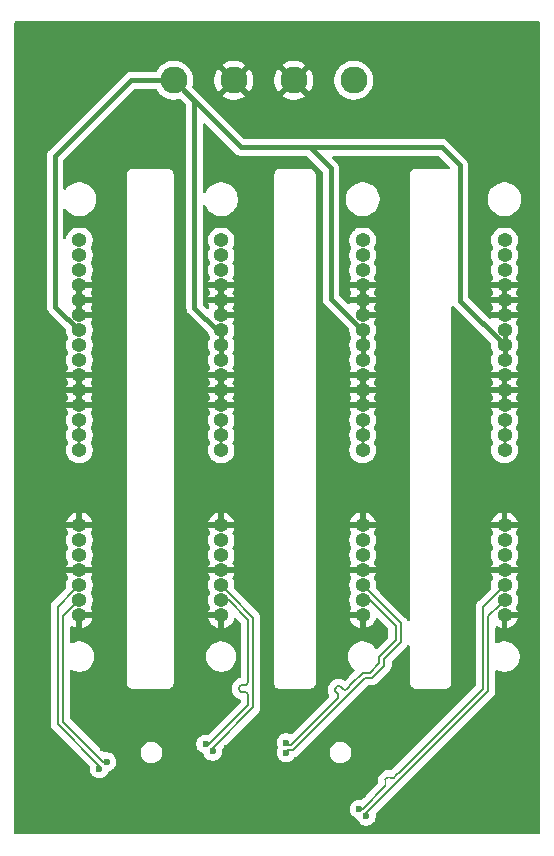
<source format=gbr>
%TF.GenerationSoftware,KiCad,Pcbnew,9.0.0-250-g02b756189b*%
%TF.CreationDate,2025-03-19T23:20:47-05:00*%
%TF.ProjectId,SSDTray,53534454-7261-4792-9e6b-696361645f70,rev?*%
%TF.SameCoordinates,Original*%
%TF.FileFunction,Copper,L1,Top*%
%TF.FilePolarity,Positive*%
%FSLAX46Y46*%
G04 Gerber Fmt 4.6, Leading zero omitted, Abs format (unit mm)*
G04 Created by KiCad (PCBNEW 9.0.0-250-g02b756189b) date 2025-03-19 23:20:47*
%MOMM*%
%LPD*%
G01*
G04 APERTURE LIST*
%TA.AperFunction,ComponentPad*%
%ADD10O,1.270000X1.168400*%
%TD*%
%TA.AperFunction,ComponentPad*%
%ADD11C,2.286000*%
%TD*%
%TA.AperFunction,ViaPad*%
%ADD12C,0.600000*%
%TD*%
%TA.AperFunction,Conductor*%
%ADD13C,0.400000*%
%TD*%
%TA.AperFunction,Conductor*%
%ADD14C,0.200000*%
%TD*%
G04 APERTURE END LIST*
D10*
%TO.P,J2,P1,P1*%
%TO.N,unconnected-(J2-PadP1)*%
X46000000Y-137830000D03*
%TO.P,J2,P2,P2*%
X46000000Y-136560000D03*
%TO.P,J2,P3,P3*%
X46000000Y-135290000D03*
%TO.P,J2,P4,P4*%
%TO.N,GND*%
X46000000Y-134020000D03*
%TO.P,J2,P5,P5*%
X46000000Y-132750000D03*
%TO.P,J2,P6,P6*%
X46000000Y-131480000D03*
%TO.P,J2,P7,P7*%
%TO.N,+5V*%
X46000000Y-130210000D03*
%TO.P,J2,P8,P8*%
X46000000Y-128940000D03*
%TO.P,J2,P9,P9*%
X46000000Y-127670000D03*
%TO.P,J2,P10,P10*%
%TO.N,GND*%
X46000000Y-126400000D03*
%TO.P,J2,P11,P11*%
X46000000Y-125130000D03*
%TO.P,J2,P12,P12*%
X46000000Y-123860000D03*
%TO.P,J2,P13,P13*%
%TO.N,+12V*%
X46000000Y-122590000D03*
%TO.P,J2,P14,P14*%
X46000000Y-121320000D03*
%TO.P,J2,P15,P15*%
X46000000Y-120050000D03*
%TO.P,J2,S1,S1*%
%TO.N,GND*%
X46000000Y-151800000D03*
%TO.P,J2,S2,S2*%
%TO.N,/SSD2_TX+*%
X46000000Y-150530000D03*
%TO.P,J2,S3,S3*%
%TO.N,/SSD2_TX-*%
X46000000Y-149260000D03*
%TO.P,J2,S4,S4*%
%TO.N,GND*%
X46000000Y-147990000D03*
%TO.P,J2,S5,S5*%
%TO.N,/SSD2_RX-*%
X46000000Y-146720000D03*
%TO.P,J2,S6,S6*%
%TO.N,/SSD2_RX+*%
X46000000Y-145450000D03*
%TO.P,J2,S7,S7*%
%TO.N,GND*%
X46000000Y-144180000D03*
%TD*%
%TO.P,J3,P1,P1*%
%TO.N,unconnected-(J3-PadP1)*%
X58000000Y-137830000D03*
%TO.P,J3,P2,P2*%
X58000000Y-136560000D03*
%TO.P,J3,P3,P3*%
X58000000Y-135290000D03*
%TO.P,J3,P4,P4*%
%TO.N,GND*%
X58000000Y-134020000D03*
%TO.P,J3,P5,P5*%
X58000000Y-132750000D03*
%TO.P,J3,P6,P6*%
X58000000Y-131480000D03*
%TO.P,J3,P7,P7*%
%TO.N,+5V*%
X58000000Y-130210000D03*
%TO.P,J3,P8,P8*%
X58000000Y-128940000D03*
%TO.P,J3,P9,P9*%
X58000000Y-127670000D03*
%TO.P,J3,P10,P10*%
%TO.N,GND*%
X58000000Y-126400000D03*
%TO.P,J3,P11,P11*%
X58000000Y-125130000D03*
%TO.P,J3,P12,P12*%
X58000000Y-123860000D03*
%TO.P,J3,P13,P13*%
%TO.N,+12V*%
X58000000Y-122590000D03*
%TO.P,J3,P14,P14*%
X58000000Y-121320000D03*
%TO.P,J3,P15,P15*%
X58000000Y-120050000D03*
%TO.P,J3,S1,S1*%
%TO.N,GND*%
X58000000Y-151800000D03*
%TO.P,J3,S2,S2*%
%TO.N,/SSD3_TX+*%
X58000000Y-150530000D03*
%TO.P,J3,S3,S3*%
%TO.N,/SSD3_TX-*%
X58000000Y-149260000D03*
%TO.P,J3,S4,S4*%
%TO.N,GND*%
X58000000Y-147990000D03*
%TO.P,J3,S5,S5*%
%TO.N,/SSD3_RX-*%
X58000000Y-146720000D03*
%TO.P,J3,S6,S6*%
%TO.N,/SSD3_RX+*%
X58000000Y-145450000D03*
%TO.P,J3,S7,S7*%
%TO.N,GND*%
X58000000Y-144180000D03*
%TD*%
%TO.P,J4,P1,P1*%
%TO.N,unconnected-(J4-PadP1)*%
X70000000Y-137830000D03*
%TO.P,J4,P2,P2*%
X70000000Y-136560000D03*
%TO.P,J4,P3,P3*%
X70000000Y-135290000D03*
%TO.P,J4,P4,P4*%
%TO.N,GND*%
X70000000Y-134020000D03*
%TO.P,J4,P5,P5*%
X70000000Y-132750000D03*
%TO.P,J4,P6,P6*%
X70000000Y-131480000D03*
%TO.P,J4,P7,P7*%
%TO.N,+5V*%
X70000000Y-130210000D03*
%TO.P,J4,P8,P8*%
X70000000Y-128940000D03*
%TO.P,J4,P9,P9*%
X70000000Y-127670000D03*
%TO.P,J4,P10,P10*%
%TO.N,GND*%
X70000000Y-126400000D03*
%TO.P,J4,P11,P11*%
X70000000Y-125130000D03*
%TO.P,J4,P12,P12*%
X70000000Y-123860000D03*
%TO.P,J4,P13,P13*%
%TO.N,+12V*%
X70000000Y-122590000D03*
%TO.P,J4,P14,P14*%
X70000000Y-121320000D03*
%TO.P,J4,P15,P15*%
X70000000Y-120050000D03*
%TO.P,J4,S1,S1*%
%TO.N,GND*%
X70000000Y-151800000D03*
%TO.P,J4,S2,S2*%
%TO.N,/SSD4_TX+*%
X70000000Y-150530000D03*
%TO.P,J4,S3,S3*%
%TO.N,/SSD4_TX-*%
X70000000Y-149260000D03*
%TO.P,J4,S4,S4*%
%TO.N,GND*%
X70000000Y-147990000D03*
%TO.P,J4,S5,S5*%
%TO.N,/SSD4_RX-*%
X70000000Y-146720000D03*
%TO.P,J4,S6,S6*%
%TO.N,/SSD4_RX+*%
X70000000Y-145450000D03*
%TO.P,J4,S7,S7*%
%TO.N,GND*%
X70000000Y-144180000D03*
%TD*%
%TO.P,J1,P1,P1*%
%TO.N,unconnected-(J1-PadP1)*%
X34000000Y-137830000D03*
%TO.P,J1,P2,P2*%
X34000000Y-136560000D03*
%TO.P,J1,P3,P3*%
X34000000Y-135290000D03*
%TO.P,J1,P4,P4*%
%TO.N,GND*%
X34000000Y-134020000D03*
%TO.P,J1,P5,P5*%
X34000000Y-132750000D03*
%TO.P,J1,P6,P6*%
X34000000Y-131480000D03*
%TO.P,J1,P7,P7*%
%TO.N,+5V*%
X34000000Y-130210000D03*
%TO.P,J1,P8,P8*%
X34000000Y-128940000D03*
%TO.P,J1,P9,P9*%
X34000000Y-127670000D03*
%TO.P,J1,P10,P10*%
%TO.N,GND*%
X34000000Y-126400000D03*
%TO.P,J1,P11,P11*%
X34000000Y-125130000D03*
%TO.P,J1,P12,P12*%
X34000000Y-123860000D03*
%TO.P,J1,P13,P13*%
%TO.N,+12V*%
X34000000Y-122590000D03*
%TO.P,J1,P14,P14*%
X34000000Y-121320000D03*
%TO.P,J1,P15,P15*%
X34000000Y-120050000D03*
%TO.P,J1,S1,S1*%
%TO.N,GND*%
X34000000Y-151800000D03*
%TO.P,J1,S2,S2*%
%TO.N,/SSD1_TX+*%
X34000000Y-150530000D03*
%TO.P,J1,S3,S3*%
%TO.N,/SSD1_TX-*%
X34000000Y-149260000D03*
%TO.P,J1,S4,S4*%
%TO.N,GND*%
X34000000Y-147990000D03*
%TO.P,J1,S5,S5*%
%TO.N,/SSD1_RX-*%
X34000000Y-146720000D03*
%TO.P,J1,S6,S6*%
%TO.N,/SSD1_RX+*%
X34000000Y-145450000D03*
%TO.P,J1,S7,S7*%
%TO.N,GND*%
X34000000Y-144180000D03*
%TD*%
D11*
%TO.P,U1,1,1*%
%TO.N,+12V*%
X57240000Y-106500000D03*
%TO.P,U1,2,2*%
%TO.N,GND*%
X52160000Y-106500000D03*
%TO.P,U1,3,3*%
X47080000Y-106500000D03*
%TO.P,U1,4,4*%
%TO.N,+5V*%
X42000000Y-106500000D03*
%TD*%
D12*
%TO.N,GND*%
X46500000Y-163000000D03*
X36000000Y-166000000D03*
X58000000Y-167000000D03*
X57500000Y-169500000D03*
X50500000Y-162500000D03*
X43500000Y-163000000D03*
X36000000Y-163000000D03*
%TO.N,/SSD1_TX-*%
X35699479Y-164800521D03*
%TO.N,/SSD1_TX+*%
X36300521Y-164199479D03*
%TO.N,/SSD2_TX-*%
X45300521Y-163300521D03*
%TO.N,/SSD2_TX+*%
X44699479Y-162699479D03*
%TO.N,/SSD3_TX-*%
X51500000Y-163425000D03*
%TO.N,/SSD3_TX+*%
X51500000Y-162575000D03*
%TO.N,/SSD4_TX+*%
X58300521Y-168800521D03*
%TO.N,/SSD4_TX-*%
X57699479Y-168199479D03*
%TD*%
D13*
%TO.N,+5V*%
X66227000Y-125167000D02*
X66227000Y-113700000D01*
X66227000Y-113700000D02*
X64703000Y-112176000D01*
X64703000Y-112176000D02*
X47676000Y-112176000D01*
X70000000Y-128940000D02*
X66227000Y-125167000D01*
X55305000Y-125025800D02*
X55305000Y-113954000D01*
X53527000Y-112176000D02*
X47676000Y-112176000D01*
X57949200Y-127670000D02*
X55305000Y-125025800D01*
X47676000Y-112176000D02*
X43500000Y-108000000D01*
X58000000Y-127670000D02*
X57949200Y-127670000D01*
X55305000Y-113954000D02*
X53527000Y-112176000D01*
X43748000Y-125748000D02*
X43748000Y-108248000D01*
X45670000Y-127670000D02*
X43748000Y-125748000D01*
X46000000Y-127670000D02*
X45670000Y-127670000D01*
X43748000Y-108248000D02*
X42000000Y-106500000D01*
X33949200Y-127670000D02*
X34000000Y-127670000D01*
X31937000Y-125657800D02*
X33949200Y-127670000D01*
X31937000Y-112938000D02*
X31937000Y-125657800D01*
X38375000Y-106500000D02*
X31937000Y-112938000D01*
X42000000Y-106500000D02*
X38375000Y-106500000D01*
X43500000Y-108000000D02*
X42000000Y-106500000D01*
X70000000Y-130210000D02*
X70000000Y-127670000D01*
X46000000Y-130210000D02*
X46000000Y-127670000D01*
X58000000Y-130210000D02*
X58000000Y-127670000D01*
D14*
%TO.N,/SSD1_TX-*%
X32167320Y-151061432D02*
X32167320Y-160985519D01*
X33614200Y-149645800D02*
X33582952Y-149645800D01*
X33582952Y-149645800D02*
X32167320Y-151061432D01*
X34000000Y-149260000D02*
X33614200Y-149645800D01*
X32167320Y-160985519D02*
X35699479Y-164517678D01*
X35699479Y-164517678D02*
X35699479Y-164800521D01*
%TO.N,/SSD1_TX+*%
X32617300Y-160799101D02*
X36017678Y-164199479D01*
X33582952Y-150915800D02*
X32617300Y-151881452D01*
X32617300Y-151881452D02*
X32617300Y-160799101D01*
X34000000Y-150915800D02*
X33582952Y-150915800D01*
X36017678Y-164199479D02*
X36300521Y-164199479D01*
X34000000Y-150530000D02*
X34000000Y-150915800D01*
%TO.N,unconnected-(J1-PadP1)*%
X34000000Y-135290000D02*
X34000000Y-137830000D01*
%TO.N,/SSD2_TX-*%
X46935000Y-150195000D02*
X48725000Y-151985000D01*
X48725000Y-159593199D02*
X45300521Y-163017678D01*
X46000000Y-149260000D02*
X46385800Y-149645800D01*
X48725000Y-158548052D02*
X48725000Y-159593199D01*
X46935000Y-150163752D02*
X46935000Y-150195000D01*
X46385800Y-149645800D02*
X46417048Y-149645800D01*
X48725000Y-158208259D02*
X48725000Y-158548052D01*
X45300521Y-163017678D02*
X45300521Y-163300521D01*
X48725000Y-151985000D02*
X48725000Y-158208259D01*
X46417048Y-149645800D02*
X46935000Y-150163752D01*
%TO.N,/SSD2_TX+*%
X46633603Y-150530000D02*
X46000000Y-150530000D01*
X48275000Y-157468052D02*
X48275000Y-157348052D01*
X44699479Y-162699479D02*
X44982322Y-162699479D01*
X48275000Y-152171397D02*
X46633603Y-150530000D01*
X44982322Y-162699479D02*
X48275000Y-159406801D01*
X47761510Y-157708052D02*
X48035000Y-157708052D01*
X48275000Y-157348052D02*
X48275000Y-156509297D01*
X48275000Y-159406801D02*
X48275000Y-158548052D01*
X48035000Y-158308052D02*
X47761510Y-158308052D01*
X48275000Y-156509297D02*
X48275000Y-152171397D01*
X47521510Y-158068052D02*
X47521510Y-157948052D01*
X48035000Y-157708052D02*
G75*
G03*
X48274952Y-157468052I0J239952D01*
G01*
X48275000Y-158548052D02*
G75*
G03*
X48035000Y-158308100I-240000J-48D01*
G01*
X47521510Y-157948052D02*
G75*
G02*
X47761510Y-157708110I239990J-48D01*
G01*
X47761510Y-158308052D02*
G75*
G02*
X47521548Y-158068052I-10J239952D01*
G01*
%TO.N,/SSD3_TX-*%
X58935000Y-150163752D02*
X58935000Y-150195000D01*
X58000000Y-149260000D02*
X58385800Y-149645800D01*
X52093199Y-163225001D02*
X51699999Y-163225001D01*
X58935000Y-150195000D02*
X61225000Y-152485000D01*
X61225000Y-152485000D02*
X61225000Y-154093200D01*
X58759121Y-157122678D02*
X58195522Y-157122678D01*
X58195522Y-157122678D02*
X52093199Y-163225001D01*
X61225000Y-154093200D02*
X59832680Y-155485520D01*
X59832680Y-155485520D02*
X59832680Y-156049119D01*
X58417048Y-149645800D02*
X58935000Y-150163752D01*
X51699999Y-163225001D02*
X51500000Y-163425000D01*
X58385800Y-149645800D02*
X58417048Y-149645800D01*
X59832680Y-156049119D02*
X58759121Y-157122678D01*
%TO.N,/SSD3_TX+*%
X60775000Y-153906800D02*
X60775000Y-152671397D01*
X60775000Y-152671397D02*
X58633603Y-150530000D01*
X51906801Y-162774999D02*
X55874419Y-158807381D01*
X55874420Y-158467969D02*
X55688410Y-158281959D01*
X56722949Y-157958852D02*
X57042456Y-157639344D01*
X57042456Y-157639344D02*
X58009102Y-156672698D01*
X58572733Y-156672698D02*
X59382700Y-155862731D01*
X59382700Y-155299100D02*
X60775000Y-153906800D01*
X58633603Y-150530000D02*
X58000000Y-150530000D01*
X58009102Y-156672698D02*
X58572733Y-156672698D01*
X51500000Y-162575000D02*
X51699999Y-162774999D01*
X55688409Y-157942549D02*
X55773264Y-157857695D01*
X51699999Y-162774999D02*
X51906801Y-162774999D01*
X59382700Y-155862731D02*
X59382700Y-155299100D01*
X56638097Y-158043706D02*
X56722949Y-157958852D01*
X56112674Y-157857696D02*
X56298685Y-158043707D01*
X56298685Y-158043707D02*
G75*
G03*
X56638106Y-158043716I169715J169707D01*
G01*
X55874419Y-158807381D02*
G75*
G03*
X55874395Y-158467994I-169719J169681D01*
G01*
X55688410Y-158281959D02*
G75*
G02*
X55688455Y-157942596I169690J169659D01*
G01*
X55773264Y-157857695D02*
G75*
G02*
X56112705Y-157857664I169736J-169705D01*
G01*
%TO.N,/SSD4_TX+*%
X70000000Y-150530000D02*
X70000000Y-150915800D01*
X68617300Y-151881452D02*
X68617300Y-158200899D01*
X68617300Y-158200899D02*
X58300521Y-168517678D01*
X58300521Y-168517678D02*
X58300521Y-168800521D01*
X69582952Y-150915800D02*
X68617300Y-151881452D01*
X70000000Y-150915800D02*
X69582952Y-150915800D01*
%TO.N,/SSD4_TX-*%
X69614200Y-149645800D02*
X70000000Y-149260000D01*
X60765693Y-165416109D02*
X61223241Y-164958560D01*
X59917163Y-165680926D02*
X60049572Y-165548518D01*
X57982322Y-168199479D02*
X59917163Y-166264638D01*
X61223241Y-164958560D02*
X68167320Y-158014481D01*
X60633286Y-165548518D02*
X60765693Y-165416109D01*
X69582952Y-149645800D02*
X69614200Y-149645800D01*
X68167320Y-151061432D02*
X69582952Y-149645800D01*
X57699479Y-168199479D02*
X57982322Y-168199479D01*
X68167320Y-158014481D02*
X68167320Y-151061432D01*
X60049572Y-165548518D02*
G75*
G02*
X60341429Y-165548519I145928J-145882D01*
G01*
X60341428Y-165548519D02*
G75*
G03*
X60633329Y-165548562I145972J145919D01*
G01*
X59917163Y-165972782D02*
G75*
G02*
X59917209Y-165680972I145937J145882D01*
G01*
X59917163Y-166264638D02*
G75*
G03*
X59917173Y-165972772I-145963J145938D01*
G01*
%TO.N,unconnected-(J2-PadP1)*%
X46000000Y-135290000D02*
X46000000Y-137830000D01*
%TO.N,unconnected-(J3-PadP1)*%
X58000000Y-135290000D02*
X58000000Y-137830000D01*
%TO.N,unconnected-(J4-PadP1)*%
X70000000Y-135290000D02*
X70000000Y-137830000D01*
%TD*%
%TA.AperFunction,Conductor*%
%TO.N,GND*%
G36*
X34250000Y-133731184D02*
G01*
X34233940Y-133715124D01*
X34147061Y-133664964D01*
X34050160Y-133639000D01*
X33949840Y-133639000D01*
X33852939Y-133664964D01*
X33766060Y-133715124D01*
X33750000Y-133731184D01*
X33750000Y-133038816D01*
X33766060Y-133054876D01*
X33852939Y-133105036D01*
X33949840Y-133131000D01*
X34050160Y-133131000D01*
X34147061Y-133105036D01*
X34233940Y-133054876D01*
X34250000Y-133038816D01*
X34250000Y-133731184D01*
G37*
%TD.AperFunction*%
%TA.AperFunction,Conductor*%
G36*
X46250000Y-133731184D02*
G01*
X46233940Y-133715124D01*
X46147061Y-133664964D01*
X46050160Y-133639000D01*
X45949840Y-133639000D01*
X45852939Y-133664964D01*
X45766060Y-133715124D01*
X45750000Y-133731184D01*
X45750000Y-133038816D01*
X45766060Y-133054876D01*
X45852939Y-133105036D01*
X45949840Y-133131000D01*
X46050160Y-133131000D01*
X46147061Y-133105036D01*
X46233940Y-133054876D01*
X46250000Y-133038816D01*
X46250000Y-133731184D01*
G37*
%TD.AperFunction*%
%TA.AperFunction,Conductor*%
G36*
X58250000Y-133731184D02*
G01*
X58233940Y-133715124D01*
X58147061Y-133664964D01*
X58050160Y-133639000D01*
X57949840Y-133639000D01*
X57852939Y-133664964D01*
X57766060Y-133715124D01*
X57750000Y-133731184D01*
X57750000Y-133038816D01*
X57766060Y-133054876D01*
X57852939Y-133105036D01*
X57949840Y-133131000D01*
X58050160Y-133131000D01*
X58147061Y-133105036D01*
X58233940Y-133054876D01*
X58250000Y-133038816D01*
X58250000Y-133731184D01*
G37*
%TD.AperFunction*%
%TA.AperFunction,Conductor*%
G36*
X70250000Y-133731184D02*
G01*
X70233940Y-133715124D01*
X70147061Y-133664964D01*
X70050160Y-133639000D01*
X69949840Y-133639000D01*
X69852939Y-133664964D01*
X69766060Y-133715124D01*
X69750000Y-133731184D01*
X69750000Y-133038816D01*
X69766060Y-133054876D01*
X69852939Y-133105036D01*
X69949840Y-133131000D01*
X70050160Y-133131000D01*
X70147061Y-133105036D01*
X70233940Y-133054876D01*
X70250000Y-133038816D01*
X70250000Y-133731184D01*
G37*
%TD.AperFunction*%
%TA.AperFunction,Conductor*%
G36*
X34250000Y-132461184D02*
G01*
X34233940Y-132445124D01*
X34147061Y-132394964D01*
X34050160Y-132369000D01*
X33949840Y-132369000D01*
X33852939Y-132394964D01*
X33766060Y-132445124D01*
X33750000Y-132461184D01*
X33750000Y-131768816D01*
X33766060Y-131784876D01*
X33852939Y-131835036D01*
X33949840Y-131861000D01*
X34050160Y-131861000D01*
X34147061Y-131835036D01*
X34233940Y-131784876D01*
X34250000Y-131768816D01*
X34250000Y-132461184D01*
G37*
%TD.AperFunction*%
%TA.AperFunction,Conductor*%
G36*
X46250000Y-132461184D02*
G01*
X46233940Y-132445124D01*
X46147061Y-132394964D01*
X46050160Y-132369000D01*
X45949840Y-132369000D01*
X45852939Y-132394964D01*
X45766060Y-132445124D01*
X45750000Y-132461184D01*
X45750000Y-131768816D01*
X45766060Y-131784876D01*
X45852939Y-131835036D01*
X45949840Y-131861000D01*
X46050160Y-131861000D01*
X46147061Y-131835036D01*
X46233940Y-131784876D01*
X46250000Y-131768816D01*
X46250000Y-132461184D01*
G37*
%TD.AperFunction*%
%TA.AperFunction,Conductor*%
G36*
X58250000Y-132461184D02*
G01*
X58233940Y-132445124D01*
X58147061Y-132394964D01*
X58050160Y-132369000D01*
X57949840Y-132369000D01*
X57852939Y-132394964D01*
X57766060Y-132445124D01*
X57750000Y-132461184D01*
X57750000Y-131768816D01*
X57766060Y-131784876D01*
X57852939Y-131835036D01*
X57949840Y-131861000D01*
X58050160Y-131861000D01*
X58147061Y-131835036D01*
X58233940Y-131784876D01*
X58250000Y-131768816D01*
X58250000Y-132461184D01*
G37*
%TD.AperFunction*%
%TA.AperFunction,Conductor*%
G36*
X70250000Y-132461184D02*
G01*
X70233940Y-132445124D01*
X70147061Y-132394964D01*
X70050160Y-132369000D01*
X69949840Y-132369000D01*
X69852939Y-132394964D01*
X69766060Y-132445124D01*
X69750000Y-132461184D01*
X69750000Y-131768816D01*
X69766060Y-131784876D01*
X69852939Y-131835036D01*
X69949840Y-131861000D01*
X70050160Y-131861000D01*
X70147061Y-131835036D01*
X70233940Y-131784876D01*
X70250000Y-131768816D01*
X70250000Y-132461184D01*
G37*
%TD.AperFunction*%
%TA.AperFunction,Conductor*%
G36*
X34250000Y-126111184D02*
G01*
X34233940Y-126095124D01*
X34147061Y-126044964D01*
X34050160Y-126019000D01*
X33949840Y-126019000D01*
X33852939Y-126044964D01*
X33766060Y-126095124D01*
X33750000Y-126111184D01*
X33750000Y-125418816D01*
X33766060Y-125434876D01*
X33852939Y-125485036D01*
X33949840Y-125511000D01*
X34050160Y-125511000D01*
X34147061Y-125485036D01*
X34233940Y-125434876D01*
X34250000Y-125418816D01*
X34250000Y-126111184D01*
G37*
%TD.AperFunction*%
%TA.AperFunction,Conductor*%
G36*
X46250000Y-126111184D02*
G01*
X46233940Y-126095124D01*
X46147061Y-126044964D01*
X46050160Y-126019000D01*
X45949840Y-126019000D01*
X45852939Y-126044964D01*
X45766060Y-126095124D01*
X45750000Y-126111184D01*
X45750000Y-125418816D01*
X45766060Y-125434876D01*
X45852939Y-125485036D01*
X45949840Y-125511000D01*
X46050160Y-125511000D01*
X46147061Y-125485036D01*
X46233940Y-125434876D01*
X46250000Y-125418816D01*
X46250000Y-126111184D01*
G37*
%TD.AperFunction*%
%TA.AperFunction,Conductor*%
G36*
X58250000Y-126111184D02*
G01*
X58233940Y-126095124D01*
X58147061Y-126044964D01*
X58050160Y-126019000D01*
X57949840Y-126019000D01*
X57852939Y-126044964D01*
X57766060Y-126095124D01*
X57750000Y-126111184D01*
X57750000Y-125418816D01*
X57766060Y-125434876D01*
X57852939Y-125485036D01*
X57949840Y-125511000D01*
X58050160Y-125511000D01*
X58147061Y-125485036D01*
X58233940Y-125434876D01*
X58250000Y-125418816D01*
X58250000Y-126111184D01*
G37*
%TD.AperFunction*%
%TA.AperFunction,Conductor*%
G36*
X70250000Y-126111184D02*
G01*
X70233940Y-126095124D01*
X70147061Y-126044964D01*
X70050160Y-126019000D01*
X69949840Y-126019000D01*
X69852939Y-126044964D01*
X69766060Y-126095124D01*
X69750000Y-126111184D01*
X69750000Y-125418816D01*
X69766060Y-125434876D01*
X69852939Y-125485036D01*
X69949840Y-125511000D01*
X70050160Y-125511000D01*
X70147061Y-125485036D01*
X70233940Y-125434876D01*
X70250000Y-125418816D01*
X70250000Y-126111184D01*
G37*
%TD.AperFunction*%
%TA.AperFunction,Conductor*%
G36*
X34250000Y-124841184D02*
G01*
X34233940Y-124825124D01*
X34147061Y-124774964D01*
X34050160Y-124749000D01*
X33949840Y-124749000D01*
X33852939Y-124774964D01*
X33766060Y-124825124D01*
X33750000Y-124841184D01*
X33750000Y-124148816D01*
X33766060Y-124164876D01*
X33852939Y-124215036D01*
X33949840Y-124241000D01*
X34050160Y-124241000D01*
X34147061Y-124215036D01*
X34233940Y-124164876D01*
X34250000Y-124148816D01*
X34250000Y-124841184D01*
G37*
%TD.AperFunction*%
%TA.AperFunction,Conductor*%
G36*
X46250000Y-124841184D02*
G01*
X46233940Y-124825124D01*
X46147061Y-124774964D01*
X46050160Y-124749000D01*
X45949840Y-124749000D01*
X45852939Y-124774964D01*
X45766060Y-124825124D01*
X45750000Y-124841184D01*
X45750000Y-124148816D01*
X45766060Y-124164876D01*
X45852939Y-124215036D01*
X45949840Y-124241000D01*
X46050160Y-124241000D01*
X46147061Y-124215036D01*
X46233940Y-124164876D01*
X46250000Y-124148816D01*
X46250000Y-124841184D01*
G37*
%TD.AperFunction*%
%TA.AperFunction,Conductor*%
G36*
X58250000Y-124841184D02*
G01*
X58233940Y-124825124D01*
X58147061Y-124774964D01*
X58050160Y-124749000D01*
X57949840Y-124749000D01*
X57852939Y-124774964D01*
X57766060Y-124825124D01*
X57750000Y-124841184D01*
X57750000Y-124148816D01*
X57766060Y-124164876D01*
X57852939Y-124215036D01*
X57949840Y-124241000D01*
X58050160Y-124241000D01*
X58147061Y-124215036D01*
X58233940Y-124164876D01*
X58250000Y-124148816D01*
X58250000Y-124841184D01*
G37*
%TD.AperFunction*%
%TA.AperFunction,Conductor*%
G36*
X70250000Y-124841184D02*
G01*
X70233940Y-124825124D01*
X70147061Y-124774964D01*
X70050160Y-124749000D01*
X69949840Y-124749000D01*
X69852939Y-124774964D01*
X69766060Y-124825124D01*
X69750000Y-124841184D01*
X69750000Y-124148816D01*
X69766060Y-124164876D01*
X69852939Y-124215036D01*
X69949840Y-124241000D01*
X70050160Y-124241000D01*
X70147061Y-124215036D01*
X70233940Y-124164876D01*
X70250000Y-124148816D01*
X70250000Y-124841184D01*
G37*
%TD.AperFunction*%
%TA.AperFunction,Conductor*%
G36*
X72942539Y-101520185D02*
G01*
X72988294Y-101572989D01*
X72999500Y-101624500D01*
X72999500Y-170225500D01*
X72979815Y-170292539D01*
X72927011Y-170338294D01*
X72875500Y-170349500D01*
X28624500Y-170349500D01*
X28557461Y-170329815D01*
X28511706Y-170277011D01*
X28500500Y-170225500D01*
X28500500Y-168120632D01*
X56898979Y-168120632D01*
X56898979Y-168278325D01*
X56929740Y-168432968D01*
X56929743Y-168432980D01*
X56990081Y-168578651D01*
X56990088Y-168578664D01*
X57077689Y-168709767D01*
X57077692Y-168709771D01*
X57189186Y-168821265D01*
X57189190Y-168821268D01*
X57320293Y-168908869D01*
X57320306Y-168908876D01*
X57464350Y-168968540D01*
X57518754Y-169012380D01*
X57531459Y-169035649D01*
X57591123Y-169179693D01*
X57591130Y-169179706D01*
X57678731Y-169310809D01*
X57678734Y-169310813D01*
X57790228Y-169422307D01*
X57790232Y-169422310D01*
X57921335Y-169509911D01*
X57921348Y-169509918D01*
X58067019Y-169570256D01*
X58067024Y-169570258D01*
X58221674Y-169601020D01*
X58221677Y-169601021D01*
X58221679Y-169601021D01*
X58379365Y-169601021D01*
X58379366Y-169601020D01*
X58534018Y-169570258D01*
X58679700Y-169509915D01*
X58810810Y-169422310D01*
X58922310Y-169310810D01*
X59009915Y-169179700D01*
X59070258Y-169034018D01*
X59101021Y-168879363D01*
X59101021Y-168721679D01*
X59101021Y-168721676D01*
X59088191Y-168657178D01*
X59094418Y-168587586D01*
X59122125Y-168545307D01*
X69097820Y-158569615D01*
X69176877Y-158432683D01*
X69217801Y-158279956D01*
X69217801Y-158121841D01*
X69217801Y-158114246D01*
X69217800Y-158114228D01*
X69217800Y-156533965D01*
X69237485Y-156466926D01*
X69290289Y-156421171D01*
X69359447Y-156411227D01*
X69398093Y-156423480D01*
X69448431Y-156449128D01*
X69507417Y-156479184D01*
X69507424Y-156479187D01*
X69603469Y-156510393D01*
X69699517Y-156541601D01*
X69899010Y-156573198D01*
X69899011Y-156573198D01*
X70100989Y-156573198D01*
X70100990Y-156573198D01*
X70300483Y-156541601D01*
X70492578Y-156479186D01*
X70672543Y-156387489D01*
X70835949Y-156268768D01*
X70978770Y-156125947D01*
X71097491Y-155962541D01*
X71189188Y-155782576D01*
X71251603Y-155590481D01*
X71283200Y-155390988D01*
X71283200Y-155189008D01*
X71251603Y-154989515D01*
X71189188Y-154797420D01*
X71189188Y-154797419D01*
X71157433Y-154735099D01*
X71097491Y-154617455D01*
X71072397Y-154582916D01*
X70978775Y-154454055D01*
X70978771Y-154454050D01*
X70835947Y-154311226D01*
X70835942Y-154311222D01*
X70672546Y-154192509D01*
X70672545Y-154192508D01*
X70672543Y-154192507D01*
X70601905Y-154156515D01*
X70492578Y-154100809D01*
X70492575Y-154100808D01*
X70300484Y-154038395D01*
X70200736Y-154022596D01*
X70100990Y-154006798D01*
X69899010Y-154006798D01*
X69852636Y-154014143D01*
X69699515Y-154038395D01*
X69507424Y-154100808D01*
X69507421Y-154100809D01*
X69398095Y-154156515D01*
X69329426Y-154169411D01*
X69264685Y-154143135D01*
X69224428Y-154086028D01*
X69217800Y-154046030D01*
X69217800Y-152846509D01*
X69237485Y-152779470D01*
X69290289Y-152733715D01*
X69359447Y-152723771D01*
X69398095Y-152736025D01*
X69533002Y-152804764D01*
X69533004Y-152804765D01*
X69695315Y-152857504D01*
X69749999Y-152866163D01*
X69750000Y-152866163D01*
X69750000Y-152088816D01*
X69766060Y-152104876D01*
X69852939Y-152155036D01*
X69949840Y-152181000D01*
X70050160Y-152181000D01*
X70147061Y-152155036D01*
X70233940Y-152104876D01*
X70250000Y-152088816D01*
X70250000Y-152866163D01*
X70304684Y-152857504D01*
X70466991Y-152804766D01*
X70619048Y-152727288D01*
X70757102Y-152626987D01*
X70757107Y-152626983D01*
X70877783Y-152506307D01*
X70877787Y-152506302D01*
X70978088Y-152368248D01*
X71055566Y-152216191D01*
X71108301Y-152053891D01*
X71108305Y-152053875D01*
X71108918Y-152050001D01*
X71108918Y-152050000D01*
X70288816Y-152050000D01*
X70304876Y-152033940D01*
X70355036Y-151947061D01*
X70381000Y-151850160D01*
X70381000Y-151749840D01*
X70355036Y-151652939D01*
X70315526Y-151584506D01*
X70372577Y-151565969D01*
X70403048Y-151556069D01*
X70441366Y-151550000D01*
X71108918Y-151550000D01*
X71108918Y-151549998D01*
X71108305Y-151546124D01*
X71108301Y-151546108D01*
X71055566Y-151383808D01*
X70978088Y-151231749D01*
X70977179Y-151230266D01*
X70977005Y-151229625D01*
X70975879Y-151227414D01*
X70976343Y-151227177D01*
X70958937Y-151162820D01*
X70976519Y-151102956D01*
X70976307Y-151102848D01*
X70976883Y-151101716D01*
X70977190Y-151100673D01*
X70978507Y-151098522D01*
X70978519Y-151098507D01*
X71056031Y-150946380D01*
X71093960Y-150829647D01*
X71108790Y-150784005D01*
X71108790Y-150784004D01*
X71108791Y-150784001D01*
X71135500Y-150615368D01*
X71135500Y-150444632D01*
X71108791Y-150275999D01*
X71108790Y-150275995D01*
X71108790Y-150275994D01*
X71056032Y-150113622D01*
X71056030Y-150113619D01*
X70978519Y-149961493D01*
X70978510Y-149961481D01*
X70977481Y-149959801D01*
X70977281Y-149959065D01*
X70976307Y-149957152D01*
X70976708Y-149956947D01*
X70959230Y-149892357D01*
X70976651Y-149833023D01*
X70976307Y-149832848D01*
X70977242Y-149831012D01*
X70977481Y-149830199D01*
X70978506Y-149828523D01*
X70978519Y-149828507D01*
X71056031Y-149676380D01*
X71056032Y-149676377D01*
X71108790Y-149514005D01*
X71108790Y-149514004D01*
X71108791Y-149514001D01*
X71135500Y-149345368D01*
X71135500Y-149174632D01*
X71108791Y-149005999D01*
X71108790Y-149005995D01*
X71108790Y-149005994D01*
X71056032Y-148843622D01*
X71056030Y-148843619D01*
X70978519Y-148691493D01*
X70977181Y-148689310D01*
X70976925Y-148688366D01*
X70976307Y-148687152D01*
X70976562Y-148687022D01*
X70958936Y-148621864D01*
X70976285Y-148562792D01*
X70975879Y-148562586D01*
X70976980Y-148560423D01*
X70977189Y-148559715D01*
X70978094Y-148558237D01*
X71055566Y-148406191D01*
X71108301Y-148243891D01*
X71108305Y-148243875D01*
X71108918Y-148240001D01*
X71108918Y-148240000D01*
X70441366Y-148240000D01*
X70403048Y-148233931D01*
X70315526Y-148205493D01*
X70355036Y-148137061D01*
X70381000Y-148040160D01*
X70381000Y-147939840D01*
X70355036Y-147842939D01*
X70315526Y-147774506D01*
X70372577Y-147755969D01*
X70403048Y-147746069D01*
X70441366Y-147740000D01*
X71108918Y-147740000D01*
X71108918Y-147739998D01*
X71108305Y-147736124D01*
X71108301Y-147736108D01*
X71055566Y-147573808D01*
X70978088Y-147421749D01*
X70977179Y-147420266D01*
X70977005Y-147419625D01*
X70975879Y-147417414D01*
X70976343Y-147417177D01*
X70958937Y-147352820D01*
X70976519Y-147292956D01*
X70976307Y-147292848D01*
X70976883Y-147291716D01*
X70977190Y-147290673D01*
X70978507Y-147288522D01*
X70978519Y-147288507D01*
X71056031Y-147136380D01*
X71108791Y-146974001D01*
X71135500Y-146805368D01*
X71135500Y-146634632D01*
X71108791Y-146465999D01*
X71108790Y-146465995D01*
X71108790Y-146465994D01*
X71056032Y-146303622D01*
X71056030Y-146303619D01*
X70978519Y-146151493D01*
X70978510Y-146151481D01*
X70977481Y-146149801D01*
X70977281Y-146149065D01*
X70976307Y-146147152D01*
X70976708Y-146146947D01*
X70959230Y-146082357D01*
X70976651Y-146023023D01*
X70976307Y-146022848D01*
X70977242Y-146021012D01*
X70977481Y-146020199D01*
X70978506Y-146018523D01*
X70978519Y-146018507D01*
X71056031Y-145866380D01*
X71108791Y-145704001D01*
X71135500Y-145535368D01*
X71135500Y-145364632D01*
X71108791Y-145195999D01*
X71108790Y-145195995D01*
X71108790Y-145195994D01*
X71056032Y-145033622D01*
X71056030Y-145033619D01*
X70978519Y-144881493D01*
X70977181Y-144879310D01*
X70976925Y-144878366D01*
X70976307Y-144877152D01*
X70976562Y-144877022D01*
X70958936Y-144811864D01*
X70976285Y-144752792D01*
X70975879Y-144752586D01*
X70976980Y-144750423D01*
X70977189Y-144749715D01*
X70978094Y-144748237D01*
X71055566Y-144596191D01*
X71108301Y-144433891D01*
X71108305Y-144433875D01*
X71108918Y-144430001D01*
X71108918Y-144430000D01*
X70441366Y-144430000D01*
X70403048Y-144423931D01*
X70315526Y-144395493D01*
X70355036Y-144327061D01*
X70381000Y-144230160D01*
X70381000Y-144129840D01*
X70355036Y-144032939D01*
X70304876Y-143946060D01*
X70288816Y-143930000D01*
X71108918Y-143930000D01*
X71108918Y-143929998D01*
X71108305Y-143926124D01*
X71108301Y-143926108D01*
X71055566Y-143763808D01*
X70978088Y-143611751D01*
X70877787Y-143473697D01*
X70877783Y-143473692D01*
X70757107Y-143353016D01*
X70757102Y-143353012D01*
X70619048Y-143252711D01*
X70466991Y-143175233D01*
X70304684Y-143122495D01*
X70250000Y-143113834D01*
X70250000Y-143891184D01*
X70233940Y-143875124D01*
X70147061Y-143824964D01*
X70050160Y-143799000D01*
X69949840Y-143799000D01*
X69852939Y-143824964D01*
X69766060Y-143875124D01*
X69750000Y-143891184D01*
X69750000Y-143113834D01*
X69695315Y-143122495D01*
X69533008Y-143175233D01*
X69380951Y-143252711D01*
X69242897Y-143353012D01*
X69242892Y-143353016D01*
X69122216Y-143473692D01*
X69122212Y-143473697D01*
X69021911Y-143611751D01*
X68944433Y-143763808D01*
X68891698Y-143926108D01*
X68891694Y-143926124D01*
X68891081Y-143929998D01*
X68891082Y-143930000D01*
X69711184Y-143930000D01*
X69695124Y-143946060D01*
X69644964Y-144032939D01*
X69619000Y-144129840D01*
X69619000Y-144230160D01*
X69644964Y-144327061D01*
X69684473Y-144395493D01*
X69596952Y-144423931D01*
X69558634Y-144430000D01*
X68891082Y-144430000D01*
X68891081Y-144430001D01*
X68891694Y-144433875D01*
X68891698Y-144433891D01*
X68944433Y-144596191D01*
X69021913Y-144748253D01*
X69022823Y-144749738D01*
X69022996Y-144750378D01*
X69024121Y-144752586D01*
X69023657Y-144752822D01*
X69041062Y-144817185D01*
X69023486Y-144877047D01*
X69023693Y-144877153D01*
X69023131Y-144878254D01*
X69022825Y-144879299D01*
X69021485Y-144881485D01*
X68943968Y-145033619D01*
X68943967Y-145033622D01*
X68891209Y-145195994D01*
X68891209Y-145195997D01*
X68864500Y-145364632D01*
X68864500Y-145535367D01*
X68891209Y-145704002D01*
X68891209Y-145704005D01*
X68943967Y-145866377D01*
X68943969Y-145866380D01*
X69021480Y-146018506D01*
X69022526Y-146020212D01*
X69022725Y-146020948D01*
X69023693Y-146022848D01*
X69023293Y-146023051D01*
X69040768Y-146087659D01*
X69023351Y-146146977D01*
X69023693Y-146147152D01*
X69022765Y-146148972D01*
X69022526Y-146149788D01*
X69021480Y-146151493D01*
X68943969Y-146303619D01*
X68943967Y-146303622D01*
X68891209Y-146465994D01*
X68891209Y-146465997D01*
X68864500Y-146634632D01*
X68864500Y-146805367D01*
X68891209Y-146974002D01*
X68891209Y-146974005D01*
X68943967Y-147136377D01*
X68943969Y-147136380D01*
X69021482Y-147288509D01*
X69022821Y-147290694D01*
X69023076Y-147291637D01*
X69023693Y-147292848D01*
X69023438Y-147292977D01*
X69041062Y-147358140D01*
X69023719Y-147417209D01*
X69024121Y-147417414D01*
X69023031Y-147419552D01*
X69022823Y-147420262D01*
X69021913Y-147421746D01*
X68944433Y-147573808D01*
X68891698Y-147736108D01*
X68891694Y-147736124D01*
X68891081Y-147739998D01*
X68891082Y-147740000D01*
X69558634Y-147740000D01*
X69596952Y-147746069D01*
X69627702Y-147756060D01*
X69684473Y-147774506D01*
X69644964Y-147842939D01*
X69619000Y-147939840D01*
X69619000Y-148040160D01*
X69644964Y-148137061D01*
X69684473Y-148205493D01*
X69596952Y-148233931D01*
X69558634Y-148240000D01*
X68891082Y-148240000D01*
X68891081Y-148240001D01*
X68891694Y-148243875D01*
X68891698Y-148243891D01*
X68944433Y-148406191D01*
X69021913Y-148558253D01*
X69022823Y-148559738D01*
X69022996Y-148560378D01*
X69024121Y-148562586D01*
X69023657Y-148562822D01*
X69041062Y-148627185D01*
X69023486Y-148687047D01*
X69023693Y-148687153D01*
X69023131Y-148688254D01*
X69022825Y-148689299D01*
X69021485Y-148691485D01*
X68943968Y-148843619D01*
X68943967Y-148843622D01*
X68891209Y-149005994D01*
X68891209Y-149005997D01*
X68864500Y-149174632D01*
X68864500Y-149345367D01*
X68877812Y-149429416D01*
X68868857Y-149498710D01*
X68843020Y-149536495D01*
X67798606Y-150580910D01*
X67686801Y-150692714D01*
X67686799Y-150692717D01*
X67636681Y-150779526D01*
X67636679Y-150779528D01*
X67607745Y-150829641D01*
X67607744Y-150829642D01*
X67607743Y-150829647D01*
X67566819Y-150982375D01*
X67566819Y-150982377D01*
X67566819Y-151150478D01*
X67566820Y-151150491D01*
X67566820Y-157714383D01*
X67547135Y-157781422D01*
X67530501Y-157802064D01*
X60463659Y-164868906D01*
X60402336Y-164902391D01*
X60351782Y-164902841D01*
X60274983Y-164887561D01*
X60116022Y-164887561D01*
X60116021Y-164887561D01*
X60116019Y-164887561D01*
X60049452Y-164900804D01*
X59960109Y-164918579D01*
X59960108Y-164918579D01*
X59813247Y-164979424D01*
X59681085Y-165067755D01*
X59681082Y-165067757D01*
X59629868Y-165118985D01*
X59629866Y-165118987D01*
X59624896Y-165123958D01*
X59623371Y-165125483D01*
X59436638Y-165312214D01*
X59435858Y-165313227D01*
X59434583Y-165315271D01*
X59348137Y-165444610D01*
X59348134Y-165444616D01*
X59287295Y-165591433D01*
X59256265Y-165747310D01*
X59256239Y-165906237D01*
X59256240Y-165906243D01*
X59271521Y-165983132D01*
X59265282Y-166052722D01*
X59237581Y-166094983D01*
X57954692Y-167377872D01*
X57893369Y-167411357D01*
X57842820Y-167411808D01*
X57778325Y-167398979D01*
X57778321Y-167398979D01*
X57620637Y-167398979D01*
X57620634Y-167398979D01*
X57465989Y-167429740D01*
X57465977Y-167429743D01*
X57320306Y-167490081D01*
X57320293Y-167490088D01*
X57189190Y-167577689D01*
X57189186Y-167577692D01*
X57077692Y-167689186D01*
X57077689Y-167689190D01*
X56990088Y-167820293D01*
X56990081Y-167820306D01*
X56929743Y-167965977D01*
X56929740Y-167965989D01*
X56898979Y-168120632D01*
X28500500Y-168120632D01*
X28500500Y-161064573D01*
X31566818Y-161064573D01*
X31607743Y-161217304D01*
X31636678Y-161267419D01*
X31636679Y-161267423D01*
X31636680Y-161267423D01*
X31686799Y-161354233D01*
X31686801Y-161354236D01*
X31805669Y-161473104D01*
X31805675Y-161473109D01*
X34877872Y-164545306D01*
X34911357Y-164606629D01*
X34911809Y-164657177D01*
X34901349Y-164709767D01*
X34898979Y-164721680D01*
X34898979Y-164879367D01*
X34929740Y-165034010D01*
X34929743Y-165034022D01*
X34990081Y-165179693D01*
X34990088Y-165179706D01*
X35077689Y-165310809D01*
X35077692Y-165310813D01*
X35189186Y-165422307D01*
X35189190Y-165422310D01*
X35320293Y-165509911D01*
X35320306Y-165509918D01*
X35465977Y-165570256D01*
X35465982Y-165570258D01*
X35620632Y-165601020D01*
X35620635Y-165601021D01*
X35620637Y-165601021D01*
X35778323Y-165601021D01*
X35778324Y-165601020D01*
X35932976Y-165570258D01*
X36078658Y-165509915D01*
X36209768Y-165422310D01*
X36321268Y-165310810D01*
X36408873Y-165179700D01*
X36408874Y-165179697D01*
X36408876Y-165179694D01*
X36468540Y-165035649D01*
X36512380Y-164981245D01*
X36535645Y-164968541D01*
X36600611Y-164941632D01*
X36679694Y-164908876D01*
X36679697Y-164908874D01*
X36679700Y-164908873D01*
X36810810Y-164821268D01*
X36922310Y-164709768D01*
X37009915Y-164578658D01*
X37070258Y-164432976D01*
X37101021Y-164278321D01*
X37101021Y-164120637D01*
X37101021Y-164120634D01*
X37101020Y-164120632D01*
X37091000Y-164070258D01*
X37070258Y-163965982D01*
X37052169Y-163922310D01*
X37009918Y-163820306D01*
X37009911Y-163820293D01*
X36922310Y-163689190D01*
X36922307Y-163689186D01*
X36810813Y-163577692D01*
X36810809Y-163577689D01*
X36679706Y-163490088D01*
X36679693Y-163490081D01*
X36534022Y-163429743D01*
X36534010Y-163429740D01*
X36379366Y-163398979D01*
X36379363Y-163398979D01*
X36221679Y-163398979D01*
X36221674Y-163398979D01*
X36157179Y-163411808D01*
X36087587Y-163405581D01*
X36045307Y-163377872D01*
X35988545Y-163321110D01*
X39197545Y-163321110D01*
X39197545Y-163498887D01*
X39232223Y-163673227D01*
X39232225Y-163673235D01*
X39300252Y-163837468D01*
X39300257Y-163837477D01*
X39399016Y-163985279D01*
X39399019Y-163985283D01*
X39524714Y-164110978D01*
X39524718Y-164110981D01*
X39672520Y-164209740D01*
X39672526Y-164209743D01*
X39672527Y-164209744D01*
X39836763Y-164277773D01*
X40011110Y-164312452D01*
X40011114Y-164312453D01*
X40011115Y-164312453D01*
X40188884Y-164312453D01*
X40188885Y-164312452D01*
X40363235Y-164277773D01*
X40527471Y-164209744D01*
X40675280Y-164110981D01*
X40800981Y-163985280D01*
X40899744Y-163837471D01*
X40967773Y-163673235D01*
X41002453Y-163498883D01*
X41002453Y-163321115D01*
X40967773Y-163146763D01*
X40899744Y-162982527D01*
X40899743Y-162982526D01*
X40899740Y-162982520D01*
X40800981Y-162834718D01*
X40800978Y-162834714D01*
X40675287Y-162709023D01*
X40675275Y-162709013D01*
X40543004Y-162620632D01*
X43898979Y-162620632D01*
X43898979Y-162778325D01*
X43929740Y-162932968D01*
X43929743Y-162932980D01*
X43990081Y-163078651D01*
X43990088Y-163078664D01*
X44077689Y-163209767D01*
X44077692Y-163209771D01*
X44189186Y-163321265D01*
X44189190Y-163321268D01*
X44320293Y-163408869D01*
X44320306Y-163408876D01*
X44464350Y-163468540D01*
X44518754Y-163512380D01*
X44531459Y-163535649D01*
X44591123Y-163679693D01*
X44591130Y-163679706D01*
X44678731Y-163810809D01*
X44678734Y-163810813D01*
X44790228Y-163922307D01*
X44790232Y-163922310D01*
X44921335Y-164009911D01*
X44921348Y-164009918D01*
X45010357Y-164046786D01*
X45067024Y-164070258D01*
X45221674Y-164101020D01*
X45221677Y-164101021D01*
X45221679Y-164101021D01*
X45379365Y-164101021D01*
X45379366Y-164101020D01*
X45534018Y-164070258D01*
X45679700Y-164009915D01*
X45810810Y-163922310D01*
X45922310Y-163810810D01*
X46009915Y-163679700D01*
X46070258Y-163534018D01*
X46101021Y-163379363D01*
X46101021Y-163221679D01*
X46101021Y-163221676D01*
X46088191Y-163157178D01*
X46094418Y-163087586D01*
X46122125Y-163045307D01*
X49205520Y-159961915D01*
X49284577Y-159824983D01*
X49325501Y-159672256D01*
X49325501Y-159514141D01*
X49325501Y-159506546D01*
X49325500Y-159506528D01*
X49325500Y-151905944D01*
X49325499Y-151905938D01*
X49322288Y-151893954D01*
X49319755Y-151884500D01*
X49284577Y-151753215D01*
X49231875Y-151661933D01*
X49205520Y-151616284D01*
X49093716Y-151504480D01*
X49093713Y-151504478D01*
X47469750Y-149880515D01*
X47450043Y-149854833D01*
X47437467Y-149833051D01*
X47415520Y-149795036D01*
X47156979Y-149536495D01*
X47123494Y-149475172D01*
X47122187Y-149429420D01*
X47135500Y-149345368D01*
X47135500Y-149174632D01*
X47108791Y-149005999D01*
X47108790Y-149005995D01*
X47108790Y-149005994D01*
X47056032Y-148843622D01*
X47056030Y-148843619D01*
X46978519Y-148691493D01*
X46977181Y-148689310D01*
X46976925Y-148688366D01*
X46976307Y-148687152D01*
X46976562Y-148687022D01*
X46958936Y-148621864D01*
X46976285Y-148562792D01*
X46975879Y-148562586D01*
X46976980Y-148560423D01*
X46977189Y-148559715D01*
X46978094Y-148558237D01*
X47055566Y-148406191D01*
X47108301Y-148243891D01*
X47108305Y-148243875D01*
X47108918Y-148240001D01*
X47108918Y-148240000D01*
X46441366Y-148240000D01*
X46403048Y-148233931D01*
X46315526Y-148205493D01*
X46355036Y-148137061D01*
X46381000Y-148040160D01*
X46381000Y-147939840D01*
X46355036Y-147842939D01*
X46315526Y-147774506D01*
X46372577Y-147755969D01*
X46403048Y-147746069D01*
X46441366Y-147740000D01*
X47108918Y-147740000D01*
X47108918Y-147739998D01*
X47108305Y-147736124D01*
X47108301Y-147736108D01*
X47055566Y-147573808D01*
X46978088Y-147421749D01*
X46977179Y-147420266D01*
X46977005Y-147419625D01*
X46975879Y-147417414D01*
X46976343Y-147417177D01*
X46958937Y-147352820D01*
X46976519Y-147292956D01*
X46976307Y-147292848D01*
X46976883Y-147291716D01*
X46977190Y-147290673D01*
X46978507Y-147288522D01*
X46978519Y-147288507D01*
X47056031Y-147136380D01*
X47108791Y-146974001D01*
X47135500Y-146805368D01*
X47135500Y-146634632D01*
X47108791Y-146465999D01*
X47108790Y-146465995D01*
X47108790Y-146465994D01*
X47056032Y-146303622D01*
X47056030Y-146303619D01*
X46978519Y-146151493D01*
X46978510Y-146151481D01*
X46977481Y-146149801D01*
X46977281Y-146149065D01*
X46976307Y-146147152D01*
X46976708Y-146146947D01*
X46959230Y-146082357D01*
X46976651Y-146023023D01*
X46976307Y-146022848D01*
X46977242Y-146021012D01*
X46977481Y-146020199D01*
X46978506Y-146018523D01*
X46978519Y-146018507D01*
X47056031Y-145866380D01*
X47108791Y-145704001D01*
X47135500Y-145535368D01*
X47135500Y-145364632D01*
X47108791Y-145195999D01*
X47108790Y-145195995D01*
X47108790Y-145195994D01*
X47056032Y-145033622D01*
X47056030Y-145033619D01*
X46978519Y-144881493D01*
X46977181Y-144879310D01*
X46976925Y-144878366D01*
X46976307Y-144877152D01*
X46976562Y-144877022D01*
X46958936Y-144811864D01*
X46976285Y-144752792D01*
X46975879Y-144752586D01*
X46976980Y-144750423D01*
X46977189Y-144749715D01*
X46978094Y-144748237D01*
X47055566Y-144596191D01*
X47108301Y-144433891D01*
X47108305Y-144433875D01*
X47108918Y-144430001D01*
X47108918Y-144430000D01*
X46441366Y-144430000D01*
X46403048Y-144423931D01*
X46315526Y-144395493D01*
X46355036Y-144327061D01*
X46381000Y-144230160D01*
X46381000Y-144129840D01*
X46355036Y-144032939D01*
X46304876Y-143946060D01*
X46288816Y-143930000D01*
X47108918Y-143930000D01*
X47108918Y-143929998D01*
X47108305Y-143926124D01*
X47108301Y-143926108D01*
X47055566Y-143763808D01*
X46978088Y-143611751D01*
X46877787Y-143473697D01*
X46877783Y-143473692D01*
X46757107Y-143353016D01*
X46757102Y-143353012D01*
X46619048Y-143252711D01*
X46466991Y-143175233D01*
X46304684Y-143122495D01*
X46250000Y-143113834D01*
X46250000Y-143891184D01*
X46233940Y-143875124D01*
X46147061Y-143824964D01*
X46050160Y-143799000D01*
X45949840Y-143799000D01*
X45852939Y-143824964D01*
X45766060Y-143875124D01*
X45750000Y-143891184D01*
X45750000Y-143113834D01*
X45695315Y-143122495D01*
X45533008Y-143175233D01*
X45380951Y-143252711D01*
X45242897Y-143353012D01*
X45242892Y-143353016D01*
X45122216Y-143473692D01*
X45122212Y-143473697D01*
X45021911Y-143611751D01*
X44944433Y-143763808D01*
X44891698Y-143926108D01*
X44891694Y-143926124D01*
X44891081Y-143929998D01*
X44891082Y-143930000D01*
X45711184Y-143930000D01*
X45695124Y-143946060D01*
X45644964Y-144032939D01*
X45619000Y-144129840D01*
X45619000Y-144230160D01*
X45644964Y-144327061D01*
X45684473Y-144395493D01*
X45596952Y-144423931D01*
X45558634Y-144430000D01*
X44891082Y-144430000D01*
X44891081Y-144430001D01*
X44891694Y-144433875D01*
X44891698Y-144433891D01*
X44944433Y-144596191D01*
X45021913Y-144748253D01*
X45022823Y-144749738D01*
X45022996Y-144750378D01*
X45024121Y-144752586D01*
X45023657Y-144752822D01*
X45041062Y-144817185D01*
X45023486Y-144877047D01*
X45023693Y-144877153D01*
X45023131Y-144878254D01*
X45022825Y-144879299D01*
X45021485Y-144881485D01*
X44943968Y-145033619D01*
X44943967Y-145033622D01*
X44891209Y-145195994D01*
X44891209Y-145195997D01*
X44864500Y-145364632D01*
X44864500Y-145535367D01*
X44891209Y-145704002D01*
X44891209Y-145704005D01*
X44943967Y-145866377D01*
X44943969Y-145866380D01*
X45021480Y-146018506D01*
X45022526Y-146020212D01*
X45022725Y-146020948D01*
X45023693Y-146022848D01*
X45023293Y-146023051D01*
X45040768Y-146087659D01*
X45023351Y-146146977D01*
X45023693Y-146147152D01*
X45022765Y-146148972D01*
X45022526Y-146149788D01*
X45021480Y-146151493D01*
X44943969Y-146303619D01*
X44943967Y-146303622D01*
X44891209Y-146465994D01*
X44891209Y-146465997D01*
X44864500Y-146634632D01*
X44864500Y-146805367D01*
X44891209Y-146974002D01*
X44891209Y-146974005D01*
X44943967Y-147136377D01*
X44943969Y-147136380D01*
X45021482Y-147288509D01*
X45022821Y-147290694D01*
X45023076Y-147291637D01*
X45023693Y-147292848D01*
X45023438Y-147292977D01*
X45041062Y-147358140D01*
X45023719Y-147417209D01*
X45024121Y-147417414D01*
X45023031Y-147419552D01*
X45022823Y-147420262D01*
X45021913Y-147421746D01*
X44944433Y-147573808D01*
X44891698Y-147736108D01*
X44891694Y-147736124D01*
X44891081Y-147739998D01*
X44891082Y-147740000D01*
X45558634Y-147740000D01*
X45596952Y-147746069D01*
X45627702Y-147756060D01*
X45684473Y-147774506D01*
X45644964Y-147842939D01*
X45619000Y-147939840D01*
X45619000Y-148040160D01*
X45644964Y-148137061D01*
X45684473Y-148205493D01*
X45596952Y-148233931D01*
X45558634Y-148240000D01*
X44891082Y-148240000D01*
X44891081Y-148240001D01*
X44891694Y-148243875D01*
X44891698Y-148243891D01*
X44944433Y-148406191D01*
X45021913Y-148558253D01*
X45022823Y-148559738D01*
X45022996Y-148560378D01*
X45024121Y-148562586D01*
X45023657Y-148562822D01*
X45041062Y-148627185D01*
X45023486Y-148687047D01*
X45023693Y-148687153D01*
X45023131Y-148688254D01*
X45022825Y-148689299D01*
X45021485Y-148691485D01*
X44943968Y-148843619D01*
X44943967Y-148843622D01*
X44891209Y-149005994D01*
X44891209Y-149005997D01*
X44864500Y-149174632D01*
X44864500Y-149345367D01*
X44891209Y-149514002D01*
X44891209Y-149514005D01*
X44943967Y-149676377D01*
X44943969Y-149676380D01*
X45021480Y-149828506D01*
X45022526Y-149830212D01*
X45022725Y-149830948D01*
X45023693Y-149832848D01*
X45023293Y-149833051D01*
X45040768Y-149897659D01*
X45023351Y-149956977D01*
X45023693Y-149957152D01*
X45022765Y-149958972D01*
X45022526Y-149959788D01*
X45021480Y-149961493D01*
X44943969Y-150113619D01*
X44943967Y-150113622D01*
X44891209Y-150275994D01*
X44891209Y-150275997D01*
X44864500Y-150444632D01*
X44864500Y-150615367D01*
X44891209Y-150784002D01*
X44891209Y-150784005D01*
X44943967Y-150946377D01*
X44943969Y-150946380D01*
X45021482Y-151098509D01*
X45022821Y-151100694D01*
X45023076Y-151101637D01*
X45023693Y-151102848D01*
X45023438Y-151102977D01*
X45041062Y-151168140D01*
X45023719Y-151227209D01*
X45024121Y-151227414D01*
X45023031Y-151229552D01*
X45022823Y-151230262D01*
X45021913Y-151231746D01*
X44944433Y-151383808D01*
X44891698Y-151546108D01*
X44891694Y-151546124D01*
X44891081Y-151549998D01*
X44891082Y-151550000D01*
X45558634Y-151550000D01*
X45596952Y-151556069D01*
X45627702Y-151566060D01*
X45684473Y-151584506D01*
X45644964Y-151652939D01*
X45619000Y-151749840D01*
X45619000Y-151850160D01*
X45644964Y-151947061D01*
X45695124Y-152033940D01*
X45711184Y-152050000D01*
X44891082Y-152050000D01*
X44891081Y-152050001D01*
X44891694Y-152053875D01*
X44891698Y-152053891D01*
X44944433Y-152216191D01*
X45021911Y-152368248D01*
X45122212Y-152506302D01*
X45122216Y-152506307D01*
X45242892Y-152626983D01*
X45242897Y-152626987D01*
X45380951Y-152727288D01*
X45533008Y-152804766D01*
X45695315Y-152857504D01*
X45749999Y-152866163D01*
X45750000Y-152866163D01*
X45750000Y-152088816D01*
X45766060Y-152104876D01*
X45852939Y-152155036D01*
X45949840Y-152181000D01*
X46050160Y-152181000D01*
X46147061Y-152155036D01*
X46233940Y-152104876D01*
X46250000Y-152088816D01*
X46250000Y-152866163D01*
X46304684Y-152857504D01*
X46466991Y-152804766D01*
X46619048Y-152727288D01*
X46757102Y-152626987D01*
X46757107Y-152626983D01*
X46877783Y-152506307D01*
X46877787Y-152506302D01*
X46978088Y-152368248D01*
X47055566Y-152216191D01*
X47094809Y-152095416D01*
X47134246Y-152037741D01*
X47198605Y-152010542D01*
X47267451Y-152022457D01*
X47300421Y-152046053D01*
X47638181Y-152383813D01*
X47671666Y-152445136D01*
X47674500Y-152471494D01*
X47674500Y-157006682D01*
X47654815Y-157073721D01*
X47602011Y-157119476D01*
X47574685Y-157128301D01*
X47516396Y-157139892D01*
X47363446Y-157203231D01*
X47363440Y-157203234D01*
X47225796Y-157295184D01*
X47225794Y-157295186D01*
X47108716Y-157412236D01*
X47108713Y-157412240D01*
X47016730Y-157549860D01*
X47016727Y-157549866D01*
X46976987Y-157645765D01*
X46953349Y-157702806D01*
X46921027Y-157865150D01*
X46921026Y-157865156D01*
X46921026Y-157865159D01*
X46921025Y-157868938D01*
X46921010Y-157868995D01*
X46921010Y-157947552D01*
X46921010Y-157947932D01*
X46921007Y-157966392D01*
X46920995Y-158028310D01*
X46921010Y-158028553D01*
X46921010Y-158150499D01*
X46921032Y-158150726D01*
X46953306Y-158313122D01*
X46953308Y-158313126D01*
X47016651Y-158466111D01*
X47108627Y-158603796D01*
X47225701Y-158720888D01*
X47363371Y-158812886D01*
X47363375Y-158812887D01*
X47363379Y-158812890D01*
X47516335Y-158876249D01*
X47516341Y-158876251D01*
X47516346Y-158876253D01*
X47574692Y-158887858D01*
X47602821Y-158902572D01*
X47631703Y-158915762D01*
X47633559Y-158918651D01*
X47636601Y-158920242D01*
X47652309Y-158947825D01*
X47669477Y-158974540D01*
X47670137Y-158979133D01*
X47671176Y-158980957D01*
X47674500Y-159009475D01*
X47674500Y-159106703D01*
X47654815Y-159173742D01*
X47638181Y-159194384D01*
X44954692Y-161877872D01*
X44893369Y-161911357D01*
X44842820Y-161911808D01*
X44778325Y-161898979D01*
X44778321Y-161898979D01*
X44620637Y-161898979D01*
X44620634Y-161898979D01*
X44465989Y-161929740D01*
X44465977Y-161929743D01*
X44320306Y-161990081D01*
X44320293Y-161990088D01*
X44189190Y-162077689D01*
X44189186Y-162077692D01*
X44077692Y-162189186D01*
X44077689Y-162189190D01*
X43990088Y-162320293D01*
X43990081Y-162320306D01*
X43929743Y-162465977D01*
X43929740Y-162465989D01*
X43898979Y-162620632D01*
X40543004Y-162620632D01*
X40527477Y-162610257D01*
X40527468Y-162610252D01*
X40363235Y-162542225D01*
X40363227Y-162542223D01*
X40188887Y-162507545D01*
X40188883Y-162507545D01*
X40011115Y-162507545D01*
X40011110Y-162507545D01*
X39836770Y-162542223D01*
X39836762Y-162542225D01*
X39672529Y-162610252D01*
X39672520Y-162610257D01*
X39524718Y-162709016D01*
X39524714Y-162709019D01*
X39399019Y-162834714D01*
X39399016Y-162834718D01*
X39300257Y-162982520D01*
X39300252Y-162982529D01*
X39232225Y-163146762D01*
X39232223Y-163146770D01*
X39197545Y-163321110D01*
X35988545Y-163321110D01*
X33254119Y-160586684D01*
X33220634Y-160525361D01*
X33217800Y-160499003D01*
X33217800Y-156533965D01*
X33237485Y-156466926D01*
X33290289Y-156421171D01*
X33359447Y-156411227D01*
X33398093Y-156423480D01*
X33448431Y-156449128D01*
X33507417Y-156479184D01*
X33507424Y-156479187D01*
X33603469Y-156510393D01*
X33699517Y-156541601D01*
X33899010Y-156573198D01*
X33899011Y-156573198D01*
X34100989Y-156573198D01*
X34100990Y-156573198D01*
X34300483Y-156541601D01*
X34492578Y-156479186D01*
X34672543Y-156387489D01*
X34835949Y-156268768D01*
X34978770Y-156125947D01*
X35097491Y-155962541D01*
X35189188Y-155782576D01*
X35251603Y-155590481D01*
X35283200Y-155390988D01*
X35283200Y-155189008D01*
X35251603Y-154989515D01*
X35189188Y-154797420D01*
X35189188Y-154797419D01*
X35157433Y-154735099D01*
X35097491Y-154617455D01*
X35072397Y-154582916D01*
X34978775Y-154454055D01*
X34978771Y-154454050D01*
X34835947Y-154311226D01*
X34835942Y-154311222D01*
X34672546Y-154192509D01*
X34672545Y-154192508D01*
X34672543Y-154192507D01*
X34601905Y-154156515D01*
X34492578Y-154100809D01*
X34492575Y-154100808D01*
X34300484Y-154038395D01*
X34200736Y-154022596D01*
X34100990Y-154006798D01*
X33899010Y-154006798D01*
X33852636Y-154014143D01*
X33699515Y-154038395D01*
X33507424Y-154100808D01*
X33507421Y-154100809D01*
X33398095Y-154156515D01*
X33329426Y-154169411D01*
X33264685Y-154143135D01*
X33224428Y-154086028D01*
X33217800Y-154046030D01*
X33217800Y-152846509D01*
X33237485Y-152779470D01*
X33290289Y-152733715D01*
X33359447Y-152723771D01*
X33398095Y-152736025D01*
X33533002Y-152804764D01*
X33533004Y-152804765D01*
X33695315Y-152857504D01*
X33749999Y-152866163D01*
X33750000Y-152866163D01*
X33750000Y-152088816D01*
X33766060Y-152104876D01*
X33852939Y-152155036D01*
X33949840Y-152181000D01*
X34050160Y-152181000D01*
X34147061Y-152155036D01*
X34233940Y-152104876D01*
X34250000Y-152088816D01*
X34250000Y-152866163D01*
X34304684Y-152857504D01*
X34466991Y-152804766D01*
X34619048Y-152727288D01*
X34757102Y-152626987D01*
X34757107Y-152626983D01*
X34877783Y-152506307D01*
X34877787Y-152506302D01*
X34978088Y-152368248D01*
X35055566Y-152216191D01*
X35108301Y-152053891D01*
X35108305Y-152053875D01*
X35108918Y-152050001D01*
X35108918Y-152050000D01*
X34288816Y-152050000D01*
X34304876Y-152033940D01*
X34355036Y-151947061D01*
X34381000Y-151850160D01*
X34381000Y-151749840D01*
X34355036Y-151652939D01*
X34315526Y-151584506D01*
X34372577Y-151565969D01*
X34403048Y-151556069D01*
X34441366Y-151550000D01*
X35108918Y-151550000D01*
X35108918Y-151549998D01*
X35108305Y-151546124D01*
X35108301Y-151546108D01*
X35055566Y-151383808D01*
X34978088Y-151231749D01*
X34977179Y-151230266D01*
X34977005Y-151229625D01*
X34975879Y-151227414D01*
X34976343Y-151227177D01*
X34958937Y-151162820D01*
X34976519Y-151102956D01*
X34976307Y-151102848D01*
X34976883Y-151101716D01*
X34977190Y-151100673D01*
X34978507Y-151098522D01*
X34978519Y-151098507D01*
X35056031Y-150946380D01*
X35093960Y-150829647D01*
X35108790Y-150784005D01*
X35108790Y-150784004D01*
X35108791Y-150784001D01*
X35135500Y-150615368D01*
X35135500Y-150444632D01*
X35108791Y-150275999D01*
X35108790Y-150275995D01*
X35108790Y-150275994D01*
X35056032Y-150113622D01*
X35056030Y-150113619D01*
X34978519Y-149961493D01*
X34978510Y-149961481D01*
X34977481Y-149959801D01*
X34977281Y-149959065D01*
X34976307Y-149957152D01*
X34976708Y-149956947D01*
X34959230Y-149892357D01*
X34976651Y-149833023D01*
X34976307Y-149832848D01*
X34977242Y-149831012D01*
X34977481Y-149830199D01*
X34978506Y-149828523D01*
X34978519Y-149828507D01*
X35056031Y-149676380D01*
X35056032Y-149676377D01*
X35108790Y-149514005D01*
X35108790Y-149514004D01*
X35108791Y-149514001D01*
X35135500Y-149345368D01*
X35135500Y-149174632D01*
X35108791Y-149005999D01*
X35108790Y-149005995D01*
X35108790Y-149005994D01*
X35056032Y-148843622D01*
X35056030Y-148843619D01*
X34978519Y-148691493D01*
X34977181Y-148689310D01*
X34976925Y-148688366D01*
X34976307Y-148687152D01*
X34976562Y-148687022D01*
X34958936Y-148621864D01*
X34976285Y-148562792D01*
X34975879Y-148562586D01*
X34976980Y-148560423D01*
X34977189Y-148559715D01*
X34978094Y-148558237D01*
X35055566Y-148406191D01*
X35108301Y-148243891D01*
X35108305Y-148243875D01*
X35108918Y-148240001D01*
X35108918Y-148240000D01*
X34441366Y-148240000D01*
X34403048Y-148233931D01*
X34315526Y-148205493D01*
X34355036Y-148137061D01*
X34381000Y-148040160D01*
X34381000Y-147939840D01*
X34355036Y-147842939D01*
X34315526Y-147774506D01*
X34372577Y-147755969D01*
X34403048Y-147746069D01*
X34441366Y-147740000D01*
X35108918Y-147740000D01*
X35108918Y-147739998D01*
X35108305Y-147736124D01*
X35108301Y-147736108D01*
X35055566Y-147573808D01*
X34978088Y-147421749D01*
X34977179Y-147420266D01*
X34977005Y-147419625D01*
X34975879Y-147417414D01*
X34976343Y-147417177D01*
X34958937Y-147352820D01*
X34976519Y-147292956D01*
X34976307Y-147292848D01*
X34976883Y-147291716D01*
X34977190Y-147290673D01*
X34978507Y-147288522D01*
X34978519Y-147288507D01*
X35056031Y-147136380D01*
X35108791Y-146974001D01*
X35135500Y-146805368D01*
X35135500Y-146634632D01*
X35108791Y-146465999D01*
X35108790Y-146465995D01*
X35108790Y-146465994D01*
X35056032Y-146303622D01*
X35056030Y-146303619D01*
X34978519Y-146151493D01*
X34978510Y-146151481D01*
X34977481Y-146149801D01*
X34977281Y-146149065D01*
X34976307Y-146147152D01*
X34976708Y-146146947D01*
X34959230Y-146082357D01*
X34976651Y-146023023D01*
X34976307Y-146022848D01*
X34977242Y-146021012D01*
X34977481Y-146020199D01*
X34978506Y-146018523D01*
X34978519Y-146018507D01*
X35056031Y-145866380D01*
X35108791Y-145704001D01*
X35135500Y-145535368D01*
X35135500Y-145364632D01*
X35108791Y-145195999D01*
X35108790Y-145195995D01*
X35108790Y-145195994D01*
X35056032Y-145033622D01*
X35056030Y-145033619D01*
X34978519Y-144881493D01*
X34977181Y-144879310D01*
X34976925Y-144878366D01*
X34976307Y-144877152D01*
X34976562Y-144877022D01*
X34958936Y-144811864D01*
X34976285Y-144752792D01*
X34975879Y-144752586D01*
X34976980Y-144750423D01*
X34977189Y-144749715D01*
X34978094Y-144748237D01*
X35055566Y-144596191D01*
X35108301Y-144433891D01*
X35108305Y-144433875D01*
X35108918Y-144430001D01*
X35108918Y-144430000D01*
X34441366Y-144430000D01*
X34403048Y-144423931D01*
X34315526Y-144395493D01*
X34355036Y-144327061D01*
X34381000Y-144230160D01*
X34381000Y-144129840D01*
X34355036Y-144032939D01*
X34304876Y-143946060D01*
X34288816Y-143930000D01*
X35108918Y-143930000D01*
X35108918Y-143929998D01*
X35108305Y-143926124D01*
X35108301Y-143926108D01*
X35055566Y-143763808D01*
X34978088Y-143611751D01*
X34877787Y-143473697D01*
X34877783Y-143473692D01*
X34757107Y-143353016D01*
X34757102Y-143353012D01*
X34619048Y-143252711D01*
X34466991Y-143175233D01*
X34304684Y-143122495D01*
X34250000Y-143113834D01*
X34250000Y-143891184D01*
X34233940Y-143875124D01*
X34147061Y-143824964D01*
X34050160Y-143799000D01*
X33949840Y-143799000D01*
X33852939Y-143824964D01*
X33766060Y-143875124D01*
X33750000Y-143891184D01*
X33750000Y-143113834D01*
X33695315Y-143122495D01*
X33533008Y-143175233D01*
X33380951Y-143252711D01*
X33242897Y-143353012D01*
X33242892Y-143353016D01*
X33122216Y-143473692D01*
X33122212Y-143473697D01*
X33021911Y-143611751D01*
X32944433Y-143763808D01*
X32891698Y-143926108D01*
X32891694Y-143926124D01*
X32891081Y-143929998D01*
X32891082Y-143930000D01*
X33711184Y-143930000D01*
X33695124Y-143946060D01*
X33644964Y-144032939D01*
X33619000Y-144129840D01*
X33619000Y-144230160D01*
X33644964Y-144327061D01*
X33684473Y-144395493D01*
X33596952Y-144423931D01*
X33558634Y-144430000D01*
X32891082Y-144430000D01*
X32891081Y-144430001D01*
X32891694Y-144433875D01*
X32891698Y-144433891D01*
X32944433Y-144596191D01*
X33021913Y-144748253D01*
X33022823Y-144749738D01*
X33022996Y-144750378D01*
X33024121Y-144752586D01*
X33023657Y-144752822D01*
X33041062Y-144817185D01*
X33023486Y-144877047D01*
X33023693Y-144877153D01*
X33023131Y-144878254D01*
X33022825Y-144879299D01*
X33021485Y-144881485D01*
X32943968Y-145033619D01*
X32943967Y-145033622D01*
X32891209Y-145195994D01*
X32891209Y-145195997D01*
X32864500Y-145364632D01*
X32864500Y-145535367D01*
X32891209Y-145704002D01*
X32891209Y-145704005D01*
X32943967Y-145866377D01*
X32943969Y-145866380D01*
X33021480Y-146018506D01*
X33022526Y-146020212D01*
X33022725Y-146020948D01*
X33023693Y-146022848D01*
X33023293Y-146023051D01*
X33040768Y-146087659D01*
X33023351Y-146146977D01*
X33023693Y-146147152D01*
X33022765Y-146148972D01*
X33022526Y-146149788D01*
X33021480Y-146151493D01*
X32943969Y-146303619D01*
X32943967Y-146303622D01*
X32891209Y-146465994D01*
X32891209Y-146465997D01*
X32864500Y-146634632D01*
X32864500Y-146805367D01*
X32891209Y-146974002D01*
X32891209Y-146974005D01*
X32943967Y-147136377D01*
X32943969Y-147136380D01*
X33021482Y-147288509D01*
X33022821Y-147290694D01*
X33023076Y-147291637D01*
X33023693Y-147292848D01*
X33023438Y-147292977D01*
X33041062Y-147358140D01*
X33023719Y-147417209D01*
X33024121Y-147417414D01*
X33023031Y-147419552D01*
X33022823Y-147420262D01*
X33021913Y-147421746D01*
X32944433Y-147573808D01*
X32891698Y-147736108D01*
X32891694Y-147736124D01*
X32891081Y-147739998D01*
X32891082Y-147740000D01*
X33558634Y-147740000D01*
X33596952Y-147746069D01*
X33627702Y-147756060D01*
X33684473Y-147774506D01*
X33644964Y-147842939D01*
X33619000Y-147939840D01*
X33619000Y-148040160D01*
X33644964Y-148137061D01*
X33684473Y-148205493D01*
X33596952Y-148233931D01*
X33558634Y-148240000D01*
X32891082Y-148240000D01*
X32891081Y-148240001D01*
X32891694Y-148243875D01*
X32891698Y-148243891D01*
X32944433Y-148406191D01*
X33021913Y-148558253D01*
X33022823Y-148559738D01*
X33022996Y-148560378D01*
X33024121Y-148562586D01*
X33023657Y-148562822D01*
X33041062Y-148627185D01*
X33023486Y-148687047D01*
X33023693Y-148687153D01*
X33023131Y-148688254D01*
X33022825Y-148689299D01*
X33021485Y-148691485D01*
X32943968Y-148843619D01*
X32943967Y-148843622D01*
X32891209Y-149005994D01*
X32891209Y-149005997D01*
X32864500Y-149174632D01*
X32864500Y-149345367D01*
X32877812Y-149429416D01*
X32868857Y-149498710D01*
X32843020Y-149536495D01*
X31798606Y-150580910D01*
X31686801Y-150692714D01*
X31686799Y-150692717D01*
X31636681Y-150779526D01*
X31636679Y-150779528D01*
X31607745Y-150829641D01*
X31607744Y-150829642D01*
X31607743Y-150829647D01*
X31566819Y-150982375D01*
X31566819Y-151140489D01*
X31566819Y-151140491D01*
X31566820Y-151150485D01*
X31566820Y-160898849D01*
X31566819Y-160898867D01*
X31566819Y-161064573D01*
X31566818Y-161064573D01*
X28500500Y-161064573D01*
X28500500Y-125726796D01*
X31236499Y-125726796D01*
X31263418Y-125862122D01*
X31263421Y-125862132D01*
X31316222Y-125989607D01*
X31392887Y-126104345D01*
X31392888Y-126104346D01*
X32828181Y-127539638D01*
X32861666Y-127600961D01*
X32864500Y-127627319D01*
X32864500Y-127755367D01*
X32891209Y-127924002D01*
X32891209Y-127924005D01*
X32943967Y-128086377D01*
X32943969Y-128086380D01*
X33021480Y-128238506D01*
X33022526Y-128240212D01*
X33022725Y-128240948D01*
X33023693Y-128242848D01*
X33023293Y-128243051D01*
X33040768Y-128307659D01*
X33023351Y-128366977D01*
X33023693Y-128367152D01*
X33022765Y-128368972D01*
X33022526Y-128369788D01*
X33021480Y-128371493D01*
X32943969Y-128523619D01*
X32943967Y-128523622D01*
X32891209Y-128685994D01*
X32891209Y-128685997D01*
X32864500Y-128854632D01*
X32864500Y-129025367D01*
X32891209Y-129194002D01*
X32891209Y-129194005D01*
X32943967Y-129356377D01*
X32943969Y-129356380D01*
X33021480Y-129508506D01*
X33022526Y-129510212D01*
X33022725Y-129510948D01*
X33023693Y-129512848D01*
X33023293Y-129513051D01*
X33040768Y-129577659D01*
X33023351Y-129636977D01*
X33023693Y-129637152D01*
X33022765Y-129638972D01*
X33022526Y-129639788D01*
X33021480Y-129641493D01*
X32943969Y-129793619D01*
X32943967Y-129793622D01*
X32891209Y-129955994D01*
X32891209Y-129955997D01*
X32864500Y-130124632D01*
X32864500Y-130295367D01*
X32891209Y-130464002D01*
X32891209Y-130464005D01*
X32943967Y-130626377D01*
X32943969Y-130626380D01*
X33021482Y-130778509D01*
X33022821Y-130780694D01*
X33023076Y-130781637D01*
X33023693Y-130782848D01*
X33023438Y-130782977D01*
X33041062Y-130848140D01*
X33023719Y-130907209D01*
X33024121Y-130907414D01*
X33023031Y-130909552D01*
X33022823Y-130910262D01*
X33021913Y-130911746D01*
X32944433Y-131063808D01*
X32891698Y-131226108D01*
X32891694Y-131226124D01*
X32891081Y-131229998D01*
X32891082Y-131230000D01*
X33558634Y-131230000D01*
X33596952Y-131236069D01*
X33627702Y-131246060D01*
X33684473Y-131264506D01*
X33644964Y-131332939D01*
X33619000Y-131429840D01*
X33619000Y-131530160D01*
X33644964Y-131627061D01*
X33695124Y-131713940D01*
X33711184Y-131730000D01*
X32891082Y-131730000D01*
X32891081Y-131730001D01*
X32891694Y-131733875D01*
X32891698Y-131733891D01*
X32944433Y-131896191D01*
X33021911Y-132048250D01*
X33023118Y-132050219D01*
X33023347Y-132051068D01*
X33024121Y-132052586D01*
X33023801Y-132052748D01*
X33041356Y-132117667D01*
X33023853Y-132177277D01*
X33024121Y-132177414D01*
X33023394Y-132178840D01*
X33023118Y-132179781D01*
X33021911Y-132181749D01*
X32944433Y-132333808D01*
X32891698Y-132496108D01*
X32891694Y-132496124D01*
X32891081Y-132499998D01*
X32891082Y-132500000D01*
X33711184Y-132500000D01*
X33695124Y-132516060D01*
X33644964Y-132602939D01*
X33619000Y-132699840D01*
X33619000Y-132800160D01*
X33644964Y-132897061D01*
X33695124Y-132983940D01*
X33711184Y-133000000D01*
X32891082Y-133000000D01*
X32891081Y-133000001D01*
X32891694Y-133003875D01*
X32891698Y-133003891D01*
X32944433Y-133166191D01*
X33021911Y-133318250D01*
X33023118Y-133320219D01*
X33023347Y-133321068D01*
X33024121Y-133322586D01*
X33023801Y-133322748D01*
X33041356Y-133387667D01*
X33023853Y-133447277D01*
X33024121Y-133447414D01*
X33023394Y-133448840D01*
X33023118Y-133449781D01*
X33021911Y-133451749D01*
X32944433Y-133603808D01*
X32891698Y-133766108D01*
X32891694Y-133766124D01*
X32891081Y-133769998D01*
X32891082Y-133770000D01*
X33711184Y-133770000D01*
X33695124Y-133786060D01*
X33644964Y-133872939D01*
X33619000Y-133969840D01*
X33619000Y-134070160D01*
X33644964Y-134167061D01*
X33684473Y-134235493D01*
X33596952Y-134263931D01*
X33558634Y-134270000D01*
X32891082Y-134270000D01*
X32891081Y-134270001D01*
X32891694Y-134273875D01*
X32891698Y-134273891D01*
X32944433Y-134436191D01*
X33021913Y-134588253D01*
X33022823Y-134589738D01*
X33022996Y-134590378D01*
X33024121Y-134592586D01*
X33023657Y-134592822D01*
X33041062Y-134657185D01*
X33023486Y-134717047D01*
X33023693Y-134717153D01*
X33023131Y-134718254D01*
X33022825Y-134719299D01*
X33021485Y-134721485D01*
X32943968Y-134873619D01*
X32943967Y-134873622D01*
X32891209Y-135035994D01*
X32891209Y-135035997D01*
X32864500Y-135204632D01*
X32864500Y-135375367D01*
X32891209Y-135544002D01*
X32891209Y-135544005D01*
X32943967Y-135706377D01*
X32943969Y-135706380D01*
X33021480Y-135858506D01*
X33022526Y-135860212D01*
X33022725Y-135860948D01*
X33023693Y-135862848D01*
X33023293Y-135863051D01*
X33040768Y-135927659D01*
X33023351Y-135986977D01*
X33023693Y-135987152D01*
X33022765Y-135988972D01*
X33022526Y-135989788D01*
X33021480Y-135991493D01*
X32943969Y-136143619D01*
X32943967Y-136143622D01*
X32891209Y-136305994D01*
X32891209Y-136305997D01*
X32864500Y-136474632D01*
X32864500Y-136645367D01*
X32891209Y-136814002D01*
X32891209Y-136814005D01*
X32943967Y-136976377D01*
X32943969Y-136976380D01*
X33021480Y-137128506D01*
X33022526Y-137130212D01*
X33022725Y-137130948D01*
X33023693Y-137132848D01*
X33023293Y-137133051D01*
X33040768Y-137197659D01*
X33023351Y-137256977D01*
X33023693Y-137257152D01*
X33022765Y-137258972D01*
X33022526Y-137259788D01*
X33021480Y-137261493D01*
X32943969Y-137413619D01*
X32943967Y-137413622D01*
X32891209Y-137575994D01*
X32891209Y-137575997D01*
X32864500Y-137744632D01*
X32864500Y-137915367D01*
X32891209Y-138084002D01*
X32891209Y-138084005D01*
X32943967Y-138246377D01*
X32943969Y-138246380D01*
X33021481Y-138398507D01*
X33121837Y-138536635D01*
X33242565Y-138657363D01*
X33380693Y-138757719D01*
X33532820Y-138835231D01*
X33532822Y-138835232D01*
X33695195Y-138887990D01*
X33695196Y-138887990D01*
X33695199Y-138887991D01*
X33863832Y-138914700D01*
X33863833Y-138914700D01*
X34136167Y-138914700D01*
X34136168Y-138914700D01*
X34304801Y-138887991D01*
X34304804Y-138887990D01*
X34304805Y-138887990D01*
X34467177Y-138835232D01*
X34467177Y-138835231D01*
X34467180Y-138835231D01*
X34619307Y-138757719D01*
X34757435Y-138657363D01*
X34878163Y-138536635D01*
X34978519Y-138398507D01*
X35056031Y-138246380D01*
X35108791Y-138084001D01*
X35135500Y-137915368D01*
X35135500Y-137744632D01*
X35108791Y-137575999D01*
X35108790Y-137575995D01*
X35108790Y-137575994D01*
X35056032Y-137413622D01*
X35056030Y-137413619D01*
X34978519Y-137261493D01*
X34978510Y-137261481D01*
X34977481Y-137259801D01*
X34977281Y-137259065D01*
X34976307Y-137257152D01*
X34976708Y-137256947D01*
X34959230Y-137192357D01*
X34976651Y-137133023D01*
X34976307Y-137132848D01*
X34977242Y-137131012D01*
X34977481Y-137130199D01*
X34978506Y-137128523D01*
X34978519Y-137128507D01*
X35056031Y-136976380D01*
X35108791Y-136814001D01*
X35135500Y-136645368D01*
X35135500Y-136474632D01*
X35108791Y-136305999D01*
X35108790Y-136305995D01*
X35108790Y-136305994D01*
X35056032Y-136143622D01*
X35056030Y-136143619D01*
X34978519Y-135991493D01*
X34978510Y-135991481D01*
X34977481Y-135989801D01*
X34977281Y-135989065D01*
X34976307Y-135987152D01*
X34976708Y-135986947D01*
X34959230Y-135922357D01*
X34976651Y-135863023D01*
X34976307Y-135862848D01*
X34977242Y-135861012D01*
X34977481Y-135860199D01*
X34978506Y-135858523D01*
X34978519Y-135858507D01*
X35056031Y-135706380D01*
X35108791Y-135544001D01*
X35135500Y-135375368D01*
X35135500Y-135204632D01*
X35108791Y-135035999D01*
X35108790Y-135035995D01*
X35108790Y-135035994D01*
X35056032Y-134873622D01*
X35056030Y-134873619D01*
X34978519Y-134721493D01*
X34977181Y-134719310D01*
X34976925Y-134718366D01*
X34976307Y-134717152D01*
X34976562Y-134717022D01*
X34958936Y-134651864D01*
X34976285Y-134592792D01*
X34975879Y-134592586D01*
X34976980Y-134590423D01*
X34977189Y-134589715D01*
X34978094Y-134588237D01*
X35055566Y-134436191D01*
X35108301Y-134273891D01*
X35108305Y-134273875D01*
X35108918Y-134270001D01*
X35108918Y-134270000D01*
X34441366Y-134270000D01*
X34403048Y-134263931D01*
X34315526Y-134235493D01*
X34355036Y-134167061D01*
X34381000Y-134070160D01*
X34381000Y-133969840D01*
X34355036Y-133872939D01*
X34304876Y-133786060D01*
X34288816Y-133770000D01*
X35108918Y-133770000D01*
X35108918Y-133769998D01*
X35108305Y-133766124D01*
X35108301Y-133766108D01*
X35055566Y-133603808D01*
X34978096Y-133451765D01*
X34976895Y-133449806D01*
X34976665Y-133448957D01*
X34975879Y-133447414D01*
X34976202Y-133447248D01*
X34958641Y-133382363D01*
X34976151Y-133322725D01*
X34975879Y-133322586D01*
X34976619Y-133321133D01*
X34976895Y-133320194D01*
X34978096Y-133318234D01*
X35055566Y-133166191D01*
X35108301Y-133003891D01*
X35108305Y-133003875D01*
X35108918Y-133000001D01*
X35108918Y-133000000D01*
X34288816Y-133000000D01*
X34304876Y-132983940D01*
X34355036Y-132897061D01*
X34381000Y-132800160D01*
X34381000Y-132699840D01*
X34355036Y-132602939D01*
X34304876Y-132516060D01*
X34288816Y-132500000D01*
X35108918Y-132500000D01*
X35108918Y-132499998D01*
X35108305Y-132496124D01*
X35108301Y-132496108D01*
X35055566Y-132333808D01*
X34978096Y-132181765D01*
X34976895Y-132179806D01*
X34976665Y-132178957D01*
X34975879Y-132177414D01*
X34976202Y-132177248D01*
X34958641Y-132112363D01*
X34976151Y-132052725D01*
X34975879Y-132052586D01*
X34976619Y-132051133D01*
X34976895Y-132050194D01*
X34978096Y-132048234D01*
X35055566Y-131896191D01*
X35108301Y-131733891D01*
X35108305Y-131733875D01*
X35108918Y-131730001D01*
X35108918Y-131730000D01*
X34288816Y-131730000D01*
X34304876Y-131713940D01*
X34355036Y-131627061D01*
X34381000Y-131530160D01*
X34381000Y-131429840D01*
X34355036Y-131332939D01*
X34315526Y-131264506D01*
X34372577Y-131245969D01*
X34403048Y-131236069D01*
X34441366Y-131230000D01*
X35108918Y-131230000D01*
X35108918Y-131229998D01*
X35108305Y-131226124D01*
X35108301Y-131226108D01*
X35055566Y-131063808D01*
X34978088Y-130911749D01*
X34977179Y-130910266D01*
X34977005Y-130909625D01*
X34975879Y-130907414D01*
X34976343Y-130907177D01*
X34958937Y-130842820D01*
X34976519Y-130782956D01*
X34976307Y-130782848D01*
X34976883Y-130781716D01*
X34977190Y-130780673D01*
X34978507Y-130778522D01*
X34978519Y-130778507D01*
X35056031Y-130626380D01*
X35108791Y-130464001D01*
X35135500Y-130295368D01*
X35135500Y-130124632D01*
X35108791Y-129955999D01*
X35108790Y-129955995D01*
X35108790Y-129955994D01*
X35056032Y-129793622D01*
X35056030Y-129793619D01*
X34978519Y-129641493D01*
X34978510Y-129641481D01*
X34977481Y-129639801D01*
X34977281Y-129639065D01*
X34976307Y-129637152D01*
X34976708Y-129636947D01*
X34959230Y-129572357D01*
X34976651Y-129513023D01*
X34976307Y-129512848D01*
X34977242Y-129511012D01*
X34977481Y-129510199D01*
X34978506Y-129508523D01*
X34978519Y-129508507D01*
X35056031Y-129356380D01*
X35108791Y-129194001D01*
X35135500Y-129025368D01*
X35135500Y-128854632D01*
X35108791Y-128685999D01*
X35108790Y-128685995D01*
X35108790Y-128685994D01*
X35056032Y-128523622D01*
X35056030Y-128523619D01*
X34978519Y-128371493D01*
X34978510Y-128371481D01*
X34977481Y-128369801D01*
X34977281Y-128369065D01*
X34976307Y-128367152D01*
X34976708Y-128366947D01*
X34959230Y-128302357D01*
X34976651Y-128243023D01*
X34976307Y-128242848D01*
X34977242Y-128241012D01*
X34977481Y-128240199D01*
X34978506Y-128238523D01*
X34978519Y-128238507D01*
X35056031Y-128086380D01*
X35108791Y-127924001D01*
X35135500Y-127755368D01*
X35135500Y-127584632D01*
X35108791Y-127415999D01*
X35108790Y-127415995D01*
X35108790Y-127415994D01*
X35056032Y-127253622D01*
X35056030Y-127253619D01*
X34978519Y-127101493D01*
X34977181Y-127099310D01*
X34976925Y-127098366D01*
X34976307Y-127097152D01*
X34976562Y-127097022D01*
X34958936Y-127031864D01*
X34976285Y-126972792D01*
X34975879Y-126972586D01*
X34976980Y-126970423D01*
X34977189Y-126969715D01*
X34978094Y-126968237D01*
X35055566Y-126816191D01*
X35108301Y-126653891D01*
X35108305Y-126653875D01*
X35108918Y-126650001D01*
X35108918Y-126650000D01*
X34441366Y-126650000D01*
X34403048Y-126643931D01*
X34315526Y-126615493D01*
X34355036Y-126547061D01*
X34381000Y-126450160D01*
X34381000Y-126349840D01*
X34355036Y-126252939D01*
X34304876Y-126166060D01*
X34288816Y-126150000D01*
X35108918Y-126150000D01*
X35108918Y-126149998D01*
X35108305Y-126146124D01*
X35108301Y-126146108D01*
X35055566Y-125983808D01*
X34978096Y-125831765D01*
X34976895Y-125829806D01*
X34976665Y-125828957D01*
X34975879Y-125827414D01*
X34976202Y-125827248D01*
X34958641Y-125762363D01*
X34976151Y-125702725D01*
X34975879Y-125702586D01*
X34976619Y-125701133D01*
X34976895Y-125700194D01*
X34978096Y-125698234D01*
X35055566Y-125546191D01*
X35108301Y-125383891D01*
X35108305Y-125383875D01*
X35108918Y-125380001D01*
X35108918Y-125380000D01*
X34288816Y-125380000D01*
X34304876Y-125363940D01*
X34355036Y-125277061D01*
X34381000Y-125180160D01*
X34381000Y-125079840D01*
X34355036Y-124982939D01*
X34304876Y-124896060D01*
X34288816Y-124880000D01*
X35108918Y-124880000D01*
X35108918Y-124879998D01*
X35108305Y-124876124D01*
X35108301Y-124876108D01*
X35055566Y-124713808D01*
X34978096Y-124561765D01*
X34976895Y-124559806D01*
X34976665Y-124558957D01*
X34975879Y-124557414D01*
X34976202Y-124557248D01*
X34958641Y-124492363D01*
X34976151Y-124432725D01*
X34975879Y-124432586D01*
X34976619Y-124431133D01*
X34976895Y-124430194D01*
X34978096Y-124428234D01*
X35055566Y-124276191D01*
X35108301Y-124113891D01*
X35108305Y-124113875D01*
X35108918Y-124110001D01*
X35108918Y-124110000D01*
X34288816Y-124110000D01*
X34304876Y-124093940D01*
X34355036Y-124007061D01*
X34381000Y-123910160D01*
X34381000Y-123809840D01*
X34355036Y-123712939D01*
X34315526Y-123644506D01*
X34372577Y-123625969D01*
X34403048Y-123616069D01*
X34441366Y-123610000D01*
X35108918Y-123610000D01*
X35108918Y-123609998D01*
X35108305Y-123606124D01*
X35108301Y-123606108D01*
X35055566Y-123443808D01*
X34978088Y-123291749D01*
X34977179Y-123290266D01*
X34977005Y-123289625D01*
X34975879Y-123287414D01*
X34976343Y-123287177D01*
X34958937Y-123222820D01*
X34976519Y-123162956D01*
X34976307Y-123162848D01*
X34976883Y-123161716D01*
X34977190Y-123160673D01*
X34978507Y-123158522D01*
X34978519Y-123158507D01*
X35056031Y-123006380D01*
X35108791Y-122844001D01*
X35135500Y-122675368D01*
X35135500Y-122504632D01*
X35108791Y-122335999D01*
X35108790Y-122335995D01*
X35108790Y-122335994D01*
X35056032Y-122173622D01*
X35056030Y-122173619D01*
X34978519Y-122021493D01*
X34978510Y-122021481D01*
X34977481Y-122019801D01*
X34977281Y-122019065D01*
X34976307Y-122017152D01*
X34976708Y-122016947D01*
X34959230Y-121952357D01*
X34976651Y-121893023D01*
X34976307Y-121892848D01*
X34977242Y-121891012D01*
X34977481Y-121890199D01*
X34978506Y-121888523D01*
X34978519Y-121888507D01*
X35056031Y-121736380D01*
X35108791Y-121574001D01*
X35135500Y-121405368D01*
X35135500Y-121234632D01*
X35108791Y-121065999D01*
X35108790Y-121065995D01*
X35108790Y-121065994D01*
X35056032Y-120903622D01*
X35056030Y-120903619D01*
X34978519Y-120751493D01*
X34978510Y-120751481D01*
X34977481Y-120749801D01*
X34977281Y-120749065D01*
X34976307Y-120747152D01*
X34976708Y-120746947D01*
X34959230Y-120682357D01*
X34976651Y-120623023D01*
X34976307Y-120622848D01*
X34977242Y-120621012D01*
X34977481Y-120620199D01*
X34978506Y-120618523D01*
X34978519Y-120618507D01*
X35056031Y-120466380D01*
X35108791Y-120304001D01*
X35135500Y-120135368D01*
X35135500Y-119964632D01*
X35108791Y-119795999D01*
X35108790Y-119795995D01*
X35108790Y-119795994D01*
X35056032Y-119633622D01*
X35056030Y-119633619D01*
X34978518Y-119481492D01*
X34878163Y-119343365D01*
X34757435Y-119222637D01*
X34619307Y-119122281D01*
X34467180Y-119044769D01*
X34467177Y-119044767D01*
X34304804Y-118992009D01*
X34178326Y-118971977D01*
X34136168Y-118965300D01*
X33863832Y-118965300D01*
X33807621Y-118974203D01*
X33695197Y-118992009D01*
X33695194Y-118992009D01*
X33532822Y-119044767D01*
X33532819Y-119044769D01*
X33380692Y-119122281D01*
X33301885Y-119179538D01*
X33242565Y-119222637D01*
X33242563Y-119222639D01*
X33242562Y-119222639D01*
X33121839Y-119343362D01*
X33121839Y-119343363D01*
X33121837Y-119343365D01*
X33078738Y-119402685D01*
X33021481Y-119481492D01*
X32943969Y-119633619D01*
X32943967Y-119633622D01*
X32891209Y-119795994D01*
X32891209Y-119795997D01*
X32883973Y-119841684D01*
X32854044Y-119904819D01*
X32794732Y-119941750D01*
X32724870Y-119940752D01*
X32666637Y-119902142D01*
X32638523Y-119838178D01*
X32637500Y-119822286D01*
X32637500Y-117487095D01*
X32657185Y-117420056D01*
X32709989Y-117374301D01*
X32779147Y-117364357D01*
X32842703Y-117393382D01*
X32861816Y-117414208D01*
X32914673Y-117486959D01*
X33073043Y-117645329D01*
X33254238Y-117776975D01*
X33453796Y-117878655D01*
X33666803Y-117947866D01*
X33749757Y-117961004D01*
X33888010Y-117982902D01*
X33888015Y-117982902D01*
X34111990Y-117982902D01*
X34234880Y-117963437D01*
X34333197Y-117947866D01*
X34546204Y-117878655D01*
X34745762Y-117776975D01*
X34926957Y-117645329D01*
X35085327Y-117486959D01*
X35216973Y-117305764D01*
X35318653Y-117106206D01*
X35387864Y-116893199D01*
X35403435Y-116794882D01*
X35422900Y-116671992D01*
X35422900Y-116448011D01*
X35387864Y-116226808D01*
X35387864Y-116226805D01*
X35318653Y-116013798D01*
X35216973Y-115814240D01*
X35085327Y-115633045D01*
X34926957Y-115474675D01*
X34745762Y-115343029D01*
X34546204Y-115241349D01*
X34333197Y-115172138D01*
X34333195Y-115172137D01*
X34333193Y-115172137D01*
X34111990Y-115137102D01*
X34111985Y-115137102D01*
X33888015Y-115137102D01*
X33888010Y-115137102D01*
X33666806Y-115172137D01*
X33453793Y-115241350D01*
X33254237Y-115343029D01*
X33150859Y-115418137D01*
X33073043Y-115474675D01*
X33073041Y-115474677D01*
X33073040Y-115474677D01*
X32914675Y-115633042D01*
X32914675Y-115633043D01*
X32914673Y-115633045D01*
X32894368Y-115660993D01*
X32861818Y-115705794D01*
X32806488Y-115748459D01*
X32736874Y-115754438D01*
X32675079Y-115721832D01*
X32640722Y-115660993D01*
X32637500Y-115632908D01*
X32637500Y-114434108D01*
X37999500Y-114434108D01*
X37999500Y-157565892D01*
X38009496Y-157603198D01*
X38033608Y-157693187D01*
X38052560Y-157726012D01*
X38099500Y-157807314D01*
X38192686Y-157900500D01*
X38306814Y-157966392D01*
X38434108Y-158000500D01*
X38434110Y-158000500D01*
X41565890Y-158000500D01*
X41565892Y-158000500D01*
X41693186Y-157966392D01*
X41807314Y-157900500D01*
X41900500Y-157807314D01*
X41966392Y-157693186D01*
X42000500Y-157565892D01*
X42000500Y-155189008D01*
X44716800Y-155189008D01*
X44716800Y-155390987D01*
X44748397Y-155590482D01*
X44810810Y-155782573D01*
X44810811Y-155782576D01*
X44902511Y-155962544D01*
X45021224Y-156125940D01*
X45021228Y-156125945D01*
X45164052Y-156268769D01*
X45164057Y-156268773D01*
X45278123Y-156351646D01*
X45327457Y-156387489D01*
X45445101Y-156447431D01*
X45507421Y-156479186D01*
X45507424Y-156479187D01*
X45603469Y-156510393D01*
X45699517Y-156541601D01*
X45899010Y-156573198D01*
X45899011Y-156573198D01*
X46100989Y-156573198D01*
X46100990Y-156573198D01*
X46300483Y-156541601D01*
X46492578Y-156479186D01*
X46672543Y-156387489D01*
X46835949Y-156268768D01*
X46978770Y-156125947D01*
X47097491Y-155962541D01*
X47189188Y-155782576D01*
X47251603Y-155590481D01*
X47283200Y-155390988D01*
X47283200Y-155189008D01*
X47251603Y-154989515D01*
X47189188Y-154797420D01*
X47189188Y-154797419D01*
X47157433Y-154735099D01*
X47097491Y-154617455D01*
X47072397Y-154582916D01*
X46978775Y-154454055D01*
X46978771Y-154454050D01*
X46835947Y-154311226D01*
X46835942Y-154311222D01*
X46672546Y-154192509D01*
X46672545Y-154192508D01*
X46672543Y-154192507D01*
X46601905Y-154156515D01*
X46492578Y-154100809D01*
X46492575Y-154100808D01*
X46300484Y-154038395D01*
X46200736Y-154022596D01*
X46100990Y-154006798D01*
X45899010Y-154006798D01*
X45852636Y-154014143D01*
X45699515Y-154038395D01*
X45507424Y-154100808D01*
X45507421Y-154100809D01*
X45327453Y-154192509D01*
X45164057Y-154311222D01*
X45164052Y-154311226D01*
X45021228Y-154454050D01*
X45021224Y-154454055D01*
X44902511Y-154617451D01*
X44810811Y-154797419D01*
X44810810Y-154797422D01*
X44748397Y-154989513D01*
X44716800Y-155189008D01*
X42000500Y-155189008D01*
X42000500Y-114434108D01*
X41966392Y-114306814D01*
X41900500Y-114192686D01*
X41807314Y-114099500D01*
X41750250Y-114066554D01*
X41693187Y-114033608D01*
X41598391Y-114008208D01*
X41565892Y-113999500D01*
X38565892Y-113999500D01*
X38434108Y-113999500D01*
X38306812Y-114033608D01*
X38192686Y-114099500D01*
X38192683Y-114099502D01*
X38099502Y-114192683D01*
X38099500Y-114192686D01*
X38033608Y-114306812D01*
X38006306Y-114408708D01*
X37999500Y-114434108D01*
X32637500Y-114434108D01*
X32637500Y-113279519D01*
X32657185Y-113212480D01*
X32673819Y-113191838D01*
X38628838Y-107236819D01*
X38690161Y-107203334D01*
X38716519Y-107200500D01*
X40436392Y-107200500D01*
X40503431Y-107220185D01*
X40546877Y-107268205D01*
X40594353Y-107361382D01*
X40746408Y-107570668D01*
X40929332Y-107753592D01*
X41138618Y-107905647D01*
X41369115Y-108023091D01*
X41615146Y-108103032D01*
X41710961Y-108118207D01*
X41870649Y-108143500D01*
X41870654Y-108143500D01*
X42129351Y-108143500D01*
X42245486Y-108125105D01*
X42384854Y-108103032D01*
X42484311Y-108070715D01*
X42554151Y-108068721D01*
X42610309Y-108100966D01*
X43011181Y-108501838D01*
X43044666Y-108563161D01*
X43047500Y-108589519D01*
X43047500Y-125679006D01*
X43047500Y-125816994D01*
X43047500Y-125816996D01*
X43047499Y-125816996D01*
X43074418Y-125952322D01*
X43074421Y-125952332D01*
X43127222Y-126079807D01*
X43203887Y-126194545D01*
X43203888Y-126194546D01*
X44854789Y-127845445D01*
X44888274Y-127906768D01*
X44889580Y-127913722D01*
X44891207Y-127923994D01*
X44891208Y-127923998D01*
X44943967Y-128086377D01*
X44943969Y-128086380D01*
X45021480Y-128238506D01*
X45022526Y-128240212D01*
X45022725Y-128240948D01*
X45023693Y-128242848D01*
X45023293Y-128243051D01*
X45040768Y-128307659D01*
X45023351Y-128366977D01*
X45023693Y-128367152D01*
X45022765Y-128368972D01*
X45022526Y-128369788D01*
X45021480Y-128371493D01*
X44943969Y-128523619D01*
X44943967Y-128523622D01*
X44891209Y-128685994D01*
X44891209Y-128685997D01*
X44864500Y-128854632D01*
X44864500Y-129025367D01*
X44891209Y-129194002D01*
X44891209Y-129194005D01*
X44943967Y-129356377D01*
X44943969Y-129356380D01*
X45021480Y-129508506D01*
X45022526Y-129510212D01*
X45022725Y-129510948D01*
X45023693Y-129512848D01*
X45023293Y-129513051D01*
X45040768Y-129577659D01*
X45023351Y-129636977D01*
X45023693Y-129637152D01*
X45022765Y-129638972D01*
X45022526Y-129639788D01*
X45021480Y-129641493D01*
X44943969Y-129793619D01*
X44943967Y-129793622D01*
X44891209Y-129955994D01*
X44891209Y-129955997D01*
X44864500Y-130124632D01*
X44864500Y-130295367D01*
X44891209Y-130464002D01*
X44891209Y-130464005D01*
X44943967Y-130626377D01*
X44943969Y-130626380D01*
X45021482Y-130778509D01*
X45022821Y-130780694D01*
X45023076Y-130781637D01*
X45023693Y-130782848D01*
X45023438Y-130782977D01*
X45041062Y-130848140D01*
X45023719Y-130907209D01*
X45024121Y-130907414D01*
X45023031Y-130909552D01*
X45022823Y-130910262D01*
X45021913Y-130911746D01*
X44944433Y-131063808D01*
X44891698Y-131226108D01*
X44891694Y-131226124D01*
X44891081Y-131229998D01*
X44891082Y-131230000D01*
X45558634Y-131230000D01*
X45596952Y-131236069D01*
X45627702Y-131246060D01*
X45684473Y-131264506D01*
X45644964Y-131332939D01*
X45619000Y-131429840D01*
X45619000Y-131530160D01*
X45644964Y-131627061D01*
X45695124Y-131713940D01*
X45711184Y-131730000D01*
X44891082Y-131730000D01*
X44891081Y-131730001D01*
X44891694Y-131733875D01*
X44891698Y-131733891D01*
X44944433Y-131896191D01*
X45021911Y-132048250D01*
X45023118Y-132050219D01*
X45023347Y-132051068D01*
X45024121Y-132052586D01*
X45023801Y-132052748D01*
X45041356Y-132117667D01*
X45023853Y-132177277D01*
X45024121Y-132177414D01*
X45023394Y-132178840D01*
X45023118Y-132179781D01*
X45021911Y-132181749D01*
X44944433Y-132333808D01*
X44891698Y-132496108D01*
X44891694Y-132496124D01*
X44891081Y-132499998D01*
X44891082Y-132500000D01*
X45711184Y-132500000D01*
X45695124Y-132516060D01*
X45644964Y-132602939D01*
X45619000Y-132699840D01*
X45619000Y-132800160D01*
X45644964Y-132897061D01*
X45695124Y-132983940D01*
X45711184Y-133000000D01*
X44891082Y-133000000D01*
X44891081Y-133000001D01*
X44891694Y-133003875D01*
X44891698Y-133003891D01*
X44944433Y-133166191D01*
X45021911Y-133318250D01*
X45023118Y-133320219D01*
X45023347Y-133321068D01*
X45024121Y-133322586D01*
X45023801Y-133322748D01*
X45041356Y-133387667D01*
X45023853Y-133447277D01*
X45024121Y-133447414D01*
X45023394Y-133448840D01*
X45023118Y-133449781D01*
X45021911Y-133451749D01*
X44944433Y-133603808D01*
X44891698Y-133766108D01*
X44891694Y-133766124D01*
X44891081Y-133769998D01*
X44891082Y-133770000D01*
X45711184Y-133770000D01*
X45695124Y-133786060D01*
X45644964Y-133872939D01*
X45619000Y-133969840D01*
X45619000Y-134070160D01*
X45644964Y-134167061D01*
X45684473Y-134235493D01*
X45596952Y-134263931D01*
X45558634Y-134270000D01*
X44891082Y-134270000D01*
X44891081Y-134270001D01*
X44891694Y-134273875D01*
X44891698Y-134273891D01*
X44944433Y-134436191D01*
X45021913Y-134588253D01*
X45022823Y-134589738D01*
X45022996Y-134590378D01*
X45024121Y-134592586D01*
X45023657Y-134592822D01*
X45041062Y-134657185D01*
X45023486Y-134717047D01*
X45023693Y-134717153D01*
X45023131Y-134718254D01*
X45022825Y-134719299D01*
X45021485Y-134721485D01*
X44943968Y-134873619D01*
X44943967Y-134873622D01*
X44891209Y-135035994D01*
X44891209Y-135035997D01*
X44864500Y-135204632D01*
X44864500Y-135375367D01*
X44891209Y-135544002D01*
X44891209Y-135544005D01*
X44943967Y-135706377D01*
X44943969Y-135706380D01*
X45021480Y-135858506D01*
X45022526Y-135860212D01*
X45022725Y-135860948D01*
X45023693Y-135862848D01*
X45023293Y-135863051D01*
X45040768Y-135927659D01*
X45023351Y-135986977D01*
X45023693Y-135987152D01*
X45022765Y-135988972D01*
X45022526Y-135989788D01*
X45021480Y-135991493D01*
X44943969Y-136143619D01*
X44943967Y-136143622D01*
X44891209Y-136305994D01*
X44891209Y-136305997D01*
X44864500Y-136474632D01*
X44864500Y-136645367D01*
X44891209Y-136814002D01*
X44891209Y-136814005D01*
X44943967Y-136976377D01*
X44943969Y-136976380D01*
X45021480Y-137128506D01*
X45022526Y-137130212D01*
X45022725Y-137130948D01*
X45023693Y-137132848D01*
X45023293Y-137133051D01*
X45040768Y-137197659D01*
X45023351Y-137256977D01*
X45023693Y-137257152D01*
X45022765Y-137258972D01*
X45022526Y-137259788D01*
X45021480Y-137261493D01*
X44943969Y-137413619D01*
X44943967Y-137413622D01*
X44891209Y-137575994D01*
X44891209Y-137575997D01*
X44864500Y-137744632D01*
X44864500Y-137915367D01*
X44891209Y-138084002D01*
X44891209Y-138084005D01*
X44943967Y-138246377D01*
X44943969Y-138246380D01*
X45021481Y-138398507D01*
X45121837Y-138536635D01*
X45242565Y-138657363D01*
X45380693Y-138757719D01*
X45532820Y-138835231D01*
X45532822Y-138835232D01*
X45695195Y-138887990D01*
X45695196Y-138887990D01*
X45695199Y-138887991D01*
X45863832Y-138914700D01*
X45863833Y-138914700D01*
X46136167Y-138914700D01*
X46136168Y-138914700D01*
X46304801Y-138887991D01*
X46304804Y-138887990D01*
X46304805Y-138887990D01*
X46467177Y-138835232D01*
X46467177Y-138835231D01*
X46467180Y-138835231D01*
X46619307Y-138757719D01*
X46757435Y-138657363D01*
X46878163Y-138536635D01*
X46978519Y-138398507D01*
X47056031Y-138246380D01*
X47108791Y-138084001D01*
X47135500Y-137915368D01*
X47135500Y-137744632D01*
X47108791Y-137575999D01*
X47108790Y-137575995D01*
X47108790Y-137575994D01*
X47056032Y-137413622D01*
X47056030Y-137413619D01*
X46978519Y-137261493D01*
X46978510Y-137261481D01*
X46977481Y-137259801D01*
X46977281Y-137259065D01*
X46976307Y-137257152D01*
X46976708Y-137256947D01*
X46959230Y-137192357D01*
X46976651Y-137133023D01*
X46976307Y-137132848D01*
X46977242Y-137131012D01*
X46977481Y-137130199D01*
X46978506Y-137128523D01*
X46978519Y-137128507D01*
X47056031Y-136976380D01*
X47108791Y-136814001D01*
X47135500Y-136645368D01*
X47135500Y-136474632D01*
X47108791Y-136305999D01*
X47108790Y-136305995D01*
X47108790Y-136305994D01*
X47056032Y-136143622D01*
X47056030Y-136143619D01*
X46978519Y-135991493D01*
X46978510Y-135991481D01*
X46977481Y-135989801D01*
X46977281Y-135989065D01*
X46976307Y-135987152D01*
X46976708Y-135986947D01*
X46959230Y-135922357D01*
X46976651Y-135863023D01*
X46976307Y-135862848D01*
X46977242Y-135861012D01*
X46977481Y-135860199D01*
X46978506Y-135858523D01*
X46978519Y-135858507D01*
X47056031Y-135706380D01*
X47108791Y-135544001D01*
X47135500Y-135375368D01*
X47135500Y-135204632D01*
X47108791Y-135035999D01*
X47108790Y-135035995D01*
X47108790Y-135035994D01*
X47056032Y-134873622D01*
X47056030Y-134873619D01*
X46978519Y-134721493D01*
X46977181Y-134719310D01*
X46976925Y-134718366D01*
X46976307Y-134717152D01*
X46976562Y-134717022D01*
X46958936Y-134651864D01*
X46976285Y-134592792D01*
X46975879Y-134592586D01*
X46976980Y-134590423D01*
X46977189Y-134589715D01*
X46978094Y-134588237D01*
X47055566Y-134436191D01*
X47108301Y-134273891D01*
X47108305Y-134273875D01*
X47108918Y-134270001D01*
X47108918Y-134270000D01*
X46441366Y-134270000D01*
X46403048Y-134263931D01*
X46315526Y-134235493D01*
X46355036Y-134167061D01*
X46381000Y-134070160D01*
X46381000Y-133969840D01*
X46355036Y-133872939D01*
X46304876Y-133786060D01*
X46288816Y-133770000D01*
X47108918Y-133770000D01*
X47108918Y-133769998D01*
X47108305Y-133766124D01*
X47108301Y-133766108D01*
X47055566Y-133603808D01*
X46978096Y-133451765D01*
X46976895Y-133449806D01*
X46976665Y-133448957D01*
X46975879Y-133447414D01*
X46976202Y-133447248D01*
X46958641Y-133382363D01*
X46976151Y-133322725D01*
X46975879Y-133322586D01*
X46976619Y-133321133D01*
X46976895Y-133320194D01*
X46978096Y-133318234D01*
X47055566Y-133166191D01*
X47108301Y-133003891D01*
X47108305Y-133003875D01*
X47108918Y-133000001D01*
X47108918Y-133000000D01*
X46288816Y-133000000D01*
X46304876Y-132983940D01*
X46355036Y-132897061D01*
X46381000Y-132800160D01*
X46381000Y-132699840D01*
X46355036Y-132602939D01*
X46304876Y-132516060D01*
X46288816Y-132500000D01*
X47108918Y-132500000D01*
X47108918Y-132499998D01*
X47108305Y-132496124D01*
X47108301Y-132496108D01*
X47055566Y-132333808D01*
X46978096Y-132181765D01*
X46976895Y-132179806D01*
X46976665Y-132178957D01*
X46975879Y-132177414D01*
X46976202Y-132177248D01*
X46958641Y-132112363D01*
X46976151Y-132052725D01*
X46975879Y-132052586D01*
X46976619Y-132051133D01*
X46976895Y-132050194D01*
X46978096Y-132048234D01*
X47055566Y-131896191D01*
X47108301Y-131733891D01*
X47108305Y-131733875D01*
X47108918Y-131730001D01*
X47108918Y-131730000D01*
X46288816Y-131730000D01*
X46304876Y-131713940D01*
X46355036Y-131627061D01*
X46381000Y-131530160D01*
X46381000Y-131429840D01*
X46355036Y-131332939D01*
X46315526Y-131264506D01*
X46372577Y-131245969D01*
X46403048Y-131236069D01*
X46441366Y-131230000D01*
X47108918Y-131230000D01*
X47108918Y-131229998D01*
X47108305Y-131226124D01*
X47108301Y-131226108D01*
X47055566Y-131063808D01*
X46978088Y-130911749D01*
X46977179Y-130910266D01*
X46977005Y-130909625D01*
X46975879Y-130907414D01*
X46976343Y-130907177D01*
X46958937Y-130842820D01*
X46976519Y-130782956D01*
X46976307Y-130782848D01*
X46976883Y-130781716D01*
X46977190Y-130780673D01*
X46978507Y-130778522D01*
X46978519Y-130778507D01*
X47056031Y-130626380D01*
X47108791Y-130464001D01*
X47135500Y-130295368D01*
X47135500Y-130124632D01*
X47108791Y-129955999D01*
X47108790Y-129955995D01*
X47108790Y-129955994D01*
X47056032Y-129793622D01*
X47056030Y-129793619D01*
X46978519Y-129641493D01*
X46978510Y-129641481D01*
X46977481Y-129639801D01*
X46977281Y-129639065D01*
X46976307Y-129637152D01*
X46976708Y-129636947D01*
X46959230Y-129572357D01*
X46976651Y-129513023D01*
X46976307Y-129512848D01*
X46977242Y-129511012D01*
X46977481Y-129510199D01*
X46978506Y-129508523D01*
X46978519Y-129508507D01*
X47056031Y-129356380D01*
X47108791Y-129194001D01*
X47135500Y-129025368D01*
X47135500Y-128854632D01*
X47108791Y-128685999D01*
X47108790Y-128685995D01*
X47108790Y-128685994D01*
X47056032Y-128523622D01*
X47056030Y-128523619D01*
X46978519Y-128371493D01*
X46978510Y-128371481D01*
X46977481Y-128369801D01*
X46977281Y-128369065D01*
X46976307Y-128367152D01*
X46976708Y-128366947D01*
X46959230Y-128302357D01*
X46976651Y-128243023D01*
X46976307Y-128242848D01*
X46977242Y-128241012D01*
X46977481Y-128240199D01*
X46978506Y-128238523D01*
X46978519Y-128238507D01*
X47056031Y-128086380D01*
X47108791Y-127924001D01*
X47135500Y-127755368D01*
X47135500Y-127584632D01*
X47108791Y-127415999D01*
X47108790Y-127415995D01*
X47108790Y-127415994D01*
X47056032Y-127253622D01*
X47056030Y-127253619D01*
X46978519Y-127101493D01*
X46977181Y-127099310D01*
X46976925Y-127098366D01*
X46976307Y-127097152D01*
X46976562Y-127097022D01*
X46958936Y-127031864D01*
X46976285Y-126972792D01*
X46975879Y-126972586D01*
X46976980Y-126970423D01*
X46977189Y-126969715D01*
X46978094Y-126968237D01*
X47055566Y-126816191D01*
X47108301Y-126653891D01*
X47108305Y-126653875D01*
X47108918Y-126650001D01*
X47108918Y-126650000D01*
X46441366Y-126650000D01*
X46403048Y-126643931D01*
X46315526Y-126615493D01*
X46355036Y-126547061D01*
X46381000Y-126450160D01*
X46381000Y-126349840D01*
X46355036Y-126252939D01*
X46304876Y-126166060D01*
X46288816Y-126150000D01*
X47108918Y-126150000D01*
X47108918Y-126149998D01*
X47108305Y-126146124D01*
X47108301Y-126146108D01*
X47055566Y-125983808D01*
X46978096Y-125831765D01*
X46976895Y-125829806D01*
X46976665Y-125828957D01*
X46975879Y-125827414D01*
X46976202Y-125827248D01*
X46958641Y-125762363D01*
X46976151Y-125702725D01*
X46975879Y-125702586D01*
X46976619Y-125701133D01*
X46976895Y-125700194D01*
X46978096Y-125698234D01*
X47055566Y-125546191D01*
X47108301Y-125383891D01*
X47108305Y-125383875D01*
X47108918Y-125380001D01*
X47108918Y-125380000D01*
X46288816Y-125380000D01*
X46304876Y-125363940D01*
X46355036Y-125277061D01*
X46381000Y-125180160D01*
X46381000Y-125079840D01*
X46355036Y-124982939D01*
X46304876Y-124896060D01*
X46288816Y-124880000D01*
X47108918Y-124880000D01*
X47108918Y-124879998D01*
X47108305Y-124876124D01*
X47108301Y-124876108D01*
X47055566Y-124713808D01*
X46978096Y-124561765D01*
X46976895Y-124559806D01*
X46976665Y-124558957D01*
X46975879Y-124557414D01*
X46976202Y-124557248D01*
X46958641Y-124492363D01*
X46976151Y-124432725D01*
X46975879Y-124432586D01*
X46976619Y-124431133D01*
X46976895Y-124430194D01*
X46978096Y-124428234D01*
X47055566Y-124276191D01*
X47108301Y-124113891D01*
X47108305Y-124113875D01*
X47108918Y-124110001D01*
X47108918Y-124110000D01*
X46288816Y-124110000D01*
X46304876Y-124093940D01*
X46355036Y-124007061D01*
X46381000Y-123910160D01*
X46381000Y-123809840D01*
X46355036Y-123712939D01*
X46315526Y-123644506D01*
X46372577Y-123625969D01*
X46403048Y-123616069D01*
X46441366Y-123610000D01*
X47108918Y-123610000D01*
X47108918Y-123609998D01*
X47108305Y-123606124D01*
X47108301Y-123606108D01*
X47055566Y-123443808D01*
X46978088Y-123291749D01*
X46977179Y-123290266D01*
X46977005Y-123289625D01*
X46975879Y-123287414D01*
X46976343Y-123287177D01*
X46958937Y-123222820D01*
X46976519Y-123162956D01*
X46976307Y-123162848D01*
X46976883Y-123161716D01*
X46977190Y-123160673D01*
X46978507Y-123158522D01*
X46978519Y-123158507D01*
X47056031Y-123006380D01*
X47108791Y-122844001D01*
X47135500Y-122675368D01*
X47135500Y-122504632D01*
X47108791Y-122335999D01*
X47108790Y-122335995D01*
X47108790Y-122335994D01*
X47056032Y-122173622D01*
X47056030Y-122173619D01*
X46978519Y-122021493D01*
X46978510Y-122021481D01*
X46977481Y-122019801D01*
X46977281Y-122019065D01*
X46976307Y-122017152D01*
X46976708Y-122016947D01*
X46959230Y-121952357D01*
X46976651Y-121893023D01*
X46976307Y-121892848D01*
X46977242Y-121891012D01*
X46977481Y-121890199D01*
X46978506Y-121888523D01*
X46978519Y-121888507D01*
X47056031Y-121736380D01*
X47108791Y-121574001D01*
X47135500Y-121405368D01*
X47135500Y-121234632D01*
X47108791Y-121065999D01*
X47108790Y-121065995D01*
X47108790Y-121065994D01*
X47056032Y-120903622D01*
X47056030Y-120903619D01*
X46978519Y-120751493D01*
X46978510Y-120751481D01*
X46977481Y-120749801D01*
X46977281Y-120749065D01*
X46976307Y-120747152D01*
X46976708Y-120746947D01*
X46959230Y-120682357D01*
X46976651Y-120623023D01*
X46976307Y-120622848D01*
X46977242Y-120621012D01*
X46977481Y-120620199D01*
X46978506Y-120618523D01*
X46978519Y-120618507D01*
X47056031Y-120466380D01*
X47108791Y-120304001D01*
X47135500Y-120135368D01*
X47135500Y-119964632D01*
X47108791Y-119795999D01*
X47108790Y-119795995D01*
X47108790Y-119795994D01*
X47056032Y-119633622D01*
X47056030Y-119633619D01*
X46978518Y-119481492D01*
X46878163Y-119343365D01*
X46757435Y-119222637D01*
X46619307Y-119122281D01*
X46467180Y-119044769D01*
X46467177Y-119044767D01*
X46304804Y-118992009D01*
X46178326Y-118971977D01*
X46136168Y-118965300D01*
X45863832Y-118965300D01*
X45807621Y-118974203D01*
X45695197Y-118992009D01*
X45695194Y-118992009D01*
X45532822Y-119044767D01*
X45532819Y-119044769D01*
X45380692Y-119122281D01*
X45301885Y-119179538D01*
X45242565Y-119222637D01*
X45242563Y-119222639D01*
X45242562Y-119222639D01*
X45121839Y-119343362D01*
X45121839Y-119343363D01*
X45121837Y-119343365D01*
X45078738Y-119402685D01*
X45021481Y-119481492D01*
X44943969Y-119633619D01*
X44943967Y-119633622D01*
X44891209Y-119795994D01*
X44891209Y-119795997D01*
X44868282Y-119940752D01*
X44864500Y-119964632D01*
X44864500Y-120135368D01*
X44869288Y-120165598D01*
X44891209Y-120304002D01*
X44891209Y-120304005D01*
X44943967Y-120466377D01*
X44943969Y-120466380D01*
X45021480Y-120618506D01*
X45022526Y-120620212D01*
X45022725Y-120620948D01*
X45023693Y-120622848D01*
X45023293Y-120623051D01*
X45040768Y-120687659D01*
X45023351Y-120746977D01*
X45023693Y-120747152D01*
X45022765Y-120748972D01*
X45022526Y-120749788D01*
X45021480Y-120751493D01*
X44943969Y-120903619D01*
X44943967Y-120903622D01*
X44891209Y-121065994D01*
X44891209Y-121065997D01*
X44868282Y-121210752D01*
X44864500Y-121234632D01*
X44864500Y-121405368D01*
X44872203Y-121454000D01*
X44891209Y-121574002D01*
X44891209Y-121574005D01*
X44943967Y-121736377D01*
X44943969Y-121736380D01*
X45021480Y-121888506D01*
X45022526Y-121890212D01*
X45022725Y-121890948D01*
X45023693Y-121892848D01*
X45023293Y-121893051D01*
X45040768Y-121957659D01*
X45023351Y-122016977D01*
X45023693Y-122017152D01*
X45022765Y-122018972D01*
X45022526Y-122019788D01*
X45021480Y-122021493D01*
X44943969Y-122173619D01*
X44943967Y-122173622D01*
X44891209Y-122335994D01*
X44891209Y-122335997D01*
X44868282Y-122480752D01*
X44864500Y-122504632D01*
X44864500Y-122675368D01*
X44869288Y-122705598D01*
X44891209Y-122844002D01*
X44891209Y-122844005D01*
X44943967Y-123006377D01*
X44943969Y-123006380D01*
X45021482Y-123158509D01*
X45022821Y-123160694D01*
X45023076Y-123161637D01*
X45023693Y-123162848D01*
X45023438Y-123162977D01*
X45041062Y-123228140D01*
X45023719Y-123287209D01*
X45024121Y-123287414D01*
X45023031Y-123289552D01*
X45022823Y-123290262D01*
X45021913Y-123291746D01*
X44944433Y-123443808D01*
X44891698Y-123606108D01*
X44891694Y-123606124D01*
X44891081Y-123609998D01*
X44891082Y-123610000D01*
X45558634Y-123610000D01*
X45596952Y-123616069D01*
X45627702Y-123626060D01*
X45684473Y-123644506D01*
X45644964Y-123712939D01*
X45619000Y-123809840D01*
X45619000Y-123910160D01*
X45644964Y-124007061D01*
X45695124Y-124093940D01*
X45711184Y-124110000D01*
X44891082Y-124110000D01*
X44891081Y-124110001D01*
X44891694Y-124113875D01*
X44891698Y-124113891D01*
X44944433Y-124276191D01*
X45021911Y-124428250D01*
X45023118Y-124430219D01*
X45023347Y-124431068D01*
X45024121Y-124432586D01*
X45023801Y-124432748D01*
X45041356Y-124497667D01*
X45023853Y-124557277D01*
X45024121Y-124557414D01*
X45023394Y-124558840D01*
X45023118Y-124559781D01*
X45021911Y-124561749D01*
X44944433Y-124713808D01*
X44891698Y-124876108D01*
X44891694Y-124876124D01*
X44891081Y-124879998D01*
X44891082Y-124880000D01*
X45711184Y-124880000D01*
X45695124Y-124896060D01*
X45644964Y-124982939D01*
X45619000Y-125079840D01*
X45619000Y-125180160D01*
X45644964Y-125277061D01*
X45695124Y-125363940D01*
X45711184Y-125380000D01*
X44891082Y-125380000D01*
X44891081Y-125380001D01*
X44891694Y-125383875D01*
X44891698Y-125383891D01*
X44944433Y-125546191D01*
X45012419Y-125679620D01*
X45025315Y-125748289D01*
X44999039Y-125813029D01*
X44941933Y-125853287D01*
X44872127Y-125856279D01*
X44814253Y-125823596D01*
X44484819Y-125494162D01*
X44451334Y-125432839D01*
X44448500Y-125406481D01*
X44448500Y-117165716D01*
X44468185Y-117098677D01*
X44520989Y-117052922D01*
X44590147Y-117042978D01*
X44653703Y-117072003D01*
X44682985Y-117109421D01*
X44783027Y-117305764D01*
X44914673Y-117486959D01*
X45073043Y-117645329D01*
X45254238Y-117776975D01*
X45453796Y-117878655D01*
X45666803Y-117947866D01*
X45749757Y-117961004D01*
X45888010Y-117982902D01*
X45888015Y-117982902D01*
X46111990Y-117982902D01*
X46234880Y-117963437D01*
X46333197Y-117947866D01*
X46546204Y-117878655D01*
X46745762Y-117776975D01*
X46926957Y-117645329D01*
X47085327Y-117486959D01*
X47216973Y-117305764D01*
X47318653Y-117106206D01*
X47387864Y-116893199D01*
X47403435Y-116794882D01*
X47422900Y-116671992D01*
X47422900Y-116448011D01*
X47387864Y-116226808D01*
X47387864Y-116226805D01*
X47318653Y-116013798D01*
X47216973Y-115814240D01*
X47085327Y-115633045D01*
X46926957Y-115474675D01*
X46745762Y-115343029D01*
X46546204Y-115241349D01*
X46333197Y-115172138D01*
X46333195Y-115172137D01*
X46333193Y-115172137D01*
X46111990Y-115137102D01*
X46111985Y-115137102D01*
X45888015Y-115137102D01*
X45888010Y-115137102D01*
X45666806Y-115172137D01*
X45453793Y-115241350D01*
X45254237Y-115343029D01*
X45150859Y-115418137D01*
X45073043Y-115474675D01*
X45073041Y-115474677D01*
X45073040Y-115474677D01*
X44914675Y-115633042D01*
X44914675Y-115633043D01*
X44914673Y-115633045D01*
X44894368Y-115660993D01*
X44783027Y-115814239D01*
X44682985Y-116010582D01*
X44635010Y-116061378D01*
X44567189Y-116078173D01*
X44501054Y-116055635D01*
X44457603Y-116000920D01*
X44448500Y-115954287D01*
X44448500Y-114434108D01*
X50499500Y-114434108D01*
X50499500Y-157591291D01*
X50533608Y-157718587D01*
X50557228Y-157759497D01*
X50599500Y-157832714D01*
X50692686Y-157925900D01*
X50806814Y-157991792D01*
X50934108Y-158025900D01*
X50934110Y-158025900D01*
X53565890Y-158025900D01*
X53565892Y-158025900D01*
X53693186Y-157991792D01*
X53807314Y-157925900D01*
X53900500Y-157832714D01*
X53966392Y-157718586D01*
X54000500Y-157591292D01*
X54000500Y-114434108D01*
X53966392Y-114306814D01*
X53900500Y-114192686D01*
X53807314Y-114099500D01*
X53750250Y-114066554D01*
X53693187Y-114033608D01*
X53598391Y-114008208D01*
X53565892Y-113999500D01*
X51065892Y-113999500D01*
X50934108Y-113999500D01*
X50806812Y-114033608D01*
X50692686Y-114099500D01*
X50692683Y-114099502D01*
X50599502Y-114192683D01*
X50599500Y-114192686D01*
X50533608Y-114306812D01*
X50499500Y-114434108D01*
X44448500Y-114434108D01*
X44448500Y-110238519D01*
X44468185Y-110171480D01*
X44520989Y-110125725D01*
X44590147Y-110115781D01*
X44653703Y-110144806D01*
X44660181Y-110150838D01*
X47229453Y-112720111D01*
X47229454Y-112720112D01*
X47344192Y-112796777D01*
X47471667Y-112849578D01*
X47471672Y-112849580D01*
X47471676Y-112849580D01*
X47471677Y-112849581D01*
X47607003Y-112876500D01*
X47607006Y-112876500D01*
X47607007Y-112876500D01*
X53185481Y-112876500D01*
X53252520Y-112896185D01*
X53273162Y-112912819D01*
X54568181Y-114207838D01*
X54601666Y-114269161D01*
X54604500Y-114295519D01*
X54604500Y-124956806D01*
X54604500Y-125094794D01*
X54604500Y-125094796D01*
X54604499Y-125094796D01*
X54631418Y-125230122D01*
X54631421Y-125230132D01*
X54684222Y-125357607D01*
X54760887Y-125472345D01*
X54760888Y-125472346D01*
X56828181Y-127539638D01*
X56861666Y-127600961D01*
X56864500Y-127627319D01*
X56864500Y-127755367D01*
X56891209Y-127924002D01*
X56891209Y-127924005D01*
X56943967Y-128086377D01*
X56943969Y-128086380D01*
X57021480Y-128238506D01*
X57022526Y-128240212D01*
X57022725Y-128240948D01*
X57023693Y-128242848D01*
X57023293Y-128243051D01*
X57040768Y-128307659D01*
X57023351Y-128366977D01*
X57023693Y-128367152D01*
X57022765Y-128368972D01*
X57022526Y-128369788D01*
X57021480Y-128371493D01*
X56943969Y-128523619D01*
X56943967Y-128523622D01*
X56891209Y-128685994D01*
X56891209Y-128685997D01*
X56864500Y-128854632D01*
X56864500Y-129025367D01*
X56891209Y-129194002D01*
X56891209Y-129194005D01*
X56943967Y-129356377D01*
X56943969Y-129356380D01*
X57021480Y-129508506D01*
X57022526Y-129510212D01*
X57022725Y-129510948D01*
X57023693Y-129512848D01*
X57023293Y-129513051D01*
X57040768Y-129577659D01*
X57023351Y-129636977D01*
X57023693Y-129637152D01*
X57022765Y-129638972D01*
X57022526Y-129639788D01*
X57021480Y-129641493D01*
X56943969Y-129793619D01*
X56943967Y-129793622D01*
X56891209Y-129955994D01*
X56891209Y-129955997D01*
X56864500Y-130124632D01*
X56864500Y-130295367D01*
X56891209Y-130464002D01*
X56891209Y-130464005D01*
X56943967Y-130626377D01*
X56943969Y-130626380D01*
X57021482Y-130778509D01*
X57022821Y-130780694D01*
X57023076Y-130781637D01*
X57023693Y-130782848D01*
X57023438Y-130782977D01*
X57041062Y-130848140D01*
X57023719Y-130907209D01*
X57024121Y-130907414D01*
X57023031Y-130909552D01*
X57022823Y-130910262D01*
X57021913Y-130911746D01*
X56944433Y-131063808D01*
X56891698Y-131226108D01*
X56891694Y-131226124D01*
X56891081Y-131229998D01*
X56891082Y-131230000D01*
X57558634Y-131230000D01*
X57596952Y-131236069D01*
X57627702Y-131246060D01*
X57684473Y-131264506D01*
X57644964Y-131332939D01*
X57619000Y-131429840D01*
X57619000Y-131530160D01*
X57644964Y-131627061D01*
X57695124Y-131713940D01*
X57711184Y-131730000D01*
X56891082Y-131730000D01*
X56891081Y-131730001D01*
X56891694Y-131733875D01*
X56891698Y-131733891D01*
X56944433Y-131896191D01*
X57021911Y-132048250D01*
X57023118Y-132050219D01*
X57023347Y-132051068D01*
X57024121Y-132052586D01*
X57023801Y-132052748D01*
X57041356Y-132117667D01*
X57023853Y-132177277D01*
X57024121Y-132177414D01*
X57023394Y-132178840D01*
X57023118Y-132179781D01*
X57021911Y-132181749D01*
X56944433Y-132333808D01*
X56891698Y-132496108D01*
X56891694Y-132496124D01*
X56891081Y-132499998D01*
X56891082Y-132500000D01*
X57711184Y-132500000D01*
X57695124Y-132516060D01*
X57644964Y-132602939D01*
X57619000Y-132699840D01*
X57619000Y-132800160D01*
X57644964Y-132897061D01*
X57695124Y-132983940D01*
X57711184Y-133000000D01*
X56891082Y-133000000D01*
X56891081Y-133000001D01*
X56891694Y-133003875D01*
X56891698Y-133003891D01*
X56944433Y-133166191D01*
X57021911Y-133318250D01*
X57023118Y-133320219D01*
X57023347Y-133321068D01*
X57024121Y-133322586D01*
X57023801Y-133322748D01*
X57041356Y-133387667D01*
X57023853Y-133447277D01*
X57024121Y-133447414D01*
X57023394Y-133448840D01*
X57023118Y-133449781D01*
X57021911Y-133451749D01*
X56944433Y-133603808D01*
X56891698Y-133766108D01*
X56891694Y-133766124D01*
X56891081Y-133769998D01*
X56891082Y-133770000D01*
X57711184Y-133770000D01*
X57695124Y-133786060D01*
X57644964Y-133872939D01*
X57619000Y-133969840D01*
X57619000Y-134070160D01*
X57644964Y-134167061D01*
X57684473Y-134235493D01*
X57596952Y-134263931D01*
X57558634Y-134270000D01*
X56891082Y-134270000D01*
X56891081Y-134270001D01*
X56891694Y-134273875D01*
X56891698Y-134273891D01*
X56944433Y-134436191D01*
X57021913Y-134588253D01*
X57022823Y-134589738D01*
X57022996Y-134590378D01*
X57024121Y-134592586D01*
X57023657Y-134592822D01*
X57041062Y-134657185D01*
X57023486Y-134717047D01*
X57023693Y-134717153D01*
X57023131Y-134718254D01*
X57022825Y-134719299D01*
X57021485Y-134721485D01*
X56943968Y-134873619D01*
X56943967Y-134873622D01*
X56891209Y-135035994D01*
X56891209Y-135035997D01*
X56864500Y-135204632D01*
X56864500Y-135375367D01*
X56891209Y-135544002D01*
X56891209Y-135544005D01*
X56943967Y-135706377D01*
X56943969Y-135706380D01*
X57021480Y-135858506D01*
X57022526Y-135860212D01*
X57022725Y-135860948D01*
X57023693Y-135862848D01*
X57023293Y-135863051D01*
X57040768Y-135927659D01*
X57023351Y-135986977D01*
X57023693Y-135987152D01*
X57022765Y-135988972D01*
X57022526Y-135989788D01*
X57021480Y-135991493D01*
X56943969Y-136143619D01*
X56943967Y-136143622D01*
X56891209Y-136305994D01*
X56891209Y-136305997D01*
X56864500Y-136474632D01*
X56864500Y-136645367D01*
X56891209Y-136814002D01*
X56891209Y-136814005D01*
X56943967Y-136976377D01*
X56943969Y-136976380D01*
X57021480Y-137128506D01*
X57022526Y-137130212D01*
X57022725Y-137130948D01*
X57023693Y-137132848D01*
X57023293Y-137133051D01*
X57040768Y-137197659D01*
X57023351Y-137256977D01*
X57023693Y-137257152D01*
X57022765Y-137258972D01*
X57022526Y-137259788D01*
X57021480Y-137261493D01*
X56943969Y-137413619D01*
X56943967Y-137413622D01*
X56891209Y-137575994D01*
X56891209Y-137575997D01*
X56864500Y-137744632D01*
X56864500Y-137915367D01*
X56891209Y-138084002D01*
X56891209Y-138084005D01*
X56943967Y-138246377D01*
X56943969Y-138246380D01*
X57021481Y-138398507D01*
X57121837Y-138536635D01*
X57242565Y-138657363D01*
X57380693Y-138757719D01*
X57532820Y-138835231D01*
X57532822Y-138835232D01*
X57695195Y-138887990D01*
X57695196Y-138887990D01*
X57695199Y-138887991D01*
X57863832Y-138914700D01*
X57863833Y-138914700D01*
X58136167Y-138914700D01*
X58136168Y-138914700D01*
X58304801Y-138887991D01*
X58304804Y-138887990D01*
X58304805Y-138887990D01*
X58467177Y-138835232D01*
X58467177Y-138835231D01*
X58467180Y-138835231D01*
X58619307Y-138757719D01*
X58757435Y-138657363D01*
X58878163Y-138536635D01*
X58978519Y-138398507D01*
X59056031Y-138246380D01*
X59108791Y-138084001D01*
X59135500Y-137915368D01*
X59135500Y-137744632D01*
X59108791Y-137575999D01*
X59108790Y-137575995D01*
X59108790Y-137575994D01*
X59056032Y-137413622D01*
X59056030Y-137413619D01*
X58978519Y-137261493D01*
X58978510Y-137261481D01*
X58977481Y-137259801D01*
X58977281Y-137259065D01*
X58976307Y-137257152D01*
X58976708Y-137256947D01*
X58959230Y-137192357D01*
X58976651Y-137133023D01*
X58976307Y-137132848D01*
X58977242Y-137131012D01*
X58977481Y-137130199D01*
X58978506Y-137128523D01*
X58978519Y-137128507D01*
X59056031Y-136976380D01*
X59108791Y-136814001D01*
X59135500Y-136645368D01*
X59135500Y-136474632D01*
X59108791Y-136305999D01*
X59108790Y-136305995D01*
X59108790Y-136305994D01*
X59056032Y-136143622D01*
X59056030Y-136143619D01*
X58978519Y-135991493D01*
X58978510Y-135991481D01*
X58977481Y-135989801D01*
X58977281Y-135989065D01*
X58976307Y-135987152D01*
X58976708Y-135986947D01*
X58959230Y-135922357D01*
X58976651Y-135863023D01*
X58976307Y-135862848D01*
X58977242Y-135861012D01*
X58977481Y-135860199D01*
X58978506Y-135858523D01*
X58978519Y-135858507D01*
X59056031Y-135706380D01*
X59108791Y-135544001D01*
X59135500Y-135375368D01*
X59135500Y-135204632D01*
X59108791Y-135035999D01*
X59108790Y-135035995D01*
X59108790Y-135035994D01*
X59056032Y-134873622D01*
X59056030Y-134873619D01*
X58978519Y-134721493D01*
X58977181Y-134719310D01*
X58976925Y-134718366D01*
X58976307Y-134717152D01*
X58976562Y-134717022D01*
X58958936Y-134651864D01*
X58976285Y-134592792D01*
X58975879Y-134592586D01*
X58976980Y-134590423D01*
X58977189Y-134589715D01*
X58978094Y-134588237D01*
X59055566Y-134436191D01*
X59108301Y-134273891D01*
X59108305Y-134273875D01*
X59108918Y-134270001D01*
X59108918Y-134270000D01*
X58441366Y-134270000D01*
X58403048Y-134263931D01*
X58315526Y-134235493D01*
X58355036Y-134167061D01*
X58381000Y-134070160D01*
X58381000Y-133969840D01*
X58355036Y-133872939D01*
X58304876Y-133786060D01*
X58288816Y-133770000D01*
X59108918Y-133770000D01*
X59108918Y-133769998D01*
X59108305Y-133766124D01*
X59108301Y-133766108D01*
X59055566Y-133603808D01*
X58978096Y-133451765D01*
X58976895Y-133449806D01*
X58976665Y-133448957D01*
X58975879Y-133447414D01*
X58976202Y-133447248D01*
X58958641Y-133382363D01*
X58976151Y-133322725D01*
X58975879Y-133322586D01*
X58976619Y-133321133D01*
X58976895Y-133320194D01*
X58978096Y-133318234D01*
X59055566Y-133166191D01*
X59108301Y-133003891D01*
X59108305Y-133003875D01*
X59108918Y-133000001D01*
X59108918Y-133000000D01*
X58288816Y-133000000D01*
X58304876Y-132983940D01*
X58355036Y-132897061D01*
X58381000Y-132800160D01*
X58381000Y-132699840D01*
X58355036Y-132602939D01*
X58304876Y-132516060D01*
X58288816Y-132500000D01*
X59108918Y-132500000D01*
X59108918Y-132499998D01*
X59108305Y-132496124D01*
X59108301Y-132496108D01*
X59055566Y-132333808D01*
X58978096Y-132181765D01*
X58976895Y-132179806D01*
X58976665Y-132178957D01*
X58975879Y-132177414D01*
X58976202Y-132177248D01*
X58958641Y-132112363D01*
X58976151Y-132052725D01*
X58975879Y-132052586D01*
X58976619Y-132051133D01*
X58976895Y-132050194D01*
X58978096Y-132048234D01*
X59055566Y-131896191D01*
X59108301Y-131733891D01*
X59108305Y-131733875D01*
X59108918Y-131730001D01*
X59108918Y-131730000D01*
X58288816Y-131730000D01*
X58304876Y-131713940D01*
X58355036Y-131627061D01*
X58381000Y-131530160D01*
X58381000Y-131429840D01*
X58355036Y-131332939D01*
X58315526Y-131264506D01*
X58372577Y-131245969D01*
X58403048Y-131236069D01*
X58441366Y-131230000D01*
X59108918Y-131230000D01*
X59108918Y-131229998D01*
X59108305Y-131226124D01*
X59108301Y-131226108D01*
X59055566Y-131063808D01*
X58978088Y-130911749D01*
X58977179Y-130910266D01*
X58977005Y-130909625D01*
X58975879Y-130907414D01*
X58976343Y-130907177D01*
X58958937Y-130842820D01*
X58976519Y-130782956D01*
X58976307Y-130782848D01*
X58976883Y-130781716D01*
X58977190Y-130780673D01*
X58978507Y-130778522D01*
X58978519Y-130778507D01*
X59056031Y-130626380D01*
X59108791Y-130464001D01*
X59135500Y-130295368D01*
X59135500Y-130124632D01*
X59108791Y-129955999D01*
X59108790Y-129955995D01*
X59108790Y-129955994D01*
X59056032Y-129793622D01*
X59056030Y-129793619D01*
X58978519Y-129641493D01*
X58978510Y-129641481D01*
X58977481Y-129639801D01*
X58977281Y-129639065D01*
X58976307Y-129637152D01*
X58976708Y-129636947D01*
X58959230Y-129572357D01*
X58976651Y-129513023D01*
X58976307Y-129512848D01*
X58977242Y-129511012D01*
X58977481Y-129510199D01*
X58978506Y-129508523D01*
X58978519Y-129508507D01*
X59056031Y-129356380D01*
X59108791Y-129194001D01*
X59135500Y-129025368D01*
X59135500Y-128854632D01*
X59108791Y-128685999D01*
X59108790Y-128685995D01*
X59108790Y-128685994D01*
X59056032Y-128523622D01*
X59056030Y-128523619D01*
X58978519Y-128371493D01*
X58978510Y-128371481D01*
X58977481Y-128369801D01*
X58977281Y-128369065D01*
X58976307Y-128367152D01*
X58976708Y-128366947D01*
X58959230Y-128302357D01*
X58976651Y-128243023D01*
X58976307Y-128242848D01*
X58977242Y-128241012D01*
X58977481Y-128240199D01*
X58978506Y-128238523D01*
X58978519Y-128238507D01*
X59056031Y-128086380D01*
X59108791Y-127924001D01*
X59135500Y-127755368D01*
X59135500Y-127584632D01*
X59108791Y-127415999D01*
X59108790Y-127415995D01*
X59108790Y-127415994D01*
X59056032Y-127253622D01*
X59056030Y-127253619D01*
X58978519Y-127101493D01*
X58977181Y-127099310D01*
X58976925Y-127098366D01*
X58976307Y-127097152D01*
X58976562Y-127097022D01*
X58958936Y-127031864D01*
X58976285Y-126972792D01*
X58975879Y-126972586D01*
X58976980Y-126970423D01*
X58977189Y-126969715D01*
X58978094Y-126968237D01*
X59055566Y-126816191D01*
X59108301Y-126653891D01*
X59108305Y-126653875D01*
X59108918Y-126650001D01*
X59108918Y-126650000D01*
X58441366Y-126650000D01*
X58403048Y-126643931D01*
X58315526Y-126615493D01*
X58355036Y-126547061D01*
X58381000Y-126450160D01*
X58381000Y-126349840D01*
X58355036Y-126252939D01*
X58304876Y-126166060D01*
X58288816Y-126150000D01*
X59108918Y-126150000D01*
X59108918Y-126149998D01*
X59108305Y-126146124D01*
X59108301Y-126146108D01*
X59055566Y-125983808D01*
X58978096Y-125831765D01*
X58976895Y-125829806D01*
X58976665Y-125828957D01*
X58975879Y-125827414D01*
X58976202Y-125827248D01*
X58958641Y-125762363D01*
X58976151Y-125702725D01*
X58975879Y-125702586D01*
X58976619Y-125701133D01*
X58976895Y-125700194D01*
X58978096Y-125698234D01*
X59055566Y-125546191D01*
X59108301Y-125383891D01*
X59108305Y-125383875D01*
X59108918Y-125380001D01*
X59108918Y-125380000D01*
X58288816Y-125380000D01*
X58304876Y-125363940D01*
X58355036Y-125277061D01*
X58381000Y-125180160D01*
X58381000Y-125079840D01*
X58355036Y-124982939D01*
X58304876Y-124896060D01*
X58288816Y-124880000D01*
X59108918Y-124880000D01*
X59108918Y-124879998D01*
X59108305Y-124876124D01*
X59108301Y-124876108D01*
X59055566Y-124713808D01*
X58978096Y-124561765D01*
X58976895Y-124559806D01*
X58976665Y-124558957D01*
X58975879Y-124557414D01*
X58976202Y-124557248D01*
X58958641Y-124492363D01*
X58976151Y-124432725D01*
X58975879Y-124432586D01*
X58976619Y-124431133D01*
X58976895Y-124430194D01*
X58978096Y-124428234D01*
X59055566Y-124276191D01*
X59108301Y-124113891D01*
X59108305Y-124113875D01*
X59108918Y-124110001D01*
X59108918Y-124110000D01*
X58288816Y-124110000D01*
X58304876Y-124093940D01*
X58355036Y-124007061D01*
X58381000Y-123910160D01*
X58381000Y-123809840D01*
X58355036Y-123712939D01*
X58315526Y-123644506D01*
X58372577Y-123625969D01*
X58403048Y-123616069D01*
X58441366Y-123610000D01*
X59108918Y-123610000D01*
X59108918Y-123609998D01*
X59108305Y-123606124D01*
X59108301Y-123606108D01*
X59055566Y-123443808D01*
X58978088Y-123291749D01*
X58977179Y-123290266D01*
X58977005Y-123289625D01*
X58975879Y-123287414D01*
X58976343Y-123287177D01*
X58958937Y-123222820D01*
X58976519Y-123162956D01*
X58976307Y-123162848D01*
X58976883Y-123161716D01*
X58977190Y-123160673D01*
X58978507Y-123158522D01*
X58978519Y-123158507D01*
X59056031Y-123006380D01*
X59108791Y-122844001D01*
X59135500Y-122675368D01*
X59135500Y-122504632D01*
X59108791Y-122335999D01*
X59108790Y-122335995D01*
X59108790Y-122335994D01*
X59056032Y-122173622D01*
X59056030Y-122173619D01*
X58978519Y-122021493D01*
X58978510Y-122021481D01*
X58977481Y-122019801D01*
X58977281Y-122019065D01*
X58976307Y-122017152D01*
X58976708Y-122016947D01*
X58959230Y-121952357D01*
X58976651Y-121893023D01*
X58976307Y-121892848D01*
X58977242Y-121891012D01*
X58977481Y-121890199D01*
X58978506Y-121888523D01*
X58978519Y-121888507D01*
X59056031Y-121736380D01*
X59108791Y-121574001D01*
X59135500Y-121405368D01*
X59135500Y-121234632D01*
X59108791Y-121065999D01*
X59108790Y-121065995D01*
X59108790Y-121065994D01*
X59056032Y-120903622D01*
X59056030Y-120903619D01*
X58978519Y-120751493D01*
X58978510Y-120751481D01*
X58977481Y-120749801D01*
X58977281Y-120749065D01*
X58976307Y-120747152D01*
X58976708Y-120746947D01*
X58959230Y-120682357D01*
X58976651Y-120623023D01*
X58976307Y-120622848D01*
X58977242Y-120621012D01*
X58977481Y-120620199D01*
X58978506Y-120618523D01*
X58978519Y-120618507D01*
X59056031Y-120466380D01*
X59108791Y-120304001D01*
X59135500Y-120135368D01*
X59135500Y-119964632D01*
X59108791Y-119795999D01*
X59108790Y-119795995D01*
X59108790Y-119795994D01*
X59056032Y-119633622D01*
X59056030Y-119633619D01*
X58978518Y-119481492D01*
X58878163Y-119343365D01*
X58757435Y-119222637D01*
X58619307Y-119122281D01*
X58467180Y-119044769D01*
X58467177Y-119044767D01*
X58304804Y-118992009D01*
X58178326Y-118971977D01*
X58136168Y-118965300D01*
X57863832Y-118965300D01*
X57807621Y-118974203D01*
X57695197Y-118992009D01*
X57695194Y-118992009D01*
X57532822Y-119044767D01*
X57532819Y-119044769D01*
X57380692Y-119122281D01*
X57301885Y-119179538D01*
X57242565Y-119222637D01*
X57242563Y-119222639D01*
X57242562Y-119222639D01*
X57121839Y-119343362D01*
X57121839Y-119343363D01*
X57121837Y-119343365D01*
X57078738Y-119402685D01*
X57021481Y-119481492D01*
X56943969Y-119633619D01*
X56943967Y-119633622D01*
X56891209Y-119795994D01*
X56891209Y-119795997D01*
X56868282Y-119940752D01*
X56864500Y-119964632D01*
X56864500Y-120135368D01*
X56869288Y-120165598D01*
X56891209Y-120304002D01*
X56891209Y-120304005D01*
X56943967Y-120466377D01*
X56943969Y-120466380D01*
X57021480Y-120618506D01*
X57022526Y-120620212D01*
X57022725Y-120620948D01*
X57023693Y-120622848D01*
X57023293Y-120623051D01*
X57040768Y-120687659D01*
X57023351Y-120746977D01*
X57023693Y-120747152D01*
X57022765Y-120748972D01*
X57022526Y-120749788D01*
X57021480Y-120751493D01*
X56943969Y-120903619D01*
X56943967Y-120903622D01*
X56891209Y-121065994D01*
X56891209Y-121065997D01*
X56868282Y-121210752D01*
X56864500Y-121234632D01*
X56864500Y-121405368D01*
X56872203Y-121454000D01*
X56891209Y-121574002D01*
X56891209Y-121574005D01*
X56943967Y-121736377D01*
X56943969Y-121736380D01*
X57021480Y-121888506D01*
X57022526Y-121890212D01*
X57022725Y-121890948D01*
X57023693Y-121892848D01*
X57023293Y-121893051D01*
X57040768Y-121957659D01*
X57023351Y-122016977D01*
X57023693Y-122017152D01*
X57022765Y-122018972D01*
X57022526Y-122019788D01*
X57021480Y-122021493D01*
X56943969Y-122173619D01*
X56943967Y-122173622D01*
X56891209Y-122335994D01*
X56891209Y-122335997D01*
X56868282Y-122480752D01*
X56864500Y-122504632D01*
X56864500Y-122675368D01*
X56869288Y-122705598D01*
X56891209Y-122844002D01*
X56891209Y-122844005D01*
X56943967Y-123006377D01*
X56943969Y-123006380D01*
X57021482Y-123158509D01*
X57022821Y-123160694D01*
X57023076Y-123161637D01*
X57023693Y-123162848D01*
X57023438Y-123162977D01*
X57041062Y-123228140D01*
X57023719Y-123287209D01*
X57024121Y-123287414D01*
X57023031Y-123289552D01*
X57022823Y-123290262D01*
X57021913Y-123291746D01*
X56944433Y-123443808D01*
X56891698Y-123606108D01*
X56891694Y-123606124D01*
X56891081Y-123609998D01*
X56891082Y-123610000D01*
X57558634Y-123610000D01*
X57596952Y-123616069D01*
X57627702Y-123626060D01*
X57684473Y-123644506D01*
X57644964Y-123712939D01*
X57619000Y-123809840D01*
X57619000Y-123910160D01*
X57644964Y-124007061D01*
X57695124Y-124093940D01*
X57711184Y-124110000D01*
X56891082Y-124110000D01*
X56891081Y-124110001D01*
X56891694Y-124113875D01*
X56891698Y-124113891D01*
X56944433Y-124276191D01*
X57021911Y-124428250D01*
X57023118Y-124430219D01*
X57023347Y-124431068D01*
X57024121Y-124432586D01*
X57023801Y-124432748D01*
X57041356Y-124497667D01*
X57023853Y-124557277D01*
X57024121Y-124557414D01*
X57023394Y-124558840D01*
X57023118Y-124559781D01*
X57021911Y-124561749D01*
X56944433Y-124713808D01*
X56891698Y-124876108D01*
X56891694Y-124876124D01*
X56891081Y-124879998D01*
X56891082Y-124880000D01*
X57711184Y-124880000D01*
X57695124Y-124896060D01*
X57644964Y-124982939D01*
X57619000Y-125079840D01*
X57619000Y-125180160D01*
X57644964Y-125277061D01*
X57695124Y-125363940D01*
X57711184Y-125380000D01*
X56891081Y-125380000D01*
X56867076Y-125408104D01*
X56808567Y-125446295D01*
X56738699Y-125446791D01*
X56685107Y-125415250D01*
X56041819Y-124771962D01*
X56008334Y-124710639D01*
X56005500Y-124684281D01*
X56005500Y-116448011D01*
X56577100Y-116448011D01*
X56577100Y-116671992D01*
X56612135Y-116893195D01*
X56612136Y-116893199D01*
X56681347Y-117106206D01*
X56783027Y-117305764D01*
X56914673Y-117486959D01*
X57073043Y-117645329D01*
X57254238Y-117776975D01*
X57453796Y-117878655D01*
X57666803Y-117947866D01*
X57749757Y-117961004D01*
X57888010Y-117982902D01*
X57888015Y-117982902D01*
X58111990Y-117982902D01*
X58234880Y-117963437D01*
X58333197Y-117947866D01*
X58546204Y-117878655D01*
X58745762Y-117776975D01*
X58926957Y-117645329D01*
X59085327Y-117486959D01*
X59216973Y-117305764D01*
X59318653Y-117106206D01*
X59387864Y-116893199D01*
X59403435Y-116794882D01*
X59422900Y-116671992D01*
X59422900Y-116448011D01*
X59387864Y-116226808D01*
X59387864Y-116226805D01*
X59318653Y-116013798D01*
X59216973Y-115814240D01*
X59085327Y-115633045D01*
X58926957Y-115474675D01*
X58745762Y-115343029D01*
X58546204Y-115241349D01*
X58333197Y-115172138D01*
X58333195Y-115172137D01*
X58333193Y-115172137D01*
X58111990Y-115137102D01*
X58111985Y-115137102D01*
X57888015Y-115137102D01*
X57888010Y-115137102D01*
X57666806Y-115172137D01*
X57453793Y-115241350D01*
X57254237Y-115343029D01*
X57150859Y-115418137D01*
X57073043Y-115474675D01*
X57073041Y-115474677D01*
X57073040Y-115474677D01*
X56914675Y-115633042D01*
X56914675Y-115633043D01*
X56914673Y-115633045D01*
X56894368Y-115660993D01*
X56783027Y-115814239D01*
X56681348Y-116013795D01*
X56612135Y-116226808D01*
X56577100Y-116448011D01*
X56005500Y-116448011D01*
X56005500Y-113885004D01*
X55978581Y-113749677D01*
X55978580Y-113749676D01*
X55978580Y-113749672D01*
X55929428Y-113631007D01*
X55925778Y-113622195D01*
X55925774Y-113622188D01*
X55883403Y-113558775D01*
X55883403Y-113558774D01*
X55849115Y-113507458D01*
X55849109Y-113507451D01*
X55429838Y-113088181D01*
X55396353Y-113026858D01*
X55401337Y-112957167D01*
X55443208Y-112901233D01*
X55508673Y-112876816D01*
X55517519Y-112876500D01*
X64361481Y-112876500D01*
X64428520Y-112896185D01*
X64449162Y-112912819D01*
X64920886Y-113384543D01*
X65358521Y-113822177D01*
X65392006Y-113883500D01*
X65387022Y-113953191D01*
X65345150Y-114009125D01*
X65279686Y-114033542D01*
X65211413Y-114018690D01*
X65208841Y-114017246D01*
X65193187Y-114008208D01*
X65125814Y-113990156D01*
X65065892Y-113974100D01*
X62565892Y-113974100D01*
X62434108Y-113974100D01*
X62306812Y-114008208D01*
X62192686Y-114074100D01*
X62192683Y-114074102D01*
X62099502Y-114167283D01*
X62099500Y-114167286D01*
X62033608Y-114281412D01*
X61999500Y-114408708D01*
X61999500Y-152162698D01*
X61998639Y-152165627D01*
X61999360Y-152168597D01*
X61988857Y-152198943D01*
X61979815Y-152229737D01*
X61977507Y-152231736D01*
X61976508Y-152234624D01*
X61951266Y-152254474D01*
X61927011Y-152275492D01*
X61923988Y-152275926D01*
X61921587Y-152277815D01*
X61889632Y-152280866D01*
X61857853Y-152285436D01*
X61855073Y-152284166D01*
X61852034Y-152284457D01*
X61823503Y-152269749D01*
X61794297Y-152256411D01*
X61791826Y-152253419D01*
X61789931Y-152252442D01*
X61768113Y-152224699D01*
X61763201Y-152216191D01*
X61748586Y-152190877D01*
X61705520Y-152116284D01*
X61593716Y-152004480D01*
X61593715Y-152004479D01*
X61589385Y-152000149D01*
X61589374Y-152000139D01*
X59469750Y-149880515D01*
X59450043Y-149854833D01*
X59437467Y-149833051D01*
X59415520Y-149795036D01*
X59156979Y-149536495D01*
X59123494Y-149475172D01*
X59122187Y-149429420D01*
X59135500Y-149345368D01*
X59135500Y-149174632D01*
X59108791Y-149005999D01*
X59108790Y-149005995D01*
X59108790Y-149005994D01*
X59056032Y-148843622D01*
X59056030Y-148843619D01*
X58978519Y-148691493D01*
X58977181Y-148689310D01*
X58976925Y-148688366D01*
X58976307Y-148687152D01*
X58976562Y-148687022D01*
X58958936Y-148621864D01*
X58976285Y-148562792D01*
X58975879Y-148562586D01*
X58976980Y-148560423D01*
X58977189Y-148559715D01*
X58978094Y-148558237D01*
X59055566Y-148406191D01*
X59108301Y-148243891D01*
X59108305Y-148243875D01*
X59108918Y-148240001D01*
X59108918Y-148240000D01*
X58441366Y-148240000D01*
X58403048Y-148233931D01*
X58315526Y-148205493D01*
X58355036Y-148137061D01*
X58381000Y-148040160D01*
X58381000Y-147939840D01*
X58355036Y-147842939D01*
X58315526Y-147774506D01*
X58372577Y-147755969D01*
X58403048Y-147746069D01*
X58441366Y-147740000D01*
X59108918Y-147740000D01*
X59108918Y-147739998D01*
X59108305Y-147736124D01*
X59108301Y-147736108D01*
X59055566Y-147573808D01*
X58978088Y-147421749D01*
X58977179Y-147420266D01*
X58977005Y-147419625D01*
X58975879Y-147417414D01*
X58976343Y-147417177D01*
X58958937Y-147352820D01*
X58976519Y-147292956D01*
X58976307Y-147292848D01*
X58976883Y-147291716D01*
X58977190Y-147290673D01*
X58978507Y-147288522D01*
X58978519Y-147288507D01*
X59056031Y-147136380D01*
X59108791Y-146974001D01*
X59135500Y-146805368D01*
X59135500Y-146634632D01*
X59108791Y-146465999D01*
X59108790Y-146465995D01*
X59108790Y-146465994D01*
X59056032Y-146303622D01*
X59056030Y-146303619D01*
X58978519Y-146151493D01*
X58978510Y-146151481D01*
X58977481Y-146149801D01*
X58977281Y-146149065D01*
X58976307Y-146147152D01*
X58976708Y-146146947D01*
X58959230Y-146082357D01*
X58976651Y-146023023D01*
X58976307Y-146022848D01*
X58977242Y-146021012D01*
X58977481Y-146020199D01*
X58978506Y-146018523D01*
X58978519Y-146018507D01*
X59056031Y-145866380D01*
X59108791Y-145704001D01*
X59135500Y-145535368D01*
X59135500Y-145364632D01*
X59108791Y-145195999D01*
X59108790Y-145195995D01*
X59108790Y-145195994D01*
X59056032Y-145033622D01*
X59056030Y-145033619D01*
X58978519Y-144881493D01*
X58977181Y-144879310D01*
X58976925Y-144878366D01*
X58976307Y-144877152D01*
X58976562Y-144877022D01*
X58958936Y-144811864D01*
X58976285Y-144752792D01*
X58975879Y-144752586D01*
X58976980Y-144750423D01*
X58977189Y-144749715D01*
X58978094Y-144748237D01*
X59055566Y-144596191D01*
X59108301Y-144433891D01*
X59108305Y-144433875D01*
X59108918Y-144430001D01*
X59108918Y-144430000D01*
X58441366Y-144430000D01*
X58403048Y-144423931D01*
X58315526Y-144395493D01*
X58355036Y-144327061D01*
X58381000Y-144230160D01*
X58381000Y-144129840D01*
X58355036Y-144032939D01*
X58304876Y-143946060D01*
X58288816Y-143930000D01*
X59108918Y-143930000D01*
X59108918Y-143929998D01*
X59108305Y-143926124D01*
X59108301Y-143926108D01*
X59055566Y-143763808D01*
X58978088Y-143611751D01*
X58877787Y-143473697D01*
X58877783Y-143473692D01*
X58757107Y-143353016D01*
X58757102Y-143353012D01*
X58619048Y-143252711D01*
X58466991Y-143175233D01*
X58304684Y-143122495D01*
X58250000Y-143113834D01*
X58250000Y-143891184D01*
X58233940Y-143875124D01*
X58147061Y-143824964D01*
X58050160Y-143799000D01*
X57949840Y-143799000D01*
X57852939Y-143824964D01*
X57766060Y-143875124D01*
X57750000Y-143891184D01*
X57750000Y-143113834D01*
X57695315Y-143122495D01*
X57533008Y-143175233D01*
X57380951Y-143252711D01*
X57242897Y-143353012D01*
X57242892Y-143353016D01*
X57122216Y-143473692D01*
X57122212Y-143473697D01*
X57021911Y-143611751D01*
X56944433Y-143763808D01*
X56891698Y-143926108D01*
X56891694Y-143926124D01*
X56891081Y-143929998D01*
X56891082Y-143930000D01*
X57711184Y-143930000D01*
X57695124Y-143946060D01*
X57644964Y-144032939D01*
X57619000Y-144129840D01*
X57619000Y-144230160D01*
X57644964Y-144327061D01*
X57684473Y-144395493D01*
X57596952Y-144423931D01*
X57558634Y-144430000D01*
X56891082Y-144430000D01*
X56891081Y-144430001D01*
X56891694Y-144433875D01*
X56891698Y-144433891D01*
X56944433Y-144596191D01*
X57021913Y-144748253D01*
X57022823Y-144749738D01*
X57022996Y-144750378D01*
X57024121Y-144752586D01*
X57023657Y-144752822D01*
X57041062Y-144817185D01*
X57023486Y-144877047D01*
X57023693Y-144877153D01*
X57023131Y-144878254D01*
X57022825Y-144879299D01*
X57021485Y-144881485D01*
X56943968Y-145033619D01*
X56943967Y-145033622D01*
X56891209Y-145195994D01*
X56891209Y-145195997D01*
X56864500Y-145364632D01*
X56864500Y-145535367D01*
X56891209Y-145704002D01*
X56891209Y-145704005D01*
X56943967Y-145866377D01*
X56943969Y-145866380D01*
X57021480Y-146018506D01*
X57022526Y-146020212D01*
X57022725Y-146020948D01*
X57023693Y-146022848D01*
X57023293Y-146023051D01*
X57040768Y-146087659D01*
X57023351Y-146146977D01*
X57023693Y-146147152D01*
X57022765Y-146148972D01*
X57022526Y-146149788D01*
X57021480Y-146151493D01*
X56943969Y-146303619D01*
X56943967Y-146303622D01*
X56891209Y-146465994D01*
X56891209Y-146465997D01*
X56864500Y-146634632D01*
X56864500Y-146805367D01*
X56891209Y-146974002D01*
X56891209Y-146974005D01*
X56943967Y-147136377D01*
X56943969Y-147136380D01*
X57021482Y-147288509D01*
X57022821Y-147290694D01*
X57023076Y-147291637D01*
X57023693Y-147292848D01*
X57023438Y-147292977D01*
X57041062Y-147358140D01*
X57023719Y-147417209D01*
X57024121Y-147417414D01*
X57023031Y-147419552D01*
X57022823Y-147420262D01*
X57021913Y-147421746D01*
X56944433Y-147573808D01*
X56891698Y-147736108D01*
X56891694Y-147736124D01*
X56891081Y-147739998D01*
X56891082Y-147740000D01*
X57558634Y-147740000D01*
X57596952Y-147746069D01*
X57627702Y-147756060D01*
X57684473Y-147774506D01*
X57644964Y-147842939D01*
X57619000Y-147939840D01*
X57619000Y-148040160D01*
X57644964Y-148137061D01*
X57684473Y-148205493D01*
X57596952Y-148233931D01*
X57558634Y-148240000D01*
X56891082Y-148240000D01*
X56891081Y-148240001D01*
X56891694Y-148243875D01*
X56891698Y-148243891D01*
X56944433Y-148406191D01*
X57021913Y-148558253D01*
X57022823Y-148559738D01*
X57022996Y-148560378D01*
X57024121Y-148562586D01*
X57023657Y-148562822D01*
X57041062Y-148627185D01*
X57023486Y-148687047D01*
X57023693Y-148687153D01*
X57023131Y-148688254D01*
X57022825Y-148689299D01*
X57021485Y-148691485D01*
X56943968Y-148843619D01*
X56943967Y-148843622D01*
X56891209Y-149005994D01*
X56891209Y-149005997D01*
X56864500Y-149174632D01*
X56864500Y-149345367D01*
X56891209Y-149514002D01*
X56891209Y-149514005D01*
X56943967Y-149676377D01*
X56943969Y-149676380D01*
X57021480Y-149828506D01*
X57022526Y-149830212D01*
X57022725Y-149830948D01*
X57023693Y-149832848D01*
X57023293Y-149833051D01*
X57040768Y-149897659D01*
X57023351Y-149956977D01*
X57023693Y-149957152D01*
X57022765Y-149958972D01*
X57022526Y-149959788D01*
X57021480Y-149961493D01*
X56943969Y-150113619D01*
X56943967Y-150113622D01*
X56891209Y-150275994D01*
X56891209Y-150275997D01*
X56864500Y-150444632D01*
X56864500Y-150615367D01*
X56891209Y-150784002D01*
X56891209Y-150784005D01*
X56943967Y-150946377D01*
X56943969Y-150946380D01*
X57021482Y-151098509D01*
X57022821Y-151100694D01*
X57023076Y-151101637D01*
X57023693Y-151102848D01*
X57023438Y-151102977D01*
X57041062Y-151168140D01*
X57023719Y-151227209D01*
X57024121Y-151227414D01*
X57023031Y-151229552D01*
X57022823Y-151230262D01*
X57021913Y-151231746D01*
X56944433Y-151383808D01*
X56891698Y-151546108D01*
X56891694Y-151546124D01*
X56891081Y-151549998D01*
X56891082Y-151550000D01*
X57558634Y-151550000D01*
X57596952Y-151556069D01*
X57627702Y-151566060D01*
X57684473Y-151584506D01*
X57644964Y-151652939D01*
X57619000Y-151749840D01*
X57619000Y-151850160D01*
X57644964Y-151947061D01*
X57695124Y-152033940D01*
X57711184Y-152050000D01*
X56891082Y-152050000D01*
X56891081Y-152050001D01*
X56891694Y-152053875D01*
X56891698Y-152053891D01*
X56944433Y-152216191D01*
X57021911Y-152368248D01*
X57122212Y-152506302D01*
X57122216Y-152506307D01*
X57242892Y-152626983D01*
X57242897Y-152626987D01*
X57380951Y-152727288D01*
X57533008Y-152804766D01*
X57695315Y-152857504D01*
X57749999Y-152866163D01*
X57750000Y-152866163D01*
X57750000Y-152088816D01*
X57766060Y-152104876D01*
X57852939Y-152155036D01*
X57949840Y-152181000D01*
X58050160Y-152181000D01*
X58147061Y-152155036D01*
X58233940Y-152104876D01*
X58250000Y-152088816D01*
X58250000Y-152866163D01*
X58304684Y-152857504D01*
X58466991Y-152804766D01*
X58619048Y-152727288D01*
X58757102Y-152626987D01*
X58757107Y-152626983D01*
X58877783Y-152506307D01*
X58877787Y-152506302D01*
X58978088Y-152368248D01*
X59055566Y-152216191D01*
X59094809Y-152095416D01*
X59134246Y-152037741D01*
X59198605Y-152010542D01*
X59267451Y-152022457D01*
X59300421Y-152046053D01*
X60138181Y-152883813D01*
X60171666Y-152945136D01*
X60174500Y-152971494D01*
X60174500Y-153606702D01*
X60154815Y-153673741D01*
X60138181Y-153694383D01*
X59249647Y-154582916D01*
X59188324Y-154616401D01*
X59118632Y-154611417D01*
X59062699Y-154569545D01*
X59061648Y-154568120D01*
X58978775Y-154454055D01*
X58978771Y-154454050D01*
X58835947Y-154311226D01*
X58835942Y-154311222D01*
X58672546Y-154192509D01*
X58672545Y-154192508D01*
X58672543Y-154192507D01*
X58601905Y-154156515D01*
X58492578Y-154100809D01*
X58492575Y-154100808D01*
X58300484Y-154038395D01*
X58200736Y-154022596D01*
X58100990Y-154006798D01*
X57899010Y-154006798D01*
X57852636Y-154014143D01*
X57699515Y-154038395D01*
X57507424Y-154100808D01*
X57507421Y-154100809D01*
X57327453Y-154192509D01*
X57164057Y-154311222D01*
X57164052Y-154311226D01*
X57021228Y-154454050D01*
X57021224Y-154454055D01*
X56902511Y-154617451D01*
X56810811Y-154797419D01*
X56810810Y-154797422D01*
X56748397Y-154989513D01*
X56716800Y-155189008D01*
X56716800Y-155390987D01*
X56748397Y-155590482D01*
X56810810Y-155782573D01*
X56810811Y-155782576D01*
X56902511Y-155962544D01*
X57021224Y-156125940D01*
X57021228Y-156125945D01*
X57164052Y-156268769D01*
X57164057Y-156268773D01*
X57278122Y-156351646D01*
X57320788Y-156406976D01*
X57326767Y-156476589D01*
X57294162Y-156538384D01*
X57292918Y-156539645D01*
X56833064Y-156999500D01*
X56673741Y-157158823D01*
X56673739Y-157158825D01*
X56550060Y-157282504D01*
X56538311Y-157294253D01*
X56476988Y-157327737D01*
X56407296Y-157322753D01*
X56381751Y-157309681D01*
X56341070Y-157282504D01*
X56188099Y-157219158D01*
X56188097Y-157219157D01*
X56188096Y-157219157D01*
X56078224Y-157197313D01*
X56025709Y-157186872D01*
X56025708Y-157186872D01*
X56025703Y-157186871D01*
X55860138Y-157186886D01*
X55697758Y-157219201D01*
X55544795Y-157282576D01*
X55407142Y-157374571D01*
X55348723Y-157433001D01*
X55348715Y-157433009D01*
X55266834Y-157514889D01*
X55266819Y-157514903D01*
X55263858Y-157517863D01*
X55205716Y-157576004D01*
X55205366Y-157576431D01*
X55113363Y-157714072D01*
X55113361Y-157714075D01*
X55049980Y-157867025D01*
X55030200Y-157966391D01*
X55025144Y-157991792D01*
X55017656Y-158029406D01*
X55017633Y-158194968D01*
X55017633Y-158194970D01*
X55049912Y-158357350D01*
X55113254Y-158510323D01*
X55140429Y-158551003D01*
X55161299Y-158617683D01*
X55142807Y-158685061D01*
X55125000Y-158707563D01*
X51999834Y-161832729D01*
X51938511Y-161866214D01*
X51868819Y-161861230D01*
X51864717Y-161859615D01*
X51733497Y-161805263D01*
X51733489Y-161805261D01*
X51578845Y-161774500D01*
X51578842Y-161774500D01*
X51421158Y-161774500D01*
X51421155Y-161774500D01*
X51266510Y-161805261D01*
X51266498Y-161805264D01*
X51120827Y-161865602D01*
X51120814Y-161865609D01*
X50989711Y-161953210D01*
X50989707Y-161953213D01*
X50878213Y-162064707D01*
X50878210Y-162064711D01*
X50790609Y-162195814D01*
X50790602Y-162195827D01*
X50730264Y-162341498D01*
X50730261Y-162341510D01*
X50699500Y-162496153D01*
X50699500Y-162653846D01*
X50730261Y-162808489D01*
X50730264Y-162808501D01*
X50789930Y-162952548D01*
X50797399Y-163022017D01*
X50789930Y-163047452D01*
X50730264Y-163191498D01*
X50730261Y-163191510D01*
X50699500Y-163346153D01*
X50699500Y-163503846D01*
X50730261Y-163658489D01*
X50730264Y-163658501D01*
X50790602Y-163804172D01*
X50790609Y-163804185D01*
X50878210Y-163935288D01*
X50878213Y-163935292D01*
X50989707Y-164046786D01*
X50989711Y-164046789D01*
X51120814Y-164134390D01*
X51120827Y-164134397D01*
X51266498Y-164194735D01*
X51266503Y-164194737D01*
X51421153Y-164225499D01*
X51421156Y-164225500D01*
X51421158Y-164225500D01*
X51578844Y-164225500D01*
X51578845Y-164225499D01*
X51733497Y-164194737D01*
X51879179Y-164134394D01*
X52010289Y-164046789D01*
X52121789Y-163935289D01*
X52174210Y-163856834D01*
X52189590Y-163843979D01*
X52201332Y-163827729D01*
X52220294Y-163818319D01*
X52227819Y-163812030D01*
X52232019Y-163810293D01*
X52238491Y-163807753D01*
X52324984Y-163784578D01*
X52375103Y-163755640D01*
X52461915Y-163705521D01*
X52573719Y-163593717D01*
X52573719Y-163593715D01*
X52583927Y-163583508D01*
X52583928Y-163583505D01*
X52846323Y-163321110D01*
X55197546Y-163321110D01*
X55197546Y-163498887D01*
X55232224Y-163673227D01*
X55232226Y-163673235D01*
X55300253Y-163837468D01*
X55300258Y-163837477D01*
X55399017Y-163985279D01*
X55399020Y-163985283D01*
X55524715Y-164110978D01*
X55524719Y-164110981D01*
X55672521Y-164209740D01*
X55672527Y-164209743D01*
X55672528Y-164209744D01*
X55836764Y-164277773D01*
X56011111Y-164312452D01*
X56011115Y-164312453D01*
X56011116Y-164312453D01*
X56188885Y-164312453D01*
X56188886Y-164312452D01*
X56363236Y-164277773D01*
X56527472Y-164209744D01*
X56675281Y-164110981D01*
X56800982Y-163985280D01*
X56899745Y-163837471D01*
X56967774Y-163673235D01*
X57002454Y-163498883D01*
X57002454Y-163321115D01*
X56967774Y-163146763D01*
X56899745Y-162982527D01*
X56899744Y-162982526D01*
X56899741Y-162982520D01*
X56800982Y-162834718D01*
X56800979Y-162834714D01*
X56675284Y-162709019D01*
X56675280Y-162709016D01*
X56527478Y-162610257D01*
X56527469Y-162610252D01*
X56363236Y-162542225D01*
X56363228Y-162542223D01*
X56188888Y-162507545D01*
X56188884Y-162507545D01*
X56011116Y-162507545D01*
X56011111Y-162507545D01*
X55836771Y-162542223D01*
X55836763Y-162542225D01*
X55672530Y-162610252D01*
X55672521Y-162610257D01*
X55524719Y-162709016D01*
X55524715Y-162709019D01*
X55399020Y-162834714D01*
X55399017Y-162834718D01*
X55300258Y-162982520D01*
X55300253Y-162982529D01*
X55232226Y-163146762D01*
X55232224Y-163146770D01*
X55197546Y-163321110D01*
X52846323Y-163321110D01*
X58407938Y-157759497D01*
X58434865Y-157744793D01*
X58460684Y-157728201D01*
X58466884Y-157727309D01*
X58469261Y-157726012D01*
X58495619Y-157723178D01*
X58672452Y-157723178D01*
X58672468Y-157723179D01*
X58680064Y-157723179D01*
X58838175Y-157723179D01*
X58838178Y-157723179D01*
X58990906Y-157682255D01*
X59054108Y-157645765D01*
X59127837Y-157603198D01*
X59239641Y-157491394D01*
X59239641Y-157491392D01*
X59249845Y-157481189D01*
X59249848Y-157481184D01*
X60313200Y-156417835D01*
X60392257Y-156280903D01*
X60433181Y-156128176D01*
X60433181Y-155970061D01*
X60433181Y-155962466D01*
X60433180Y-155962448D01*
X60433180Y-155785616D01*
X60452865Y-155718577D01*
X60469494Y-155697939D01*
X61593713Y-154573721D01*
X61593716Y-154573720D01*
X61705520Y-154461916D01*
X61755639Y-154375104D01*
X61768119Y-154353488D01*
X61818688Y-154305279D01*
X61887296Y-154292061D01*
X61952159Y-154318034D01*
X61992683Y-154374951D01*
X61999500Y-154415499D01*
X61999500Y-157565892D01*
X62009496Y-157603198D01*
X62033608Y-157693187D01*
X62052560Y-157726012D01*
X62099500Y-157807314D01*
X62192686Y-157900500D01*
X62306814Y-157966392D01*
X62434108Y-158000500D01*
X62434110Y-158000500D01*
X65065890Y-158000500D01*
X65065892Y-158000500D01*
X65193186Y-157966392D01*
X65307314Y-157900500D01*
X65400500Y-157807314D01*
X65466392Y-157693186D01*
X65500500Y-157565892D01*
X65500500Y-125730519D01*
X65520185Y-125663480D01*
X65572989Y-125617725D01*
X65642147Y-125607781D01*
X65705703Y-125636806D01*
X65712181Y-125642838D01*
X68828417Y-128759074D01*
X68861902Y-128820397D01*
X68863900Y-128849761D01*
X68864500Y-128849761D01*
X68864500Y-129025367D01*
X68891209Y-129194002D01*
X68891209Y-129194005D01*
X68943967Y-129356377D01*
X68943969Y-129356380D01*
X69021480Y-129508506D01*
X69022526Y-129510212D01*
X69022725Y-129510948D01*
X69023693Y-129512848D01*
X69023293Y-129513051D01*
X69040768Y-129577659D01*
X69023351Y-129636977D01*
X69023693Y-129637152D01*
X69022765Y-129638972D01*
X69022526Y-129639788D01*
X69021480Y-129641493D01*
X68943969Y-129793619D01*
X68943967Y-129793622D01*
X68891209Y-129955994D01*
X68891209Y-129955997D01*
X68864500Y-130124632D01*
X68864500Y-130295367D01*
X68891209Y-130464002D01*
X68891209Y-130464005D01*
X68943967Y-130626377D01*
X68943969Y-130626380D01*
X69021482Y-130778509D01*
X69022821Y-130780694D01*
X69023076Y-130781637D01*
X69023693Y-130782848D01*
X69023438Y-130782977D01*
X69041062Y-130848140D01*
X69023719Y-130907209D01*
X69024121Y-130907414D01*
X69023031Y-130909552D01*
X69022823Y-130910262D01*
X69021913Y-130911746D01*
X68944433Y-131063808D01*
X68891698Y-131226108D01*
X68891694Y-131226124D01*
X68891081Y-131229998D01*
X68891082Y-131230000D01*
X69558634Y-131230000D01*
X69596952Y-131236069D01*
X69627702Y-131246060D01*
X69684473Y-131264506D01*
X69644964Y-131332939D01*
X69619000Y-131429840D01*
X69619000Y-131530160D01*
X69644964Y-131627061D01*
X69695124Y-131713940D01*
X69711184Y-131730000D01*
X68891082Y-131730000D01*
X68891081Y-131730001D01*
X68891694Y-131733875D01*
X68891698Y-131733891D01*
X68944433Y-131896191D01*
X69021911Y-132048250D01*
X69023118Y-132050219D01*
X69023347Y-132051068D01*
X69024121Y-132052586D01*
X69023801Y-132052748D01*
X69041356Y-132117667D01*
X69023853Y-132177277D01*
X69024121Y-132177414D01*
X69023394Y-132178840D01*
X69023118Y-132179781D01*
X69021911Y-132181749D01*
X68944433Y-132333808D01*
X68891698Y-132496108D01*
X68891694Y-132496124D01*
X68891081Y-132499998D01*
X68891082Y-132500000D01*
X69711184Y-132500000D01*
X69695124Y-132516060D01*
X69644964Y-132602939D01*
X69619000Y-132699840D01*
X69619000Y-132800160D01*
X69644964Y-132897061D01*
X69695124Y-132983940D01*
X69711184Y-133000000D01*
X68891082Y-133000000D01*
X68891081Y-133000001D01*
X68891694Y-133003875D01*
X68891698Y-133003891D01*
X68944433Y-133166191D01*
X69021911Y-133318250D01*
X69023118Y-133320219D01*
X69023347Y-133321068D01*
X69024121Y-133322586D01*
X69023801Y-133322748D01*
X69041356Y-133387667D01*
X69023853Y-133447277D01*
X69024121Y-133447414D01*
X69023394Y-133448840D01*
X69023118Y-133449781D01*
X69021911Y-133451749D01*
X68944433Y-133603808D01*
X68891698Y-133766108D01*
X68891694Y-133766124D01*
X68891081Y-133769998D01*
X68891082Y-133770000D01*
X69711184Y-133770000D01*
X69695124Y-133786060D01*
X69644964Y-133872939D01*
X69619000Y-133969840D01*
X69619000Y-134070160D01*
X69644964Y-134167061D01*
X69684473Y-134235493D01*
X69596952Y-134263931D01*
X69558634Y-134270000D01*
X68891082Y-134270000D01*
X68891081Y-134270001D01*
X68891694Y-134273875D01*
X68891698Y-134273891D01*
X68944433Y-134436191D01*
X69021913Y-134588253D01*
X69022823Y-134589738D01*
X69022996Y-134590378D01*
X69024121Y-134592586D01*
X69023657Y-134592822D01*
X69041062Y-134657185D01*
X69023486Y-134717047D01*
X69023693Y-134717153D01*
X69023131Y-134718254D01*
X69022825Y-134719299D01*
X69021485Y-134721485D01*
X68943968Y-134873619D01*
X68943967Y-134873622D01*
X68891209Y-135035994D01*
X68891209Y-135035997D01*
X68864500Y-135204632D01*
X68864500Y-135375367D01*
X68891209Y-135544002D01*
X68891209Y-135544005D01*
X68943967Y-135706377D01*
X68943969Y-135706380D01*
X69021480Y-135858506D01*
X69022526Y-135860212D01*
X69022725Y-135860948D01*
X69023693Y-135862848D01*
X69023293Y-135863051D01*
X69040768Y-135927659D01*
X69023351Y-135986977D01*
X69023693Y-135987152D01*
X69022765Y-135988972D01*
X69022526Y-135989788D01*
X69021480Y-135991493D01*
X68943969Y-136143619D01*
X68943967Y-136143622D01*
X68891209Y-136305994D01*
X68891209Y-136305997D01*
X68864500Y-136474632D01*
X68864500Y-136645367D01*
X68891209Y-136814002D01*
X68891209Y-136814005D01*
X68943967Y-136976377D01*
X68943969Y-136976380D01*
X69021480Y-137128506D01*
X69022526Y-137130212D01*
X69022725Y-137130948D01*
X69023693Y-137132848D01*
X69023293Y-137133051D01*
X69040768Y-137197659D01*
X69023351Y-137256977D01*
X69023693Y-137257152D01*
X69022765Y-137258972D01*
X69022526Y-137259788D01*
X69021480Y-137261493D01*
X68943969Y-137413619D01*
X68943967Y-137413622D01*
X68891209Y-137575994D01*
X68891209Y-137575997D01*
X68864500Y-137744632D01*
X68864500Y-137915367D01*
X68891209Y-138084002D01*
X68891209Y-138084005D01*
X68943967Y-138246377D01*
X68943969Y-138246380D01*
X69021481Y-138398507D01*
X69121837Y-138536635D01*
X69242565Y-138657363D01*
X69380693Y-138757719D01*
X69532820Y-138835231D01*
X69532822Y-138835232D01*
X69695195Y-138887990D01*
X69695196Y-138887990D01*
X69695199Y-138887991D01*
X69863832Y-138914700D01*
X69863833Y-138914700D01*
X70136167Y-138914700D01*
X70136168Y-138914700D01*
X70304801Y-138887991D01*
X70304804Y-138887990D01*
X70304805Y-138887990D01*
X70467177Y-138835232D01*
X70467177Y-138835231D01*
X70467180Y-138835231D01*
X70619307Y-138757719D01*
X70757435Y-138657363D01*
X70878163Y-138536635D01*
X70978519Y-138398507D01*
X71056031Y-138246380D01*
X71108791Y-138084001D01*
X71135500Y-137915368D01*
X71135500Y-137744632D01*
X71108791Y-137575999D01*
X71108790Y-137575995D01*
X71108790Y-137575994D01*
X71056032Y-137413622D01*
X71056030Y-137413619D01*
X70978519Y-137261493D01*
X70978510Y-137261481D01*
X70977481Y-137259801D01*
X70977281Y-137259065D01*
X70976307Y-137257152D01*
X70976708Y-137256947D01*
X70959230Y-137192357D01*
X70976651Y-137133023D01*
X70976307Y-137132848D01*
X70977242Y-137131012D01*
X70977481Y-137130199D01*
X70978506Y-137128523D01*
X70978519Y-137128507D01*
X71056031Y-136976380D01*
X71108791Y-136814001D01*
X71135500Y-136645368D01*
X71135500Y-136474632D01*
X71108791Y-136305999D01*
X71108790Y-136305995D01*
X71108790Y-136305994D01*
X71056032Y-136143622D01*
X71056030Y-136143619D01*
X70978519Y-135991493D01*
X70978510Y-135991481D01*
X70977481Y-135989801D01*
X70977281Y-135989065D01*
X70976307Y-135987152D01*
X70976708Y-135986947D01*
X70959230Y-135922357D01*
X70976651Y-135863023D01*
X70976307Y-135862848D01*
X70977242Y-135861012D01*
X70977481Y-135860199D01*
X70978506Y-135858523D01*
X70978519Y-135858507D01*
X71056031Y-135706380D01*
X71108791Y-135544001D01*
X71135500Y-135375368D01*
X71135500Y-135204632D01*
X71108791Y-135035999D01*
X71108790Y-135035995D01*
X71108790Y-135035994D01*
X71056032Y-134873622D01*
X71056030Y-134873619D01*
X70978519Y-134721493D01*
X70977181Y-134719310D01*
X70976925Y-134718366D01*
X70976307Y-134717152D01*
X70976562Y-134717022D01*
X70958936Y-134651864D01*
X70976285Y-134592792D01*
X70975879Y-134592586D01*
X70976980Y-134590423D01*
X70977189Y-134589715D01*
X70978094Y-134588237D01*
X71055566Y-134436191D01*
X71108301Y-134273891D01*
X71108305Y-134273875D01*
X71108918Y-134270001D01*
X71108918Y-134270000D01*
X70441366Y-134270000D01*
X70403048Y-134263931D01*
X70315526Y-134235493D01*
X70355036Y-134167061D01*
X70381000Y-134070160D01*
X70381000Y-133969840D01*
X70355036Y-133872939D01*
X70304876Y-133786060D01*
X70288816Y-133770000D01*
X71108918Y-133770000D01*
X71108918Y-133769998D01*
X71108305Y-133766124D01*
X71108301Y-133766108D01*
X71055566Y-133603808D01*
X70978096Y-133451765D01*
X70976895Y-133449806D01*
X70976665Y-133448957D01*
X70975879Y-133447414D01*
X70976202Y-133447248D01*
X70958641Y-133382363D01*
X70976151Y-133322725D01*
X70975879Y-133322586D01*
X70976619Y-133321133D01*
X70976895Y-133320194D01*
X70978096Y-133318234D01*
X71055566Y-133166191D01*
X71108301Y-133003891D01*
X71108305Y-133003875D01*
X71108918Y-133000001D01*
X71108918Y-133000000D01*
X70288816Y-133000000D01*
X70304876Y-132983940D01*
X70355036Y-132897061D01*
X70381000Y-132800160D01*
X70381000Y-132699840D01*
X70355036Y-132602939D01*
X70304876Y-132516060D01*
X70288816Y-132500000D01*
X71108918Y-132500000D01*
X71108918Y-132499998D01*
X71108305Y-132496124D01*
X71108301Y-132496108D01*
X71055566Y-132333808D01*
X70978096Y-132181765D01*
X70976895Y-132179806D01*
X70976665Y-132178957D01*
X70975879Y-132177414D01*
X70976202Y-132177248D01*
X70958641Y-132112363D01*
X70976151Y-132052725D01*
X70975879Y-132052586D01*
X70976619Y-132051133D01*
X70976895Y-132050194D01*
X70978096Y-132048234D01*
X71055566Y-131896191D01*
X71108301Y-131733891D01*
X71108305Y-131733875D01*
X71108918Y-131730001D01*
X71108918Y-131730000D01*
X70288816Y-131730000D01*
X70304876Y-131713940D01*
X70355036Y-131627061D01*
X70381000Y-131530160D01*
X70381000Y-131429840D01*
X70355036Y-131332939D01*
X70315526Y-131264506D01*
X70372577Y-131245969D01*
X70403048Y-131236069D01*
X70441366Y-131230000D01*
X71108918Y-131230000D01*
X71108918Y-131229998D01*
X71108305Y-131226124D01*
X71108301Y-131226108D01*
X71055566Y-131063808D01*
X70978088Y-130911749D01*
X70977179Y-130910266D01*
X70977005Y-130909625D01*
X70975879Y-130907414D01*
X70976343Y-130907177D01*
X70958937Y-130842820D01*
X70976519Y-130782956D01*
X70976307Y-130782848D01*
X70976883Y-130781716D01*
X70977190Y-130780673D01*
X70978507Y-130778522D01*
X70978519Y-130778507D01*
X71056031Y-130626380D01*
X71108791Y-130464001D01*
X71135500Y-130295368D01*
X71135500Y-130124632D01*
X71108791Y-129955999D01*
X71108790Y-129955995D01*
X71108790Y-129955994D01*
X71056032Y-129793622D01*
X71056030Y-129793619D01*
X70978519Y-129641493D01*
X70978510Y-129641481D01*
X70977481Y-129639801D01*
X70977281Y-129639065D01*
X70976307Y-129637152D01*
X70976708Y-129636947D01*
X70959230Y-129572357D01*
X70976651Y-129513023D01*
X70976307Y-129512848D01*
X70977242Y-129511012D01*
X70977481Y-129510199D01*
X70978506Y-129508523D01*
X70978519Y-129508507D01*
X71056031Y-129356380D01*
X71108791Y-129194001D01*
X71135500Y-129025368D01*
X71135500Y-128854632D01*
X71108791Y-128685999D01*
X71108790Y-128685995D01*
X71108790Y-128685994D01*
X71056032Y-128523622D01*
X71056030Y-128523619D01*
X70978519Y-128371493D01*
X70978510Y-128371481D01*
X70977481Y-128369801D01*
X70977281Y-128369065D01*
X70976307Y-128367152D01*
X70976708Y-128366947D01*
X70959230Y-128302357D01*
X70976651Y-128243023D01*
X70976307Y-128242848D01*
X70977242Y-128241012D01*
X70977481Y-128240199D01*
X70978506Y-128238523D01*
X70978519Y-128238507D01*
X71056031Y-128086380D01*
X71108791Y-127924001D01*
X71135500Y-127755368D01*
X71135500Y-127584632D01*
X71108791Y-127415999D01*
X71108790Y-127415995D01*
X71108790Y-127415994D01*
X71056032Y-127253622D01*
X71056030Y-127253619D01*
X70978519Y-127101493D01*
X70977181Y-127099310D01*
X70976925Y-127098366D01*
X70976307Y-127097152D01*
X70976562Y-127097022D01*
X70958936Y-127031864D01*
X70976285Y-126972792D01*
X70975879Y-126972586D01*
X70976980Y-126970423D01*
X70977189Y-126969715D01*
X70978094Y-126968237D01*
X71055566Y-126816191D01*
X71108301Y-126653891D01*
X71108305Y-126653875D01*
X71108918Y-126650001D01*
X71108918Y-126650000D01*
X70441366Y-126650000D01*
X70403048Y-126643931D01*
X70315526Y-126615493D01*
X70355036Y-126547061D01*
X70381000Y-126450160D01*
X70381000Y-126349840D01*
X70355036Y-126252939D01*
X70304876Y-126166060D01*
X70288816Y-126150000D01*
X71108918Y-126150000D01*
X71108918Y-126149998D01*
X71108305Y-126146124D01*
X71108301Y-126146108D01*
X71055566Y-125983808D01*
X70978096Y-125831765D01*
X70976895Y-125829806D01*
X70976665Y-125828957D01*
X70975879Y-125827414D01*
X70976202Y-125827248D01*
X70958641Y-125762363D01*
X70976151Y-125702725D01*
X70975879Y-125702586D01*
X70976619Y-125701133D01*
X70976895Y-125700194D01*
X70978096Y-125698234D01*
X71055566Y-125546191D01*
X71108301Y-125383891D01*
X71108305Y-125383875D01*
X71108918Y-125380001D01*
X71108918Y-125380000D01*
X70288816Y-125380000D01*
X70304876Y-125363940D01*
X70355036Y-125277061D01*
X70381000Y-125180160D01*
X70381000Y-125079840D01*
X70355036Y-124982939D01*
X70304876Y-124896060D01*
X70288816Y-124880000D01*
X71108918Y-124880000D01*
X71108918Y-124879998D01*
X71108305Y-124876124D01*
X71108301Y-124876108D01*
X71055566Y-124713808D01*
X70978096Y-124561765D01*
X70976895Y-124559806D01*
X70976665Y-124558957D01*
X70975879Y-124557414D01*
X70976202Y-124557248D01*
X70958641Y-124492363D01*
X70976151Y-124432725D01*
X70975879Y-124432586D01*
X70976619Y-124431133D01*
X70976895Y-124430194D01*
X70978096Y-124428234D01*
X71055566Y-124276191D01*
X71108301Y-124113891D01*
X71108305Y-124113875D01*
X71108918Y-124110001D01*
X71108918Y-124110000D01*
X70288816Y-124110000D01*
X70304876Y-124093940D01*
X70355036Y-124007061D01*
X70381000Y-123910160D01*
X70381000Y-123809840D01*
X70355036Y-123712939D01*
X70315526Y-123644506D01*
X70372577Y-123625969D01*
X70403048Y-123616069D01*
X70441366Y-123610000D01*
X71108918Y-123610000D01*
X71108918Y-123609998D01*
X71108305Y-123606124D01*
X71108301Y-123606108D01*
X71055566Y-123443808D01*
X70978088Y-123291749D01*
X70977179Y-123290266D01*
X70977005Y-123289625D01*
X70975879Y-123287414D01*
X70976343Y-123287177D01*
X70958937Y-123222820D01*
X70976519Y-123162956D01*
X70976307Y-123162848D01*
X70976883Y-123161716D01*
X70977190Y-123160673D01*
X70978507Y-123158522D01*
X70978519Y-123158507D01*
X71056031Y-123006380D01*
X71108791Y-122844001D01*
X71135500Y-122675368D01*
X71135500Y-122504632D01*
X71108791Y-122335999D01*
X71108790Y-122335995D01*
X71108790Y-122335994D01*
X71056032Y-122173622D01*
X71056030Y-122173619D01*
X70978519Y-122021493D01*
X70978510Y-122021481D01*
X70977481Y-122019801D01*
X70977281Y-122019065D01*
X70976307Y-122017152D01*
X70976708Y-122016947D01*
X70959230Y-121952357D01*
X70976651Y-121893023D01*
X70976307Y-121892848D01*
X70977242Y-121891012D01*
X70977481Y-121890199D01*
X70978506Y-121888523D01*
X70978519Y-121888507D01*
X71056031Y-121736380D01*
X71108791Y-121574001D01*
X71135500Y-121405368D01*
X71135500Y-121234632D01*
X71108791Y-121065999D01*
X71108790Y-121065995D01*
X71108790Y-121065994D01*
X71056032Y-120903622D01*
X71056030Y-120903619D01*
X70978519Y-120751493D01*
X70978510Y-120751481D01*
X70977481Y-120749801D01*
X70977281Y-120749065D01*
X70976307Y-120747152D01*
X70976708Y-120746947D01*
X70959230Y-120682357D01*
X70976651Y-120623023D01*
X70976307Y-120622848D01*
X70977242Y-120621012D01*
X70977481Y-120620199D01*
X70978506Y-120618523D01*
X70978519Y-120618507D01*
X71056031Y-120466380D01*
X71108791Y-120304001D01*
X71135500Y-120135368D01*
X71135500Y-119964632D01*
X71108791Y-119795999D01*
X71108790Y-119795995D01*
X71108790Y-119795994D01*
X71056032Y-119633622D01*
X71056030Y-119633619D01*
X70978518Y-119481492D01*
X70878163Y-119343365D01*
X70757435Y-119222637D01*
X70619307Y-119122281D01*
X70467180Y-119044769D01*
X70467177Y-119044767D01*
X70304804Y-118992009D01*
X70178326Y-118971977D01*
X70136168Y-118965300D01*
X69863832Y-118965300D01*
X69807621Y-118974203D01*
X69695197Y-118992009D01*
X69695194Y-118992009D01*
X69532822Y-119044767D01*
X69532819Y-119044769D01*
X69380692Y-119122281D01*
X69301885Y-119179538D01*
X69242565Y-119222637D01*
X69242563Y-119222639D01*
X69242562Y-119222639D01*
X69121839Y-119343362D01*
X69121839Y-119343363D01*
X69121837Y-119343365D01*
X69078738Y-119402685D01*
X69021481Y-119481492D01*
X68943969Y-119633619D01*
X68943967Y-119633622D01*
X68891209Y-119795994D01*
X68891209Y-119795997D01*
X68868282Y-119940752D01*
X68864500Y-119964632D01*
X68864500Y-120135368D01*
X68869288Y-120165598D01*
X68891209Y-120304002D01*
X68891209Y-120304005D01*
X68943967Y-120466377D01*
X68943969Y-120466380D01*
X69021480Y-120618506D01*
X69022526Y-120620212D01*
X69022725Y-120620948D01*
X69023693Y-120622848D01*
X69023293Y-120623051D01*
X69040768Y-120687659D01*
X69023351Y-120746977D01*
X69023693Y-120747152D01*
X69022765Y-120748972D01*
X69022526Y-120749788D01*
X69021480Y-120751493D01*
X68943969Y-120903619D01*
X68943967Y-120903622D01*
X68891209Y-121065994D01*
X68891209Y-121065997D01*
X68868282Y-121210752D01*
X68864500Y-121234632D01*
X68864500Y-121405368D01*
X68872203Y-121454000D01*
X68891209Y-121574002D01*
X68891209Y-121574005D01*
X68943967Y-121736377D01*
X68943969Y-121736380D01*
X69021480Y-121888506D01*
X69022526Y-121890212D01*
X69022725Y-121890948D01*
X69023693Y-121892848D01*
X69023293Y-121893051D01*
X69040768Y-121957659D01*
X69023351Y-122016977D01*
X69023693Y-122017152D01*
X69022765Y-122018972D01*
X69022526Y-122019788D01*
X69021480Y-122021493D01*
X68943969Y-122173619D01*
X68943967Y-122173622D01*
X68891209Y-122335994D01*
X68891209Y-122335997D01*
X68868282Y-122480752D01*
X68864500Y-122504632D01*
X68864500Y-122675368D01*
X68869288Y-122705598D01*
X68891209Y-122844002D01*
X68891209Y-122844005D01*
X68943967Y-123006377D01*
X68943969Y-123006380D01*
X69021482Y-123158509D01*
X69022821Y-123160694D01*
X69023076Y-123161637D01*
X69023693Y-123162848D01*
X69023438Y-123162977D01*
X69041062Y-123228140D01*
X69023719Y-123287209D01*
X69024121Y-123287414D01*
X69023031Y-123289552D01*
X69022823Y-123290262D01*
X69021913Y-123291746D01*
X68944433Y-123443808D01*
X68891698Y-123606108D01*
X68891694Y-123606124D01*
X68891081Y-123609998D01*
X68891082Y-123610000D01*
X69558634Y-123610000D01*
X69596952Y-123616069D01*
X69627702Y-123626060D01*
X69684473Y-123644506D01*
X69644964Y-123712939D01*
X69619000Y-123809840D01*
X69619000Y-123910160D01*
X69644964Y-124007061D01*
X69695124Y-124093940D01*
X69711184Y-124110000D01*
X68891082Y-124110000D01*
X68891081Y-124110001D01*
X68891694Y-124113875D01*
X68891698Y-124113891D01*
X68944433Y-124276191D01*
X69021911Y-124428250D01*
X69023118Y-124430219D01*
X69023347Y-124431068D01*
X69024121Y-124432586D01*
X69023801Y-124432748D01*
X69041356Y-124497667D01*
X69023853Y-124557277D01*
X69024121Y-124557414D01*
X69023394Y-124558840D01*
X69023118Y-124559781D01*
X69021911Y-124561749D01*
X68944433Y-124713808D01*
X68891698Y-124876108D01*
X68891694Y-124876124D01*
X68891081Y-124879998D01*
X68891082Y-124880000D01*
X69711184Y-124880000D01*
X69695124Y-124896060D01*
X69644964Y-124982939D01*
X69619000Y-125079840D01*
X69619000Y-125180160D01*
X69644964Y-125277061D01*
X69695124Y-125363940D01*
X69711184Y-125380000D01*
X68891082Y-125380000D01*
X68891081Y-125380001D01*
X68891694Y-125383875D01*
X68891698Y-125383891D01*
X68944433Y-125546191D01*
X69021911Y-125698250D01*
X69023118Y-125700219D01*
X69023347Y-125701068D01*
X69024121Y-125702586D01*
X69023801Y-125702748D01*
X69041356Y-125767667D01*
X69023853Y-125827277D01*
X69024121Y-125827414D01*
X69023394Y-125828840D01*
X69023118Y-125829781D01*
X69021911Y-125831749D01*
X68944433Y-125983808D01*
X68891698Y-126146108D01*
X68891694Y-126146124D01*
X68891081Y-126149998D01*
X68891082Y-126150000D01*
X69711184Y-126150000D01*
X69695124Y-126166060D01*
X69644964Y-126252939D01*
X69619000Y-126349840D01*
X69619000Y-126450160D01*
X69644964Y-126547061D01*
X69684473Y-126615493D01*
X69596952Y-126643931D01*
X69558634Y-126650000D01*
X68891081Y-126650000D01*
X68890478Y-126650706D01*
X68831970Y-126688897D01*
X68762102Y-126689393D01*
X68708509Y-126657852D01*
X66963819Y-124913162D01*
X66930334Y-124851839D01*
X66927500Y-124825481D01*
X66927500Y-116448011D01*
X68577100Y-116448011D01*
X68577100Y-116671992D01*
X68612135Y-116893195D01*
X68612136Y-116893199D01*
X68681347Y-117106206D01*
X68783027Y-117305764D01*
X68914673Y-117486959D01*
X69073043Y-117645329D01*
X69254238Y-117776975D01*
X69453796Y-117878655D01*
X69666803Y-117947866D01*
X69749757Y-117961004D01*
X69888010Y-117982902D01*
X69888015Y-117982902D01*
X70111990Y-117982902D01*
X70234880Y-117963437D01*
X70333197Y-117947866D01*
X70546204Y-117878655D01*
X70745762Y-117776975D01*
X70926957Y-117645329D01*
X71085327Y-117486959D01*
X71216973Y-117305764D01*
X71318653Y-117106206D01*
X71387864Y-116893199D01*
X71403435Y-116794882D01*
X71422900Y-116671992D01*
X71422900Y-116448011D01*
X71387864Y-116226808D01*
X71387864Y-116226805D01*
X71318653Y-116013798D01*
X71216973Y-115814240D01*
X71085327Y-115633045D01*
X70926957Y-115474675D01*
X70745762Y-115343029D01*
X70546204Y-115241349D01*
X70333197Y-115172138D01*
X70333195Y-115172137D01*
X70333193Y-115172137D01*
X70111990Y-115137102D01*
X70111985Y-115137102D01*
X69888015Y-115137102D01*
X69888010Y-115137102D01*
X69666806Y-115172137D01*
X69453793Y-115241350D01*
X69254237Y-115343029D01*
X69150859Y-115418137D01*
X69073043Y-115474675D01*
X69073041Y-115474677D01*
X69073040Y-115474677D01*
X68914675Y-115633042D01*
X68914675Y-115633043D01*
X68914673Y-115633045D01*
X68894368Y-115660993D01*
X68783027Y-115814239D01*
X68681348Y-116013795D01*
X68612135Y-116226808D01*
X68577100Y-116448011D01*
X66927500Y-116448011D01*
X66927500Y-113631004D01*
X66907767Y-113531808D01*
X66905934Y-113522591D01*
X66900580Y-113495671D01*
X66854549Y-113384543D01*
X66847775Y-113368189D01*
X66847773Y-113368186D01*
X66847771Y-113368182D01*
X66771115Y-113253459D01*
X66730136Y-113212480D01*
X66673542Y-113155886D01*
X66314431Y-112796775D01*
X65149546Y-111631888D01*
X65149545Y-111631887D01*
X65034807Y-111555222D01*
X64907332Y-111502421D01*
X64907322Y-111502418D01*
X64771996Y-111475500D01*
X64771994Y-111475500D01*
X64771993Y-111475500D01*
X53595993Y-111475500D01*
X48017519Y-111475500D01*
X47950480Y-111455815D01*
X47929838Y-111439181D01*
X43600966Y-107110309D01*
X43567481Y-107048986D01*
X43570715Y-106984312D01*
X43603032Y-106884854D01*
X43625105Y-106745486D01*
X43643500Y-106629351D01*
X43643500Y-106370693D01*
X45437000Y-106370693D01*
X45437000Y-106629306D01*
X45477456Y-106884733D01*
X45477456Y-106884734D01*
X45557374Y-107130695D01*
X45674783Y-107361122D01*
X45754963Y-107471481D01*
X45754964Y-107471482D01*
X46297453Y-106928992D01*
X46389469Y-107066704D01*
X46513296Y-107190531D01*
X46651005Y-107282545D01*
X46108516Y-107825034D01*
X46108517Y-107825036D01*
X46218877Y-107905216D01*
X46449304Y-108022625D01*
X46695266Y-108102543D01*
X46950694Y-108143000D01*
X47209306Y-108143000D01*
X47464733Y-108102543D01*
X47464734Y-108102543D01*
X47710695Y-108022625D01*
X47941119Y-107905218D01*
X48051481Y-107825034D01*
X48051482Y-107825034D01*
X47508993Y-107282546D01*
X47646704Y-107190531D01*
X47770531Y-107066704D01*
X47862545Y-106928993D01*
X48405034Y-107471482D01*
X48405034Y-107471481D01*
X48485218Y-107361119D01*
X48602625Y-107130695D01*
X48682543Y-106884734D01*
X48682543Y-106884733D01*
X48723000Y-106629306D01*
X48723000Y-106370693D01*
X50517000Y-106370693D01*
X50517000Y-106629306D01*
X50557456Y-106884733D01*
X50557456Y-106884734D01*
X50637374Y-107130695D01*
X50754783Y-107361122D01*
X50834963Y-107471481D01*
X50834964Y-107471482D01*
X51377453Y-106928992D01*
X51469469Y-107066704D01*
X51593296Y-107190531D01*
X51731005Y-107282545D01*
X51188516Y-107825034D01*
X51188517Y-107825036D01*
X51298877Y-107905216D01*
X51529304Y-108022625D01*
X51775266Y-108102543D01*
X52030694Y-108143000D01*
X52289306Y-108143000D01*
X52544733Y-108102543D01*
X52544734Y-108102543D01*
X52790695Y-108022625D01*
X53021119Y-107905218D01*
X53131481Y-107825034D01*
X53131482Y-107825034D01*
X52588993Y-107282546D01*
X52726704Y-107190531D01*
X52850531Y-107066704D01*
X52942545Y-106928993D01*
X53485034Y-107471482D01*
X53485034Y-107471481D01*
X53565218Y-107361119D01*
X53682625Y-107130695D01*
X53762543Y-106884734D01*
X53762543Y-106884733D01*
X53803000Y-106629306D01*
X53803000Y-106370693D01*
X53802993Y-106370648D01*
X55596500Y-106370648D01*
X55596500Y-106629351D01*
X55636949Y-106884734D01*
X55636968Y-106884854D01*
X55716909Y-107130885D01*
X55834353Y-107361382D01*
X55986408Y-107570668D01*
X56169332Y-107753592D01*
X56378618Y-107905647D01*
X56609115Y-108023091D01*
X56855146Y-108103032D01*
X56950961Y-108118207D01*
X57110649Y-108143500D01*
X57110654Y-108143500D01*
X57369351Y-108143500D01*
X57511294Y-108121017D01*
X57624854Y-108103032D01*
X57870885Y-108023091D01*
X58101382Y-107905647D01*
X58310668Y-107753592D01*
X58493592Y-107570668D01*
X58645647Y-107361382D01*
X58763091Y-107130885D01*
X58843032Y-106884854D01*
X58862916Y-106759312D01*
X58883500Y-106629351D01*
X58883500Y-106370648D01*
X58843051Y-106115266D01*
X58843032Y-106115146D01*
X58763091Y-105869115D01*
X58645647Y-105638618D01*
X58493592Y-105429332D01*
X58310668Y-105246408D01*
X58101382Y-105094353D01*
X57870885Y-104976909D01*
X57624854Y-104896968D01*
X57624852Y-104896967D01*
X57624850Y-104896967D01*
X57369351Y-104856500D01*
X57369346Y-104856500D01*
X57110654Y-104856500D01*
X57110649Y-104856500D01*
X56855149Y-104896967D01*
X56609112Y-104976910D01*
X56378617Y-105094353D01*
X56169329Y-105246410D01*
X55986410Y-105429329D01*
X55834353Y-105638617D01*
X55716910Y-105869112D01*
X55636967Y-106115149D01*
X55596500Y-106370648D01*
X53802993Y-106370648D01*
X53762543Y-106115266D01*
X53762543Y-106115265D01*
X53682625Y-105869304D01*
X53565216Y-105638877D01*
X53485036Y-105528517D01*
X53485034Y-105528516D01*
X52942545Y-106071005D01*
X52850531Y-105933296D01*
X52726704Y-105809469D01*
X52588992Y-105717453D01*
X53131482Y-105174964D01*
X53131481Y-105174963D01*
X53021122Y-105094783D01*
X52790695Y-104977374D01*
X52544733Y-104897456D01*
X52289306Y-104857000D01*
X52030694Y-104857000D01*
X51775266Y-104897456D01*
X51775265Y-104897456D01*
X51529304Y-104977374D01*
X51298884Y-105094779D01*
X51188517Y-105174964D01*
X51188517Y-105174965D01*
X51731006Y-105717453D01*
X51593296Y-105809469D01*
X51469469Y-105933296D01*
X51377453Y-106071006D01*
X50834965Y-105528517D01*
X50834964Y-105528517D01*
X50754779Y-105638884D01*
X50637374Y-105869304D01*
X50557456Y-106115265D01*
X50557456Y-106115266D01*
X50517000Y-106370693D01*
X48723000Y-106370693D01*
X48682543Y-106115266D01*
X48682543Y-106115265D01*
X48602625Y-105869304D01*
X48485216Y-105638877D01*
X48405036Y-105528517D01*
X48405034Y-105528516D01*
X47862545Y-106071005D01*
X47770531Y-105933296D01*
X47646704Y-105809469D01*
X47508992Y-105717453D01*
X48051482Y-105174964D01*
X48051481Y-105174963D01*
X47941122Y-105094783D01*
X47710695Y-104977374D01*
X47464733Y-104897456D01*
X47209306Y-104857000D01*
X46950694Y-104857000D01*
X46695266Y-104897456D01*
X46695265Y-104897456D01*
X46449304Y-104977374D01*
X46218884Y-105094779D01*
X46108517Y-105174964D01*
X46108517Y-105174965D01*
X46651006Y-105717453D01*
X46513296Y-105809469D01*
X46389469Y-105933296D01*
X46297453Y-106071006D01*
X45754965Y-105528517D01*
X45754964Y-105528517D01*
X45674779Y-105638884D01*
X45557374Y-105869304D01*
X45477456Y-106115265D01*
X45477456Y-106115266D01*
X45437000Y-106370693D01*
X43643500Y-106370693D01*
X43643500Y-106370648D01*
X43603051Y-106115266D01*
X43603032Y-106115146D01*
X43523091Y-105869115D01*
X43405647Y-105638618D01*
X43253592Y-105429332D01*
X43070668Y-105246408D01*
X42861382Y-105094353D01*
X42630885Y-104976909D01*
X42384854Y-104896968D01*
X42384852Y-104896967D01*
X42384850Y-104896967D01*
X42129351Y-104856500D01*
X42129346Y-104856500D01*
X41870654Y-104856500D01*
X41870649Y-104856500D01*
X41615149Y-104896967D01*
X41369112Y-104976910D01*
X41138617Y-105094353D01*
X40929329Y-105246410D01*
X40746410Y-105429329D01*
X40594353Y-105638617D01*
X40546877Y-105731795D01*
X40498902Y-105782591D01*
X40436392Y-105799500D01*
X38306004Y-105799500D01*
X38170677Y-105826418D01*
X38170667Y-105826421D01*
X38043192Y-105879222D01*
X37928454Y-105955887D01*
X37928453Y-105955888D01*
X31392885Y-112491457D01*
X31381962Y-112507807D01*
X31381959Y-112507811D01*
X31316228Y-112606182D01*
X31316221Y-112606195D01*
X31263421Y-112733667D01*
X31263418Y-112733677D01*
X31236500Y-112869004D01*
X31236500Y-112869007D01*
X31236500Y-125588806D01*
X31236500Y-125726794D01*
X31236500Y-125726796D01*
X31236499Y-125726796D01*
X28500500Y-125726796D01*
X28500500Y-101624500D01*
X28520185Y-101557461D01*
X28572989Y-101511706D01*
X28624500Y-101500500D01*
X72875500Y-101500500D01*
X72942539Y-101520185D01*
G37*
%TD.AperFunction*%
%TD*%
M02*

</source>
